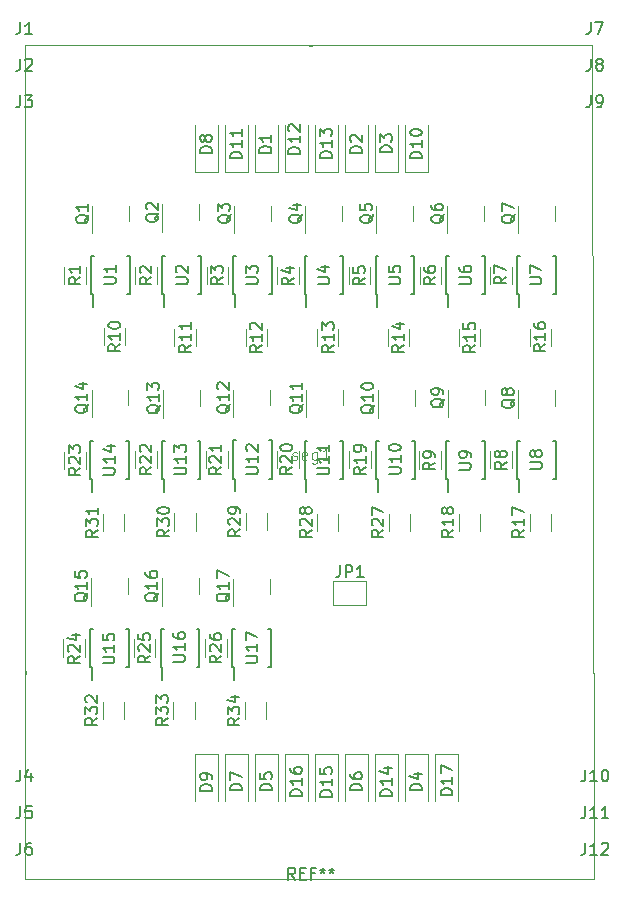
<source format=gto>
%TF.GenerationSoftware,KiCad,Pcbnew,7.0.2*%
%TF.CreationDate,2023-05-22T00:30:27+09:00*%
%TF.ProjectId,16seg,31367365-672e-46b6-9963-61645f706362,rev?*%
%TF.SameCoordinates,Original*%
%TF.FileFunction,Legend,Top*%
%TF.FilePolarity,Positive*%
%FSLAX46Y46*%
G04 Gerber Fmt 4.6, Leading zero omitted, Abs format (unit mm)*
G04 Created by KiCad (PCBNEW 7.0.2) date 2023-05-22 00:30:27*
%MOMM*%
%LPD*%
G01*
G04 APERTURE LIST*
%ADD10C,0.150000*%
%ADD11C,0.100000*%
%ADD12C,0.120000*%
G04 APERTURE END LIST*
D10*
%TO.C,*%
%TO.C,REF\u002A\u002A*%
X157666666Y-107062619D02*
X157333333Y-106586428D01*
X157095238Y-107062619D02*
X157095238Y-106062619D01*
X157095238Y-106062619D02*
X157476190Y-106062619D01*
X157476190Y-106062619D02*
X157571428Y-106110238D01*
X157571428Y-106110238D02*
X157619047Y-106157857D01*
X157619047Y-106157857D02*
X157666666Y-106253095D01*
X157666666Y-106253095D02*
X157666666Y-106395952D01*
X157666666Y-106395952D02*
X157619047Y-106491190D01*
X157619047Y-106491190D02*
X157571428Y-106538809D01*
X157571428Y-106538809D02*
X157476190Y-106586428D01*
X157476190Y-106586428D02*
X157095238Y-106586428D01*
X158095238Y-106538809D02*
X158428571Y-106538809D01*
X158571428Y-107062619D02*
X158095238Y-107062619D01*
X158095238Y-107062619D02*
X158095238Y-106062619D01*
X158095238Y-106062619D02*
X158571428Y-106062619D01*
X159333333Y-106538809D02*
X159000000Y-106538809D01*
X159000000Y-107062619D02*
X159000000Y-106062619D01*
X159000000Y-106062619D02*
X159476190Y-106062619D01*
X160000000Y-106062619D02*
X160000000Y-106300714D01*
X159761905Y-106205476D02*
X160000000Y-106300714D01*
X160000000Y-106300714D02*
X160238095Y-106205476D01*
X159857143Y-106491190D02*
X160000000Y-106300714D01*
X160000000Y-106300714D02*
X160142857Y-106491190D01*
X160761905Y-106062619D02*
X160761905Y-106300714D01*
X160523810Y-106205476D02*
X160761905Y-106300714D01*
X160761905Y-106300714D02*
X161000000Y-106205476D01*
X160619048Y-106491190D02*
X160761905Y-106300714D01*
X160761905Y-106300714D02*
X160904762Y-106491190D01*
%TO.C,J9*%
X182716666Y-40662619D02*
X182716666Y-41376904D01*
X182716666Y-41376904D02*
X182669047Y-41519761D01*
X182669047Y-41519761D02*
X182573809Y-41615000D01*
X182573809Y-41615000D02*
X182430952Y-41662619D01*
X182430952Y-41662619D02*
X182335714Y-41662619D01*
X183240476Y-41662619D02*
X183430952Y-41662619D01*
X183430952Y-41662619D02*
X183526190Y-41615000D01*
X183526190Y-41615000D02*
X183573809Y-41567380D01*
X183573809Y-41567380D02*
X183669047Y-41424523D01*
X183669047Y-41424523D02*
X183716666Y-41234047D01*
X183716666Y-41234047D02*
X183716666Y-40853095D01*
X183716666Y-40853095D02*
X183669047Y-40757857D01*
X183669047Y-40757857D02*
X183621428Y-40710238D01*
X183621428Y-40710238D02*
X183526190Y-40662619D01*
X183526190Y-40662619D02*
X183335714Y-40662619D01*
X183335714Y-40662619D02*
X183240476Y-40710238D01*
X183240476Y-40710238D02*
X183192857Y-40757857D01*
X183192857Y-40757857D02*
X183145238Y-40853095D01*
X183145238Y-40853095D02*
X183145238Y-41091190D01*
X183145238Y-41091190D02*
X183192857Y-41186428D01*
X183192857Y-41186428D02*
X183240476Y-41234047D01*
X183240476Y-41234047D02*
X183335714Y-41281666D01*
X183335714Y-41281666D02*
X183526190Y-41281666D01*
X183526190Y-41281666D02*
X183621428Y-41234047D01*
X183621428Y-41234047D02*
X183669047Y-41186428D01*
X183669047Y-41186428D02*
X183716666Y-41091190D01*
%TO.C,J12*%
X182240476Y-103952619D02*
X182240476Y-104666904D01*
X182240476Y-104666904D02*
X182192857Y-104809761D01*
X182192857Y-104809761D02*
X182097619Y-104905000D01*
X182097619Y-104905000D02*
X181954762Y-104952619D01*
X181954762Y-104952619D02*
X181859524Y-104952619D01*
X183240476Y-104952619D02*
X182669048Y-104952619D01*
X182954762Y-104952619D02*
X182954762Y-103952619D01*
X182954762Y-103952619D02*
X182859524Y-104095476D01*
X182859524Y-104095476D02*
X182764286Y-104190714D01*
X182764286Y-104190714D02*
X182669048Y-104238333D01*
X183621429Y-104047857D02*
X183669048Y-104000238D01*
X183669048Y-104000238D02*
X183764286Y-103952619D01*
X183764286Y-103952619D02*
X184002381Y-103952619D01*
X184002381Y-103952619D02*
X184097619Y-104000238D01*
X184097619Y-104000238D02*
X184145238Y-104047857D01*
X184145238Y-104047857D02*
X184192857Y-104143095D01*
X184192857Y-104143095D02*
X184192857Y-104238333D01*
X184192857Y-104238333D02*
X184145238Y-104381190D01*
X184145238Y-104381190D02*
X183573810Y-104952619D01*
X183573810Y-104952619D02*
X184192857Y-104952619D01*
%TO.C,J11*%
X182240476Y-100852619D02*
X182240476Y-101566904D01*
X182240476Y-101566904D02*
X182192857Y-101709761D01*
X182192857Y-101709761D02*
X182097619Y-101805000D01*
X182097619Y-101805000D02*
X181954762Y-101852619D01*
X181954762Y-101852619D02*
X181859524Y-101852619D01*
X183240476Y-101852619D02*
X182669048Y-101852619D01*
X182954762Y-101852619D02*
X182954762Y-100852619D01*
X182954762Y-100852619D02*
X182859524Y-100995476D01*
X182859524Y-100995476D02*
X182764286Y-101090714D01*
X182764286Y-101090714D02*
X182669048Y-101138333D01*
X184192857Y-101852619D02*
X183621429Y-101852619D01*
X183907143Y-101852619D02*
X183907143Y-100852619D01*
X183907143Y-100852619D02*
X183811905Y-100995476D01*
X183811905Y-100995476D02*
X183716667Y-101090714D01*
X183716667Y-101090714D02*
X183621429Y-101138333D01*
%TO.C,J10*%
X182240476Y-97752619D02*
X182240476Y-98466904D01*
X182240476Y-98466904D02*
X182192857Y-98609761D01*
X182192857Y-98609761D02*
X182097619Y-98705000D01*
X182097619Y-98705000D02*
X181954762Y-98752619D01*
X181954762Y-98752619D02*
X181859524Y-98752619D01*
X183240476Y-98752619D02*
X182669048Y-98752619D01*
X182954762Y-98752619D02*
X182954762Y-97752619D01*
X182954762Y-97752619D02*
X182859524Y-97895476D01*
X182859524Y-97895476D02*
X182764286Y-97990714D01*
X182764286Y-97990714D02*
X182669048Y-98038333D01*
X183859524Y-97752619D02*
X183954762Y-97752619D01*
X183954762Y-97752619D02*
X184050000Y-97800238D01*
X184050000Y-97800238D02*
X184097619Y-97847857D01*
X184097619Y-97847857D02*
X184145238Y-97943095D01*
X184145238Y-97943095D02*
X184192857Y-98133571D01*
X184192857Y-98133571D02*
X184192857Y-98371666D01*
X184192857Y-98371666D02*
X184145238Y-98562142D01*
X184145238Y-98562142D02*
X184097619Y-98657380D01*
X184097619Y-98657380D02*
X184050000Y-98705000D01*
X184050000Y-98705000D02*
X183954762Y-98752619D01*
X183954762Y-98752619D02*
X183859524Y-98752619D01*
X183859524Y-98752619D02*
X183764286Y-98705000D01*
X183764286Y-98705000D02*
X183716667Y-98657380D01*
X183716667Y-98657380D02*
X183669048Y-98562142D01*
X183669048Y-98562142D02*
X183621429Y-98371666D01*
X183621429Y-98371666D02*
X183621429Y-98133571D01*
X183621429Y-98133571D02*
X183669048Y-97943095D01*
X183669048Y-97943095D02*
X183716667Y-97847857D01*
X183716667Y-97847857D02*
X183764286Y-97800238D01*
X183764286Y-97800238D02*
X183859524Y-97752619D01*
%TO.C,J8*%
X182716666Y-37562619D02*
X182716666Y-38276904D01*
X182716666Y-38276904D02*
X182669047Y-38419761D01*
X182669047Y-38419761D02*
X182573809Y-38515000D01*
X182573809Y-38515000D02*
X182430952Y-38562619D01*
X182430952Y-38562619D02*
X182335714Y-38562619D01*
X183335714Y-37991190D02*
X183240476Y-37943571D01*
X183240476Y-37943571D02*
X183192857Y-37895952D01*
X183192857Y-37895952D02*
X183145238Y-37800714D01*
X183145238Y-37800714D02*
X183145238Y-37753095D01*
X183145238Y-37753095D02*
X183192857Y-37657857D01*
X183192857Y-37657857D02*
X183240476Y-37610238D01*
X183240476Y-37610238D02*
X183335714Y-37562619D01*
X183335714Y-37562619D02*
X183526190Y-37562619D01*
X183526190Y-37562619D02*
X183621428Y-37610238D01*
X183621428Y-37610238D02*
X183669047Y-37657857D01*
X183669047Y-37657857D02*
X183716666Y-37753095D01*
X183716666Y-37753095D02*
X183716666Y-37800714D01*
X183716666Y-37800714D02*
X183669047Y-37895952D01*
X183669047Y-37895952D02*
X183621428Y-37943571D01*
X183621428Y-37943571D02*
X183526190Y-37991190D01*
X183526190Y-37991190D02*
X183335714Y-37991190D01*
X183335714Y-37991190D02*
X183240476Y-38038809D01*
X183240476Y-38038809D02*
X183192857Y-38086428D01*
X183192857Y-38086428D02*
X183145238Y-38181666D01*
X183145238Y-38181666D02*
X183145238Y-38372142D01*
X183145238Y-38372142D02*
X183192857Y-38467380D01*
X183192857Y-38467380D02*
X183240476Y-38515000D01*
X183240476Y-38515000D02*
X183335714Y-38562619D01*
X183335714Y-38562619D02*
X183526190Y-38562619D01*
X183526190Y-38562619D02*
X183621428Y-38515000D01*
X183621428Y-38515000D02*
X183669047Y-38467380D01*
X183669047Y-38467380D02*
X183716666Y-38372142D01*
X183716666Y-38372142D02*
X183716666Y-38181666D01*
X183716666Y-38181666D02*
X183669047Y-38086428D01*
X183669047Y-38086428D02*
X183621428Y-38038809D01*
X183621428Y-38038809D02*
X183526190Y-37991190D01*
%TO.C,J7*%
X182716666Y-34462619D02*
X182716666Y-35176904D01*
X182716666Y-35176904D02*
X182669047Y-35319761D01*
X182669047Y-35319761D02*
X182573809Y-35415000D01*
X182573809Y-35415000D02*
X182430952Y-35462619D01*
X182430952Y-35462619D02*
X182335714Y-35462619D01*
X183097619Y-34462619D02*
X183764285Y-34462619D01*
X183764285Y-34462619D02*
X183335714Y-35462619D01*
%TO.C,J6*%
X134396666Y-103952619D02*
X134396666Y-104666904D01*
X134396666Y-104666904D02*
X134349047Y-104809761D01*
X134349047Y-104809761D02*
X134253809Y-104905000D01*
X134253809Y-104905000D02*
X134110952Y-104952619D01*
X134110952Y-104952619D02*
X134015714Y-104952619D01*
X135301428Y-103952619D02*
X135110952Y-103952619D01*
X135110952Y-103952619D02*
X135015714Y-104000238D01*
X135015714Y-104000238D02*
X134968095Y-104047857D01*
X134968095Y-104047857D02*
X134872857Y-104190714D01*
X134872857Y-104190714D02*
X134825238Y-104381190D01*
X134825238Y-104381190D02*
X134825238Y-104762142D01*
X134825238Y-104762142D02*
X134872857Y-104857380D01*
X134872857Y-104857380D02*
X134920476Y-104905000D01*
X134920476Y-104905000D02*
X135015714Y-104952619D01*
X135015714Y-104952619D02*
X135206190Y-104952619D01*
X135206190Y-104952619D02*
X135301428Y-104905000D01*
X135301428Y-104905000D02*
X135349047Y-104857380D01*
X135349047Y-104857380D02*
X135396666Y-104762142D01*
X135396666Y-104762142D02*
X135396666Y-104524047D01*
X135396666Y-104524047D02*
X135349047Y-104428809D01*
X135349047Y-104428809D02*
X135301428Y-104381190D01*
X135301428Y-104381190D02*
X135206190Y-104333571D01*
X135206190Y-104333571D02*
X135015714Y-104333571D01*
X135015714Y-104333571D02*
X134920476Y-104381190D01*
X134920476Y-104381190D02*
X134872857Y-104428809D01*
X134872857Y-104428809D02*
X134825238Y-104524047D01*
%TO.C,J5*%
X134396666Y-100852619D02*
X134396666Y-101566904D01*
X134396666Y-101566904D02*
X134349047Y-101709761D01*
X134349047Y-101709761D02*
X134253809Y-101805000D01*
X134253809Y-101805000D02*
X134110952Y-101852619D01*
X134110952Y-101852619D02*
X134015714Y-101852619D01*
X135349047Y-100852619D02*
X134872857Y-100852619D01*
X134872857Y-100852619D02*
X134825238Y-101328809D01*
X134825238Y-101328809D02*
X134872857Y-101281190D01*
X134872857Y-101281190D02*
X134968095Y-101233571D01*
X134968095Y-101233571D02*
X135206190Y-101233571D01*
X135206190Y-101233571D02*
X135301428Y-101281190D01*
X135301428Y-101281190D02*
X135349047Y-101328809D01*
X135349047Y-101328809D02*
X135396666Y-101424047D01*
X135396666Y-101424047D02*
X135396666Y-101662142D01*
X135396666Y-101662142D02*
X135349047Y-101757380D01*
X135349047Y-101757380D02*
X135301428Y-101805000D01*
X135301428Y-101805000D02*
X135206190Y-101852619D01*
X135206190Y-101852619D02*
X134968095Y-101852619D01*
X134968095Y-101852619D02*
X134872857Y-101805000D01*
X134872857Y-101805000D02*
X134825238Y-101757380D01*
%TO.C,J4*%
X134396666Y-97742619D02*
X134396666Y-98456904D01*
X134396666Y-98456904D02*
X134349047Y-98599761D01*
X134349047Y-98599761D02*
X134253809Y-98695000D01*
X134253809Y-98695000D02*
X134110952Y-98742619D01*
X134110952Y-98742619D02*
X134015714Y-98742619D01*
X135301428Y-98075952D02*
X135301428Y-98742619D01*
X135063333Y-97695000D02*
X134825238Y-98409285D01*
X134825238Y-98409285D02*
X135444285Y-98409285D01*
%TO.C,J3*%
X134396666Y-40662619D02*
X134396666Y-41376904D01*
X134396666Y-41376904D02*
X134349047Y-41519761D01*
X134349047Y-41519761D02*
X134253809Y-41615000D01*
X134253809Y-41615000D02*
X134110952Y-41662619D01*
X134110952Y-41662619D02*
X134015714Y-41662619D01*
X134777619Y-40662619D02*
X135396666Y-40662619D01*
X135396666Y-40662619D02*
X135063333Y-41043571D01*
X135063333Y-41043571D02*
X135206190Y-41043571D01*
X135206190Y-41043571D02*
X135301428Y-41091190D01*
X135301428Y-41091190D02*
X135349047Y-41138809D01*
X135349047Y-41138809D02*
X135396666Y-41234047D01*
X135396666Y-41234047D02*
X135396666Y-41472142D01*
X135396666Y-41472142D02*
X135349047Y-41567380D01*
X135349047Y-41567380D02*
X135301428Y-41615000D01*
X135301428Y-41615000D02*
X135206190Y-41662619D01*
X135206190Y-41662619D02*
X134920476Y-41662619D01*
X134920476Y-41662619D02*
X134825238Y-41615000D01*
X134825238Y-41615000D02*
X134777619Y-41567380D01*
%TO.C,J2*%
X134396666Y-37562619D02*
X134396666Y-38276904D01*
X134396666Y-38276904D02*
X134349047Y-38419761D01*
X134349047Y-38419761D02*
X134253809Y-38515000D01*
X134253809Y-38515000D02*
X134110952Y-38562619D01*
X134110952Y-38562619D02*
X134015714Y-38562619D01*
X134825238Y-37657857D02*
X134872857Y-37610238D01*
X134872857Y-37610238D02*
X134968095Y-37562619D01*
X134968095Y-37562619D02*
X135206190Y-37562619D01*
X135206190Y-37562619D02*
X135301428Y-37610238D01*
X135301428Y-37610238D02*
X135349047Y-37657857D01*
X135349047Y-37657857D02*
X135396666Y-37753095D01*
X135396666Y-37753095D02*
X135396666Y-37848333D01*
X135396666Y-37848333D02*
X135349047Y-37991190D01*
X135349047Y-37991190D02*
X134777619Y-38562619D01*
X134777619Y-38562619D02*
X135396666Y-38562619D01*
%TO.C,J1*%
X134396666Y-34462619D02*
X134396666Y-35176904D01*
X134396666Y-35176904D02*
X134349047Y-35319761D01*
X134349047Y-35319761D02*
X134253809Y-35415000D01*
X134253809Y-35415000D02*
X134110952Y-35462619D01*
X134110952Y-35462619D02*
X134015714Y-35462619D01*
X135396666Y-35462619D02*
X134825238Y-35462619D01*
X135110952Y-35462619D02*
X135110952Y-34462619D01*
X135110952Y-34462619D02*
X135015714Y-34605476D01*
X135015714Y-34605476D02*
X134920476Y-34700714D01*
X134920476Y-34700714D02*
X134825238Y-34748333D01*
%TO.C,D4*%
X168392619Y-99506494D02*
X167392619Y-99506494D01*
X167392619Y-99506494D02*
X167392619Y-99268399D01*
X167392619Y-99268399D02*
X167440238Y-99125542D01*
X167440238Y-99125542D02*
X167535476Y-99030304D01*
X167535476Y-99030304D02*
X167630714Y-98982685D01*
X167630714Y-98982685D02*
X167821190Y-98935066D01*
X167821190Y-98935066D02*
X167964047Y-98935066D01*
X167964047Y-98935066D02*
X168154523Y-98982685D01*
X168154523Y-98982685D02*
X168249761Y-99030304D01*
X168249761Y-99030304D02*
X168345000Y-99125542D01*
X168345000Y-99125542D02*
X168392619Y-99268399D01*
X168392619Y-99268399D02*
X168392619Y-99506494D01*
X167725952Y-98077923D02*
X168392619Y-98077923D01*
X167345000Y-98316018D02*
X168059285Y-98554113D01*
X168059285Y-98554113D02*
X168059285Y-97935066D01*
%TO.C,D16*%
X158232619Y-99982685D02*
X157232619Y-99982685D01*
X157232619Y-99982685D02*
X157232619Y-99744590D01*
X157232619Y-99744590D02*
X157280238Y-99601733D01*
X157280238Y-99601733D02*
X157375476Y-99506495D01*
X157375476Y-99506495D02*
X157470714Y-99458876D01*
X157470714Y-99458876D02*
X157661190Y-99411257D01*
X157661190Y-99411257D02*
X157804047Y-99411257D01*
X157804047Y-99411257D02*
X157994523Y-99458876D01*
X157994523Y-99458876D02*
X158089761Y-99506495D01*
X158089761Y-99506495D02*
X158185000Y-99601733D01*
X158185000Y-99601733D02*
X158232619Y-99744590D01*
X158232619Y-99744590D02*
X158232619Y-99982685D01*
X158232619Y-98458876D02*
X158232619Y-99030304D01*
X158232619Y-98744590D02*
X157232619Y-98744590D01*
X157232619Y-98744590D02*
X157375476Y-98839828D01*
X157375476Y-98839828D02*
X157470714Y-98935066D01*
X157470714Y-98935066D02*
X157518333Y-99030304D01*
X157232619Y-97601733D02*
X157232619Y-97792209D01*
X157232619Y-97792209D02*
X157280238Y-97887447D01*
X157280238Y-97887447D02*
X157327857Y-97935066D01*
X157327857Y-97935066D02*
X157470714Y-98030304D01*
X157470714Y-98030304D02*
X157661190Y-98077923D01*
X157661190Y-98077923D02*
X158042142Y-98077923D01*
X158042142Y-98077923D02*
X158137380Y-98030304D01*
X158137380Y-98030304D02*
X158185000Y-97982685D01*
X158185000Y-97982685D02*
X158232619Y-97887447D01*
X158232619Y-97887447D02*
X158232619Y-97696971D01*
X158232619Y-97696971D02*
X158185000Y-97601733D01*
X158185000Y-97601733D02*
X158137380Y-97554114D01*
X158137380Y-97554114D02*
X158042142Y-97506495D01*
X158042142Y-97506495D02*
X157804047Y-97506495D01*
X157804047Y-97506495D02*
X157708809Y-97554114D01*
X157708809Y-97554114D02*
X157661190Y-97601733D01*
X157661190Y-97601733D02*
X157613571Y-97696971D01*
X157613571Y-97696971D02*
X157613571Y-97887447D01*
X157613571Y-97887447D02*
X157661190Y-97982685D01*
X157661190Y-97982685D02*
X157708809Y-98030304D01*
X157708809Y-98030304D02*
X157804047Y-98077923D01*
%TO.C,D2*%
X163312619Y-45528094D02*
X162312619Y-45528094D01*
X162312619Y-45528094D02*
X162312619Y-45289999D01*
X162312619Y-45289999D02*
X162360238Y-45147142D01*
X162360238Y-45147142D02*
X162455476Y-45051904D01*
X162455476Y-45051904D02*
X162550714Y-45004285D01*
X162550714Y-45004285D02*
X162741190Y-44956666D01*
X162741190Y-44956666D02*
X162884047Y-44956666D01*
X162884047Y-44956666D02*
X163074523Y-45004285D01*
X163074523Y-45004285D02*
X163169761Y-45051904D01*
X163169761Y-45051904D02*
X163265000Y-45147142D01*
X163265000Y-45147142D02*
X163312619Y-45289999D01*
X163312619Y-45289999D02*
X163312619Y-45528094D01*
X162407857Y-44575713D02*
X162360238Y-44528094D01*
X162360238Y-44528094D02*
X162312619Y-44432856D01*
X162312619Y-44432856D02*
X162312619Y-44194761D01*
X162312619Y-44194761D02*
X162360238Y-44099523D01*
X162360238Y-44099523D02*
X162407857Y-44051904D01*
X162407857Y-44051904D02*
X162503095Y-44004285D01*
X162503095Y-44004285D02*
X162598333Y-44004285D01*
X162598333Y-44004285D02*
X162741190Y-44051904D01*
X162741190Y-44051904D02*
X163312619Y-44623332D01*
X163312619Y-44623332D02*
X163312619Y-44004285D01*
%TO.C,D8*%
X150612619Y-45528094D02*
X149612619Y-45528094D01*
X149612619Y-45528094D02*
X149612619Y-45289999D01*
X149612619Y-45289999D02*
X149660238Y-45147142D01*
X149660238Y-45147142D02*
X149755476Y-45051904D01*
X149755476Y-45051904D02*
X149850714Y-45004285D01*
X149850714Y-45004285D02*
X150041190Y-44956666D01*
X150041190Y-44956666D02*
X150184047Y-44956666D01*
X150184047Y-44956666D02*
X150374523Y-45004285D01*
X150374523Y-45004285D02*
X150469761Y-45051904D01*
X150469761Y-45051904D02*
X150565000Y-45147142D01*
X150565000Y-45147142D02*
X150612619Y-45289999D01*
X150612619Y-45289999D02*
X150612619Y-45528094D01*
X150041190Y-44385237D02*
X149993571Y-44480475D01*
X149993571Y-44480475D02*
X149945952Y-44528094D01*
X149945952Y-44528094D02*
X149850714Y-44575713D01*
X149850714Y-44575713D02*
X149803095Y-44575713D01*
X149803095Y-44575713D02*
X149707857Y-44528094D01*
X149707857Y-44528094D02*
X149660238Y-44480475D01*
X149660238Y-44480475D02*
X149612619Y-44385237D01*
X149612619Y-44385237D02*
X149612619Y-44194761D01*
X149612619Y-44194761D02*
X149660238Y-44099523D01*
X149660238Y-44099523D02*
X149707857Y-44051904D01*
X149707857Y-44051904D02*
X149803095Y-44004285D01*
X149803095Y-44004285D02*
X149850714Y-44004285D01*
X149850714Y-44004285D02*
X149945952Y-44051904D01*
X149945952Y-44051904D02*
X149993571Y-44099523D01*
X149993571Y-44099523D02*
X150041190Y-44194761D01*
X150041190Y-44194761D02*
X150041190Y-44385237D01*
X150041190Y-44385237D02*
X150088809Y-44480475D01*
X150088809Y-44480475D02*
X150136428Y-44528094D01*
X150136428Y-44528094D02*
X150231666Y-44575713D01*
X150231666Y-44575713D02*
X150422142Y-44575713D01*
X150422142Y-44575713D02*
X150517380Y-44528094D01*
X150517380Y-44528094D02*
X150565000Y-44480475D01*
X150565000Y-44480475D02*
X150612619Y-44385237D01*
X150612619Y-44385237D02*
X150612619Y-44194761D01*
X150612619Y-44194761D02*
X150565000Y-44099523D01*
X150565000Y-44099523D02*
X150517380Y-44051904D01*
X150517380Y-44051904D02*
X150422142Y-44004285D01*
X150422142Y-44004285D02*
X150231666Y-44004285D01*
X150231666Y-44004285D02*
X150136428Y-44051904D01*
X150136428Y-44051904D02*
X150088809Y-44099523D01*
X150088809Y-44099523D02*
X150041190Y-44194761D01*
%TO.C,D9*%
X150612619Y-99556494D02*
X149612619Y-99556494D01*
X149612619Y-99556494D02*
X149612619Y-99318399D01*
X149612619Y-99318399D02*
X149660238Y-99175542D01*
X149660238Y-99175542D02*
X149755476Y-99080304D01*
X149755476Y-99080304D02*
X149850714Y-99032685D01*
X149850714Y-99032685D02*
X150041190Y-98985066D01*
X150041190Y-98985066D02*
X150184047Y-98985066D01*
X150184047Y-98985066D02*
X150374523Y-99032685D01*
X150374523Y-99032685D02*
X150469761Y-99080304D01*
X150469761Y-99080304D02*
X150565000Y-99175542D01*
X150565000Y-99175542D02*
X150612619Y-99318399D01*
X150612619Y-99318399D02*
X150612619Y-99556494D01*
X150612619Y-98508875D02*
X150612619Y-98318399D01*
X150612619Y-98318399D02*
X150565000Y-98223161D01*
X150565000Y-98223161D02*
X150517380Y-98175542D01*
X150517380Y-98175542D02*
X150374523Y-98080304D01*
X150374523Y-98080304D02*
X150184047Y-98032685D01*
X150184047Y-98032685D02*
X149803095Y-98032685D01*
X149803095Y-98032685D02*
X149707857Y-98080304D01*
X149707857Y-98080304D02*
X149660238Y-98127923D01*
X149660238Y-98127923D02*
X149612619Y-98223161D01*
X149612619Y-98223161D02*
X149612619Y-98413637D01*
X149612619Y-98413637D02*
X149660238Y-98508875D01*
X149660238Y-98508875D02*
X149707857Y-98556494D01*
X149707857Y-98556494D02*
X149803095Y-98604113D01*
X149803095Y-98604113D02*
X150041190Y-98604113D01*
X150041190Y-98604113D02*
X150136428Y-98556494D01*
X150136428Y-98556494D02*
X150184047Y-98508875D01*
X150184047Y-98508875D02*
X150231666Y-98413637D01*
X150231666Y-98413637D02*
X150231666Y-98223161D01*
X150231666Y-98223161D02*
X150184047Y-98127923D01*
X150184047Y-98127923D02*
X150136428Y-98080304D01*
X150136428Y-98080304D02*
X150041190Y-98032685D01*
%TO.C,D12*%
X158082619Y-45604285D02*
X157082619Y-45604285D01*
X157082619Y-45604285D02*
X157082619Y-45366190D01*
X157082619Y-45366190D02*
X157130238Y-45223333D01*
X157130238Y-45223333D02*
X157225476Y-45128095D01*
X157225476Y-45128095D02*
X157320714Y-45080476D01*
X157320714Y-45080476D02*
X157511190Y-45032857D01*
X157511190Y-45032857D02*
X157654047Y-45032857D01*
X157654047Y-45032857D02*
X157844523Y-45080476D01*
X157844523Y-45080476D02*
X157939761Y-45128095D01*
X157939761Y-45128095D02*
X158035000Y-45223333D01*
X158035000Y-45223333D02*
X158082619Y-45366190D01*
X158082619Y-45366190D02*
X158082619Y-45604285D01*
X158082619Y-44080476D02*
X158082619Y-44651904D01*
X158082619Y-44366190D02*
X157082619Y-44366190D01*
X157082619Y-44366190D02*
X157225476Y-44461428D01*
X157225476Y-44461428D02*
X157320714Y-44556666D01*
X157320714Y-44556666D02*
X157368333Y-44651904D01*
X157177857Y-43699523D02*
X157130238Y-43651904D01*
X157130238Y-43651904D02*
X157082619Y-43556666D01*
X157082619Y-43556666D02*
X157082619Y-43318571D01*
X157082619Y-43318571D02*
X157130238Y-43223333D01*
X157130238Y-43223333D02*
X157177857Y-43175714D01*
X157177857Y-43175714D02*
X157273095Y-43128095D01*
X157273095Y-43128095D02*
X157368333Y-43128095D01*
X157368333Y-43128095D02*
X157511190Y-43175714D01*
X157511190Y-43175714D02*
X158082619Y-43747142D01*
X158082619Y-43747142D02*
X158082619Y-43128095D01*
%TO.C,D14*%
X165852619Y-99982685D02*
X164852619Y-99982685D01*
X164852619Y-99982685D02*
X164852619Y-99744590D01*
X164852619Y-99744590D02*
X164900238Y-99601733D01*
X164900238Y-99601733D02*
X164995476Y-99506495D01*
X164995476Y-99506495D02*
X165090714Y-99458876D01*
X165090714Y-99458876D02*
X165281190Y-99411257D01*
X165281190Y-99411257D02*
X165424047Y-99411257D01*
X165424047Y-99411257D02*
X165614523Y-99458876D01*
X165614523Y-99458876D02*
X165709761Y-99506495D01*
X165709761Y-99506495D02*
X165805000Y-99601733D01*
X165805000Y-99601733D02*
X165852619Y-99744590D01*
X165852619Y-99744590D02*
X165852619Y-99982685D01*
X165852619Y-98458876D02*
X165852619Y-99030304D01*
X165852619Y-98744590D02*
X164852619Y-98744590D01*
X164852619Y-98744590D02*
X164995476Y-98839828D01*
X164995476Y-98839828D02*
X165090714Y-98935066D01*
X165090714Y-98935066D02*
X165138333Y-99030304D01*
X165185952Y-97601733D02*
X165852619Y-97601733D01*
X164805000Y-97839828D02*
X165519285Y-98077923D01*
X165519285Y-98077923D02*
X165519285Y-97458876D01*
%TO.C,D7*%
X153152619Y-99506494D02*
X152152619Y-99506494D01*
X152152619Y-99506494D02*
X152152619Y-99268399D01*
X152152619Y-99268399D02*
X152200238Y-99125542D01*
X152200238Y-99125542D02*
X152295476Y-99030304D01*
X152295476Y-99030304D02*
X152390714Y-98982685D01*
X152390714Y-98982685D02*
X152581190Y-98935066D01*
X152581190Y-98935066D02*
X152724047Y-98935066D01*
X152724047Y-98935066D02*
X152914523Y-98982685D01*
X152914523Y-98982685D02*
X153009761Y-99030304D01*
X153009761Y-99030304D02*
X153105000Y-99125542D01*
X153105000Y-99125542D02*
X153152619Y-99268399D01*
X153152619Y-99268399D02*
X153152619Y-99506494D01*
X152152619Y-98601732D02*
X152152619Y-97935066D01*
X152152619Y-97935066D02*
X153152619Y-98363637D01*
%TO.C,D15*%
X160772619Y-100032685D02*
X159772619Y-100032685D01*
X159772619Y-100032685D02*
X159772619Y-99794590D01*
X159772619Y-99794590D02*
X159820238Y-99651733D01*
X159820238Y-99651733D02*
X159915476Y-99556495D01*
X159915476Y-99556495D02*
X160010714Y-99508876D01*
X160010714Y-99508876D02*
X160201190Y-99461257D01*
X160201190Y-99461257D02*
X160344047Y-99461257D01*
X160344047Y-99461257D02*
X160534523Y-99508876D01*
X160534523Y-99508876D02*
X160629761Y-99556495D01*
X160629761Y-99556495D02*
X160725000Y-99651733D01*
X160725000Y-99651733D02*
X160772619Y-99794590D01*
X160772619Y-99794590D02*
X160772619Y-100032685D01*
X160772619Y-98508876D02*
X160772619Y-99080304D01*
X160772619Y-98794590D02*
X159772619Y-98794590D01*
X159772619Y-98794590D02*
X159915476Y-98889828D01*
X159915476Y-98889828D02*
X160010714Y-98985066D01*
X160010714Y-98985066D02*
X160058333Y-99080304D01*
X159772619Y-97604114D02*
X159772619Y-98080304D01*
X159772619Y-98080304D02*
X160248809Y-98127923D01*
X160248809Y-98127923D02*
X160201190Y-98080304D01*
X160201190Y-98080304D02*
X160153571Y-97985066D01*
X160153571Y-97985066D02*
X160153571Y-97746971D01*
X160153571Y-97746971D02*
X160201190Y-97651733D01*
X160201190Y-97651733D02*
X160248809Y-97604114D01*
X160248809Y-97604114D02*
X160344047Y-97556495D01*
X160344047Y-97556495D02*
X160582142Y-97556495D01*
X160582142Y-97556495D02*
X160677380Y-97604114D01*
X160677380Y-97604114D02*
X160725000Y-97651733D01*
X160725000Y-97651733D02*
X160772619Y-97746971D01*
X160772619Y-97746971D02*
X160772619Y-97985066D01*
X160772619Y-97985066D02*
X160725000Y-98080304D01*
X160725000Y-98080304D02*
X160677380Y-98127923D01*
D11*
%TO.C,seg1*%
X157418571Y-71475000D02*
X157513809Y-71522619D01*
X157513809Y-71522619D02*
X157704285Y-71522619D01*
X157704285Y-71522619D02*
X157799523Y-71475000D01*
X157799523Y-71475000D02*
X157847142Y-71379761D01*
X157847142Y-71379761D02*
X157847142Y-71332142D01*
X157847142Y-71332142D02*
X157799523Y-71236904D01*
X157799523Y-71236904D02*
X157704285Y-71189285D01*
X157704285Y-71189285D02*
X157561428Y-71189285D01*
X157561428Y-71189285D02*
X157466190Y-71141666D01*
X157466190Y-71141666D02*
X157418571Y-71046428D01*
X157418571Y-71046428D02*
X157418571Y-70998809D01*
X157418571Y-70998809D02*
X157466190Y-70903571D01*
X157466190Y-70903571D02*
X157561428Y-70855952D01*
X157561428Y-70855952D02*
X157704285Y-70855952D01*
X157704285Y-70855952D02*
X157799523Y-70903571D01*
X158656666Y-71475000D02*
X158561428Y-71522619D01*
X158561428Y-71522619D02*
X158370952Y-71522619D01*
X158370952Y-71522619D02*
X158275714Y-71475000D01*
X158275714Y-71475000D02*
X158228095Y-71379761D01*
X158228095Y-71379761D02*
X158228095Y-70998809D01*
X158228095Y-70998809D02*
X158275714Y-70903571D01*
X158275714Y-70903571D02*
X158370952Y-70855952D01*
X158370952Y-70855952D02*
X158561428Y-70855952D01*
X158561428Y-70855952D02*
X158656666Y-70903571D01*
X158656666Y-70903571D02*
X158704285Y-70998809D01*
X158704285Y-70998809D02*
X158704285Y-71094047D01*
X158704285Y-71094047D02*
X158228095Y-71189285D01*
X159561428Y-70855952D02*
X159561428Y-71665476D01*
X159561428Y-71665476D02*
X159513809Y-71760714D01*
X159513809Y-71760714D02*
X159466190Y-71808333D01*
X159466190Y-71808333D02*
X159370952Y-71855952D01*
X159370952Y-71855952D02*
X159228095Y-71855952D01*
X159228095Y-71855952D02*
X159132857Y-71808333D01*
X159561428Y-71475000D02*
X159466190Y-71522619D01*
X159466190Y-71522619D02*
X159275714Y-71522619D01*
X159275714Y-71522619D02*
X159180476Y-71475000D01*
X159180476Y-71475000D02*
X159132857Y-71427380D01*
X159132857Y-71427380D02*
X159085238Y-71332142D01*
X159085238Y-71332142D02*
X159085238Y-71046428D01*
X159085238Y-71046428D02*
X159132857Y-70951190D01*
X159132857Y-70951190D02*
X159180476Y-70903571D01*
X159180476Y-70903571D02*
X159275714Y-70855952D01*
X159275714Y-70855952D02*
X159466190Y-70855952D01*
X159466190Y-70855952D02*
X159561428Y-70903571D01*
X160561428Y-71522619D02*
X159990000Y-71522619D01*
X160275714Y-71522619D02*
X160275714Y-70522619D01*
X160275714Y-70522619D02*
X160180476Y-70665476D01*
X160180476Y-70665476D02*
X160085238Y-70760714D01*
X160085238Y-70760714D02*
X159990000Y-70808333D01*
D10*
%TO.C,D6*%
X163312619Y-99506494D02*
X162312619Y-99506494D01*
X162312619Y-99506494D02*
X162312619Y-99268399D01*
X162312619Y-99268399D02*
X162360238Y-99125542D01*
X162360238Y-99125542D02*
X162455476Y-99030304D01*
X162455476Y-99030304D02*
X162550714Y-98982685D01*
X162550714Y-98982685D02*
X162741190Y-98935066D01*
X162741190Y-98935066D02*
X162884047Y-98935066D01*
X162884047Y-98935066D02*
X163074523Y-98982685D01*
X163074523Y-98982685D02*
X163169761Y-99030304D01*
X163169761Y-99030304D02*
X163265000Y-99125542D01*
X163265000Y-99125542D02*
X163312619Y-99268399D01*
X163312619Y-99268399D02*
X163312619Y-99506494D01*
X162312619Y-98077923D02*
X162312619Y-98268399D01*
X162312619Y-98268399D02*
X162360238Y-98363637D01*
X162360238Y-98363637D02*
X162407857Y-98411256D01*
X162407857Y-98411256D02*
X162550714Y-98506494D01*
X162550714Y-98506494D02*
X162741190Y-98554113D01*
X162741190Y-98554113D02*
X163122142Y-98554113D01*
X163122142Y-98554113D02*
X163217380Y-98506494D01*
X163217380Y-98506494D02*
X163265000Y-98458875D01*
X163265000Y-98458875D02*
X163312619Y-98363637D01*
X163312619Y-98363637D02*
X163312619Y-98173161D01*
X163312619Y-98173161D02*
X163265000Y-98077923D01*
X163265000Y-98077923D02*
X163217380Y-98030304D01*
X163217380Y-98030304D02*
X163122142Y-97982685D01*
X163122142Y-97982685D02*
X162884047Y-97982685D01*
X162884047Y-97982685D02*
X162788809Y-98030304D01*
X162788809Y-98030304D02*
X162741190Y-98077923D01*
X162741190Y-98077923D02*
X162693571Y-98173161D01*
X162693571Y-98173161D02*
X162693571Y-98363637D01*
X162693571Y-98363637D02*
X162741190Y-98458875D01*
X162741190Y-98458875D02*
X162788809Y-98506494D01*
X162788809Y-98506494D02*
X162884047Y-98554113D01*
%TO.C,D13*%
X160772619Y-45954285D02*
X159772619Y-45954285D01*
X159772619Y-45954285D02*
X159772619Y-45716190D01*
X159772619Y-45716190D02*
X159820238Y-45573333D01*
X159820238Y-45573333D02*
X159915476Y-45478095D01*
X159915476Y-45478095D02*
X160010714Y-45430476D01*
X160010714Y-45430476D02*
X160201190Y-45382857D01*
X160201190Y-45382857D02*
X160344047Y-45382857D01*
X160344047Y-45382857D02*
X160534523Y-45430476D01*
X160534523Y-45430476D02*
X160629761Y-45478095D01*
X160629761Y-45478095D02*
X160725000Y-45573333D01*
X160725000Y-45573333D02*
X160772619Y-45716190D01*
X160772619Y-45716190D02*
X160772619Y-45954285D01*
X160772619Y-44430476D02*
X160772619Y-45001904D01*
X160772619Y-44716190D02*
X159772619Y-44716190D01*
X159772619Y-44716190D02*
X159915476Y-44811428D01*
X159915476Y-44811428D02*
X160010714Y-44906666D01*
X160010714Y-44906666D02*
X160058333Y-45001904D01*
X159772619Y-44097142D02*
X159772619Y-43478095D01*
X159772619Y-43478095D02*
X160153571Y-43811428D01*
X160153571Y-43811428D02*
X160153571Y-43668571D01*
X160153571Y-43668571D02*
X160201190Y-43573333D01*
X160201190Y-43573333D02*
X160248809Y-43525714D01*
X160248809Y-43525714D02*
X160344047Y-43478095D01*
X160344047Y-43478095D02*
X160582142Y-43478095D01*
X160582142Y-43478095D02*
X160677380Y-43525714D01*
X160677380Y-43525714D02*
X160725000Y-43573333D01*
X160725000Y-43573333D02*
X160772619Y-43668571D01*
X160772619Y-43668571D02*
X160772619Y-43954285D01*
X160772619Y-43954285D02*
X160725000Y-44049523D01*
X160725000Y-44049523D02*
X160677380Y-44097142D01*
%TO.C,D1*%
X155652619Y-45528094D02*
X154652619Y-45528094D01*
X154652619Y-45528094D02*
X154652619Y-45289999D01*
X154652619Y-45289999D02*
X154700238Y-45147142D01*
X154700238Y-45147142D02*
X154795476Y-45051904D01*
X154795476Y-45051904D02*
X154890714Y-45004285D01*
X154890714Y-45004285D02*
X155081190Y-44956666D01*
X155081190Y-44956666D02*
X155224047Y-44956666D01*
X155224047Y-44956666D02*
X155414523Y-45004285D01*
X155414523Y-45004285D02*
X155509761Y-45051904D01*
X155509761Y-45051904D02*
X155605000Y-45147142D01*
X155605000Y-45147142D02*
X155652619Y-45289999D01*
X155652619Y-45289999D02*
X155652619Y-45528094D01*
X155652619Y-44004285D02*
X155652619Y-44575713D01*
X155652619Y-44289999D02*
X154652619Y-44289999D01*
X154652619Y-44289999D02*
X154795476Y-44385237D01*
X154795476Y-44385237D02*
X154890714Y-44480475D01*
X154890714Y-44480475D02*
X154938333Y-44575713D01*
%TO.C,D11*%
X153152619Y-46004285D02*
X152152619Y-46004285D01*
X152152619Y-46004285D02*
X152152619Y-45766190D01*
X152152619Y-45766190D02*
X152200238Y-45623333D01*
X152200238Y-45623333D02*
X152295476Y-45528095D01*
X152295476Y-45528095D02*
X152390714Y-45480476D01*
X152390714Y-45480476D02*
X152581190Y-45432857D01*
X152581190Y-45432857D02*
X152724047Y-45432857D01*
X152724047Y-45432857D02*
X152914523Y-45480476D01*
X152914523Y-45480476D02*
X153009761Y-45528095D01*
X153009761Y-45528095D02*
X153105000Y-45623333D01*
X153105000Y-45623333D02*
X153152619Y-45766190D01*
X153152619Y-45766190D02*
X153152619Y-46004285D01*
X153152619Y-44480476D02*
X153152619Y-45051904D01*
X153152619Y-44766190D02*
X152152619Y-44766190D01*
X152152619Y-44766190D02*
X152295476Y-44861428D01*
X152295476Y-44861428D02*
X152390714Y-44956666D01*
X152390714Y-44956666D02*
X152438333Y-45051904D01*
X153152619Y-43528095D02*
X153152619Y-44099523D01*
X153152619Y-43813809D02*
X152152619Y-43813809D01*
X152152619Y-43813809D02*
X152295476Y-43909047D01*
X152295476Y-43909047D02*
X152390714Y-44004285D01*
X152390714Y-44004285D02*
X152438333Y-44099523D01*
%TO.C,D17*%
X170982619Y-99911485D02*
X169982619Y-99911485D01*
X169982619Y-99911485D02*
X169982619Y-99673390D01*
X169982619Y-99673390D02*
X170030238Y-99530533D01*
X170030238Y-99530533D02*
X170125476Y-99435295D01*
X170125476Y-99435295D02*
X170220714Y-99387676D01*
X170220714Y-99387676D02*
X170411190Y-99340057D01*
X170411190Y-99340057D02*
X170554047Y-99340057D01*
X170554047Y-99340057D02*
X170744523Y-99387676D01*
X170744523Y-99387676D02*
X170839761Y-99435295D01*
X170839761Y-99435295D02*
X170935000Y-99530533D01*
X170935000Y-99530533D02*
X170982619Y-99673390D01*
X170982619Y-99673390D02*
X170982619Y-99911485D01*
X170982619Y-98387676D02*
X170982619Y-98959104D01*
X170982619Y-98673390D02*
X169982619Y-98673390D01*
X169982619Y-98673390D02*
X170125476Y-98768628D01*
X170125476Y-98768628D02*
X170220714Y-98863866D01*
X170220714Y-98863866D02*
X170268333Y-98959104D01*
X169982619Y-98054342D02*
X169982619Y-97387676D01*
X169982619Y-97387676D02*
X170982619Y-97816247D01*
%TO.C,D10*%
X168392619Y-46004285D02*
X167392619Y-46004285D01*
X167392619Y-46004285D02*
X167392619Y-45766190D01*
X167392619Y-45766190D02*
X167440238Y-45623333D01*
X167440238Y-45623333D02*
X167535476Y-45528095D01*
X167535476Y-45528095D02*
X167630714Y-45480476D01*
X167630714Y-45480476D02*
X167821190Y-45432857D01*
X167821190Y-45432857D02*
X167964047Y-45432857D01*
X167964047Y-45432857D02*
X168154523Y-45480476D01*
X168154523Y-45480476D02*
X168249761Y-45528095D01*
X168249761Y-45528095D02*
X168345000Y-45623333D01*
X168345000Y-45623333D02*
X168392619Y-45766190D01*
X168392619Y-45766190D02*
X168392619Y-46004285D01*
X168392619Y-44480476D02*
X168392619Y-45051904D01*
X168392619Y-44766190D02*
X167392619Y-44766190D01*
X167392619Y-44766190D02*
X167535476Y-44861428D01*
X167535476Y-44861428D02*
X167630714Y-44956666D01*
X167630714Y-44956666D02*
X167678333Y-45051904D01*
X167392619Y-43861428D02*
X167392619Y-43766190D01*
X167392619Y-43766190D02*
X167440238Y-43670952D01*
X167440238Y-43670952D02*
X167487857Y-43623333D01*
X167487857Y-43623333D02*
X167583095Y-43575714D01*
X167583095Y-43575714D02*
X167773571Y-43528095D01*
X167773571Y-43528095D02*
X168011666Y-43528095D01*
X168011666Y-43528095D02*
X168202142Y-43575714D01*
X168202142Y-43575714D02*
X168297380Y-43623333D01*
X168297380Y-43623333D02*
X168345000Y-43670952D01*
X168345000Y-43670952D02*
X168392619Y-43766190D01*
X168392619Y-43766190D02*
X168392619Y-43861428D01*
X168392619Y-43861428D02*
X168345000Y-43956666D01*
X168345000Y-43956666D02*
X168297380Y-44004285D01*
X168297380Y-44004285D02*
X168202142Y-44051904D01*
X168202142Y-44051904D02*
X168011666Y-44099523D01*
X168011666Y-44099523D02*
X167773571Y-44099523D01*
X167773571Y-44099523D02*
X167583095Y-44051904D01*
X167583095Y-44051904D02*
X167487857Y-44004285D01*
X167487857Y-44004285D02*
X167440238Y-43956666D01*
X167440238Y-43956666D02*
X167392619Y-43861428D01*
%TO.C,D5*%
X155692619Y-99506494D02*
X154692619Y-99506494D01*
X154692619Y-99506494D02*
X154692619Y-99268399D01*
X154692619Y-99268399D02*
X154740238Y-99125542D01*
X154740238Y-99125542D02*
X154835476Y-99030304D01*
X154835476Y-99030304D02*
X154930714Y-98982685D01*
X154930714Y-98982685D02*
X155121190Y-98935066D01*
X155121190Y-98935066D02*
X155264047Y-98935066D01*
X155264047Y-98935066D02*
X155454523Y-98982685D01*
X155454523Y-98982685D02*
X155549761Y-99030304D01*
X155549761Y-99030304D02*
X155645000Y-99125542D01*
X155645000Y-99125542D02*
X155692619Y-99268399D01*
X155692619Y-99268399D02*
X155692619Y-99506494D01*
X154692619Y-98030304D02*
X154692619Y-98506494D01*
X154692619Y-98506494D02*
X155168809Y-98554113D01*
X155168809Y-98554113D02*
X155121190Y-98506494D01*
X155121190Y-98506494D02*
X155073571Y-98411256D01*
X155073571Y-98411256D02*
X155073571Y-98173161D01*
X155073571Y-98173161D02*
X155121190Y-98077923D01*
X155121190Y-98077923D02*
X155168809Y-98030304D01*
X155168809Y-98030304D02*
X155264047Y-97982685D01*
X155264047Y-97982685D02*
X155502142Y-97982685D01*
X155502142Y-97982685D02*
X155597380Y-98030304D01*
X155597380Y-98030304D02*
X155645000Y-98077923D01*
X155645000Y-98077923D02*
X155692619Y-98173161D01*
X155692619Y-98173161D02*
X155692619Y-98411256D01*
X155692619Y-98411256D02*
X155645000Y-98506494D01*
X155645000Y-98506494D02*
X155597380Y-98554113D01*
%TO.C,D3*%
X165852619Y-45478094D02*
X164852619Y-45478094D01*
X164852619Y-45478094D02*
X164852619Y-45239999D01*
X164852619Y-45239999D02*
X164900238Y-45097142D01*
X164900238Y-45097142D02*
X164995476Y-45001904D01*
X164995476Y-45001904D02*
X165090714Y-44954285D01*
X165090714Y-44954285D02*
X165281190Y-44906666D01*
X165281190Y-44906666D02*
X165424047Y-44906666D01*
X165424047Y-44906666D02*
X165614523Y-44954285D01*
X165614523Y-44954285D02*
X165709761Y-45001904D01*
X165709761Y-45001904D02*
X165805000Y-45097142D01*
X165805000Y-45097142D02*
X165852619Y-45239999D01*
X165852619Y-45239999D02*
X165852619Y-45478094D01*
X164852619Y-44573332D02*
X164852619Y-43954285D01*
X164852619Y-43954285D02*
X165233571Y-44287618D01*
X165233571Y-44287618D02*
X165233571Y-44144761D01*
X165233571Y-44144761D02*
X165281190Y-44049523D01*
X165281190Y-44049523D02*
X165328809Y-44001904D01*
X165328809Y-44001904D02*
X165424047Y-43954285D01*
X165424047Y-43954285D02*
X165662142Y-43954285D01*
X165662142Y-43954285D02*
X165757380Y-44001904D01*
X165757380Y-44001904D02*
X165805000Y-44049523D01*
X165805000Y-44049523D02*
X165852619Y-44144761D01*
X165852619Y-44144761D02*
X165852619Y-44430475D01*
X165852619Y-44430475D02*
X165805000Y-44525713D01*
X165805000Y-44525713D02*
X165757380Y-44573332D01*
%TO.C,JP1*%
X161472666Y-80466619D02*
X161472666Y-81180904D01*
X161472666Y-81180904D02*
X161425047Y-81323761D01*
X161425047Y-81323761D02*
X161329809Y-81419000D01*
X161329809Y-81419000D02*
X161186952Y-81466619D01*
X161186952Y-81466619D02*
X161091714Y-81466619D01*
X161948857Y-81466619D02*
X161948857Y-80466619D01*
X161948857Y-80466619D02*
X162329809Y-80466619D01*
X162329809Y-80466619D02*
X162425047Y-80514238D01*
X162425047Y-80514238D02*
X162472666Y-80561857D01*
X162472666Y-80561857D02*
X162520285Y-80657095D01*
X162520285Y-80657095D02*
X162520285Y-80799952D01*
X162520285Y-80799952D02*
X162472666Y-80895190D01*
X162472666Y-80895190D02*
X162425047Y-80942809D01*
X162425047Y-80942809D02*
X162329809Y-80990428D01*
X162329809Y-80990428D02*
X161948857Y-80990428D01*
X163472666Y-81466619D02*
X162901238Y-81466619D01*
X163186952Y-81466619D02*
X163186952Y-80466619D01*
X163186952Y-80466619D02*
X163091714Y-80609476D01*
X163091714Y-80609476D02*
X162996476Y-80704714D01*
X162996476Y-80704714D02*
X162901238Y-80752333D01*
%TO.C,R16*%
X178857419Y-61753557D02*
X178381228Y-62086890D01*
X178857419Y-62324985D02*
X177857419Y-62324985D01*
X177857419Y-62324985D02*
X177857419Y-61944033D01*
X177857419Y-61944033D02*
X177905038Y-61848795D01*
X177905038Y-61848795D02*
X177952657Y-61801176D01*
X177952657Y-61801176D02*
X178047895Y-61753557D01*
X178047895Y-61753557D02*
X178190752Y-61753557D01*
X178190752Y-61753557D02*
X178285990Y-61801176D01*
X178285990Y-61801176D02*
X178333609Y-61848795D01*
X178333609Y-61848795D02*
X178381228Y-61944033D01*
X178381228Y-61944033D02*
X178381228Y-62324985D01*
X178857419Y-60801176D02*
X178857419Y-61372604D01*
X178857419Y-61086890D02*
X177857419Y-61086890D01*
X177857419Y-61086890D02*
X178000276Y-61182128D01*
X178000276Y-61182128D02*
X178095514Y-61277366D01*
X178095514Y-61277366D02*
X178143133Y-61372604D01*
X177857419Y-59944033D02*
X177857419Y-60134509D01*
X177857419Y-60134509D02*
X177905038Y-60229747D01*
X177905038Y-60229747D02*
X177952657Y-60277366D01*
X177952657Y-60277366D02*
X178095514Y-60372604D01*
X178095514Y-60372604D02*
X178285990Y-60420223D01*
X178285990Y-60420223D02*
X178666942Y-60420223D01*
X178666942Y-60420223D02*
X178762180Y-60372604D01*
X178762180Y-60372604D02*
X178809800Y-60324985D01*
X178809800Y-60324985D02*
X178857419Y-60229747D01*
X178857419Y-60229747D02*
X178857419Y-60039271D01*
X178857419Y-60039271D02*
X178809800Y-59944033D01*
X178809800Y-59944033D02*
X178762180Y-59896414D01*
X178762180Y-59896414D02*
X178666942Y-59848795D01*
X178666942Y-59848795D02*
X178428847Y-59848795D01*
X178428847Y-59848795D02*
X178333609Y-59896414D01*
X178333609Y-59896414D02*
X178285990Y-59944033D01*
X178285990Y-59944033D02*
X178238371Y-60039271D01*
X178238371Y-60039271D02*
X178238371Y-60229747D01*
X178238371Y-60229747D02*
X178285990Y-60324985D01*
X178285990Y-60324985D02*
X178333609Y-60372604D01*
X178333609Y-60372604D02*
X178428847Y-60420223D01*
%TO.C,R4*%
X157536219Y-56097466D02*
X157060028Y-56430799D01*
X157536219Y-56668894D02*
X156536219Y-56668894D01*
X156536219Y-56668894D02*
X156536219Y-56287942D01*
X156536219Y-56287942D02*
X156583838Y-56192704D01*
X156583838Y-56192704D02*
X156631457Y-56145085D01*
X156631457Y-56145085D02*
X156726695Y-56097466D01*
X156726695Y-56097466D02*
X156869552Y-56097466D01*
X156869552Y-56097466D02*
X156964790Y-56145085D01*
X156964790Y-56145085D02*
X157012409Y-56192704D01*
X157012409Y-56192704D02*
X157060028Y-56287942D01*
X157060028Y-56287942D02*
X157060028Y-56668894D01*
X156869552Y-55240323D02*
X157536219Y-55240323D01*
X156488600Y-55478418D02*
X157202885Y-55716513D01*
X157202885Y-55716513D02*
X157202885Y-55097466D01*
%TO.C,R7*%
X175535019Y-56004866D02*
X175058828Y-56338199D01*
X175535019Y-56576294D02*
X174535019Y-56576294D01*
X174535019Y-56576294D02*
X174535019Y-56195342D01*
X174535019Y-56195342D02*
X174582638Y-56100104D01*
X174582638Y-56100104D02*
X174630257Y-56052485D01*
X174630257Y-56052485D02*
X174725495Y-56004866D01*
X174725495Y-56004866D02*
X174868352Y-56004866D01*
X174868352Y-56004866D02*
X174963590Y-56052485D01*
X174963590Y-56052485D02*
X175011209Y-56100104D01*
X175011209Y-56100104D02*
X175058828Y-56195342D01*
X175058828Y-56195342D02*
X175058828Y-56576294D01*
X174535019Y-55671532D02*
X174535019Y-55004866D01*
X174535019Y-55004866D02*
X175535019Y-55433437D01*
%TO.C,R15*%
X172924419Y-61802457D02*
X172448228Y-62135790D01*
X172924419Y-62373885D02*
X171924419Y-62373885D01*
X171924419Y-62373885D02*
X171924419Y-61992933D01*
X171924419Y-61992933D02*
X171972038Y-61897695D01*
X171972038Y-61897695D02*
X172019657Y-61850076D01*
X172019657Y-61850076D02*
X172114895Y-61802457D01*
X172114895Y-61802457D02*
X172257752Y-61802457D01*
X172257752Y-61802457D02*
X172352990Y-61850076D01*
X172352990Y-61850076D02*
X172400609Y-61897695D01*
X172400609Y-61897695D02*
X172448228Y-61992933D01*
X172448228Y-61992933D02*
X172448228Y-62373885D01*
X172924419Y-60850076D02*
X172924419Y-61421504D01*
X172924419Y-61135790D02*
X171924419Y-61135790D01*
X171924419Y-61135790D02*
X172067276Y-61231028D01*
X172067276Y-61231028D02*
X172162514Y-61326266D01*
X172162514Y-61326266D02*
X172210133Y-61421504D01*
X171924419Y-59945314D02*
X171924419Y-60421504D01*
X171924419Y-60421504D02*
X172400609Y-60469123D01*
X172400609Y-60469123D02*
X172352990Y-60421504D01*
X172352990Y-60421504D02*
X172305371Y-60326266D01*
X172305371Y-60326266D02*
X172305371Y-60088171D01*
X172305371Y-60088171D02*
X172352990Y-59992933D01*
X172352990Y-59992933D02*
X172400609Y-59945314D01*
X172400609Y-59945314D02*
X172495847Y-59897695D01*
X172495847Y-59897695D02*
X172733942Y-59897695D01*
X172733942Y-59897695D02*
X172829180Y-59945314D01*
X172829180Y-59945314D02*
X172876800Y-59992933D01*
X172876800Y-59992933D02*
X172924419Y-60088171D01*
X172924419Y-60088171D02*
X172924419Y-60326266D01*
X172924419Y-60326266D02*
X172876800Y-60421504D01*
X172876800Y-60421504D02*
X172829180Y-60469123D01*
%TO.C,Q3*%
X152234257Y-50742838D02*
X152186638Y-50838076D01*
X152186638Y-50838076D02*
X152091400Y-50933314D01*
X152091400Y-50933314D02*
X151948542Y-51076171D01*
X151948542Y-51076171D02*
X151900923Y-51171409D01*
X151900923Y-51171409D02*
X151900923Y-51266647D01*
X152139019Y-51219028D02*
X152091400Y-51314266D01*
X152091400Y-51314266D02*
X151996161Y-51409504D01*
X151996161Y-51409504D02*
X151805685Y-51457123D01*
X151805685Y-51457123D02*
X151472352Y-51457123D01*
X151472352Y-51457123D02*
X151281876Y-51409504D01*
X151281876Y-51409504D02*
X151186638Y-51314266D01*
X151186638Y-51314266D02*
X151139019Y-51219028D01*
X151139019Y-51219028D02*
X151139019Y-51028552D01*
X151139019Y-51028552D02*
X151186638Y-50933314D01*
X151186638Y-50933314D02*
X151281876Y-50838076D01*
X151281876Y-50838076D02*
X151472352Y-50790457D01*
X151472352Y-50790457D02*
X151805685Y-50790457D01*
X151805685Y-50790457D02*
X151996161Y-50838076D01*
X151996161Y-50838076D02*
X152091400Y-50933314D01*
X152091400Y-50933314D02*
X152139019Y-51028552D01*
X152139019Y-51028552D02*
X152139019Y-51219028D01*
X151139019Y-50457123D02*
X151139019Y-49838076D01*
X151139019Y-49838076D02*
X151519971Y-50171409D01*
X151519971Y-50171409D02*
X151519971Y-50028552D01*
X151519971Y-50028552D02*
X151567590Y-49933314D01*
X151567590Y-49933314D02*
X151615209Y-49885695D01*
X151615209Y-49885695D02*
X151710447Y-49838076D01*
X151710447Y-49838076D02*
X151948542Y-49838076D01*
X151948542Y-49838076D02*
X152043780Y-49885695D01*
X152043780Y-49885695D02*
X152091400Y-49933314D01*
X152091400Y-49933314D02*
X152139019Y-50028552D01*
X152139019Y-50028552D02*
X152139019Y-50314266D01*
X152139019Y-50314266D02*
X152091400Y-50409504D01*
X152091400Y-50409504D02*
X152043780Y-50457123D01*
%TO.C,R31*%
X140947819Y-77465357D02*
X140471628Y-77798690D01*
X140947819Y-78036785D02*
X139947819Y-78036785D01*
X139947819Y-78036785D02*
X139947819Y-77655833D01*
X139947819Y-77655833D02*
X139995438Y-77560595D01*
X139995438Y-77560595D02*
X140043057Y-77512976D01*
X140043057Y-77512976D02*
X140138295Y-77465357D01*
X140138295Y-77465357D02*
X140281152Y-77465357D01*
X140281152Y-77465357D02*
X140376390Y-77512976D01*
X140376390Y-77512976D02*
X140424009Y-77560595D01*
X140424009Y-77560595D02*
X140471628Y-77655833D01*
X140471628Y-77655833D02*
X140471628Y-78036785D01*
X139947819Y-77132023D02*
X139947819Y-76512976D01*
X139947819Y-76512976D02*
X140328771Y-76846309D01*
X140328771Y-76846309D02*
X140328771Y-76703452D01*
X140328771Y-76703452D02*
X140376390Y-76608214D01*
X140376390Y-76608214D02*
X140424009Y-76560595D01*
X140424009Y-76560595D02*
X140519247Y-76512976D01*
X140519247Y-76512976D02*
X140757342Y-76512976D01*
X140757342Y-76512976D02*
X140852580Y-76560595D01*
X140852580Y-76560595D02*
X140900200Y-76608214D01*
X140900200Y-76608214D02*
X140947819Y-76703452D01*
X140947819Y-76703452D02*
X140947819Y-76989166D01*
X140947819Y-76989166D02*
X140900200Y-77084404D01*
X140900200Y-77084404D02*
X140852580Y-77132023D01*
X140947819Y-75560595D02*
X140947819Y-76132023D01*
X140947819Y-75846309D02*
X139947819Y-75846309D01*
X139947819Y-75846309D02*
X140090676Y-75941547D01*
X140090676Y-75941547D02*
X140185914Y-76036785D01*
X140185914Y-76036785D02*
X140233533Y-76132023D01*
%TO.C,R20*%
X157413019Y-72112057D02*
X156936828Y-72445390D01*
X157413019Y-72683485D02*
X156413019Y-72683485D01*
X156413019Y-72683485D02*
X156413019Y-72302533D01*
X156413019Y-72302533D02*
X156460638Y-72207295D01*
X156460638Y-72207295D02*
X156508257Y-72159676D01*
X156508257Y-72159676D02*
X156603495Y-72112057D01*
X156603495Y-72112057D02*
X156746352Y-72112057D01*
X156746352Y-72112057D02*
X156841590Y-72159676D01*
X156841590Y-72159676D02*
X156889209Y-72207295D01*
X156889209Y-72207295D02*
X156936828Y-72302533D01*
X156936828Y-72302533D02*
X156936828Y-72683485D01*
X156508257Y-71731104D02*
X156460638Y-71683485D01*
X156460638Y-71683485D02*
X156413019Y-71588247D01*
X156413019Y-71588247D02*
X156413019Y-71350152D01*
X156413019Y-71350152D02*
X156460638Y-71254914D01*
X156460638Y-71254914D02*
X156508257Y-71207295D01*
X156508257Y-71207295D02*
X156603495Y-71159676D01*
X156603495Y-71159676D02*
X156698733Y-71159676D01*
X156698733Y-71159676D02*
X156841590Y-71207295D01*
X156841590Y-71207295D02*
X157413019Y-71778723D01*
X157413019Y-71778723D02*
X157413019Y-71159676D01*
X156413019Y-70540628D02*
X156413019Y-70445390D01*
X156413019Y-70445390D02*
X156460638Y-70350152D01*
X156460638Y-70350152D02*
X156508257Y-70302533D01*
X156508257Y-70302533D02*
X156603495Y-70254914D01*
X156603495Y-70254914D02*
X156793971Y-70207295D01*
X156793971Y-70207295D02*
X157032066Y-70207295D01*
X157032066Y-70207295D02*
X157222542Y-70254914D01*
X157222542Y-70254914D02*
X157317780Y-70302533D01*
X157317780Y-70302533D02*
X157365400Y-70350152D01*
X157365400Y-70350152D02*
X157413019Y-70445390D01*
X157413019Y-70445390D02*
X157413019Y-70540628D01*
X157413019Y-70540628D02*
X157365400Y-70635866D01*
X157365400Y-70635866D02*
X157317780Y-70683485D01*
X157317780Y-70683485D02*
X157222542Y-70731104D01*
X157222542Y-70731104D02*
X157032066Y-70778723D01*
X157032066Y-70778723D02*
X156793971Y-70778723D01*
X156793971Y-70778723D02*
X156603495Y-70731104D01*
X156603495Y-70731104D02*
X156508257Y-70683485D01*
X156508257Y-70683485D02*
X156460638Y-70635866D01*
X156460638Y-70635866D02*
X156413019Y-70540628D01*
%TO.C,U14*%
X141417619Y-72771994D02*
X142227142Y-72771994D01*
X142227142Y-72771994D02*
X142322380Y-72724375D01*
X142322380Y-72724375D02*
X142370000Y-72676756D01*
X142370000Y-72676756D02*
X142417619Y-72581518D01*
X142417619Y-72581518D02*
X142417619Y-72391042D01*
X142417619Y-72391042D02*
X142370000Y-72295804D01*
X142370000Y-72295804D02*
X142322380Y-72248185D01*
X142322380Y-72248185D02*
X142227142Y-72200566D01*
X142227142Y-72200566D02*
X141417619Y-72200566D01*
X142417619Y-71200566D02*
X142417619Y-71771994D01*
X142417619Y-71486280D02*
X141417619Y-71486280D01*
X141417619Y-71486280D02*
X141560476Y-71581518D01*
X141560476Y-71581518D02*
X141655714Y-71676756D01*
X141655714Y-71676756D02*
X141703333Y-71771994D01*
X141750952Y-70343423D02*
X142417619Y-70343423D01*
X141370000Y-70581518D02*
X142084285Y-70819613D01*
X142084285Y-70819613D02*
X142084285Y-70200566D01*
%TO.C,Q8*%
X176265057Y-66382838D02*
X176217438Y-66478076D01*
X176217438Y-66478076D02*
X176122200Y-66573314D01*
X176122200Y-66573314D02*
X175979342Y-66716171D01*
X175979342Y-66716171D02*
X175931723Y-66811409D01*
X175931723Y-66811409D02*
X175931723Y-66906647D01*
X176169819Y-66859028D02*
X176122200Y-66954266D01*
X176122200Y-66954266D02*
X176026961Y-67049504D01*
X176026961Y-67049504D02*
X175836485Y-67097123D01*
X175836485Y-67097123D02*
X175503152Y-67097123D01*
X175503152Y-67097123D02*
X175312676Y-67049504D01*
X175312676Y-67049504D02*
X175217438Y-66954266D01*
X175217438Y-66954266D02*
X175169819Y-66859028D01*
X175169819Y-66859028D02*
X175169819Y-66668552D01*
X175169819Y-66668552D02*
X175217438Y-66573314D01*
X175217438Y-66573314D02*
X175312676Y-66478076D01*
X175312676Y-66478076D02*
X175503152Y-66430457D01*
X175503152Y-66430457D02*
X175836485Y-66430457D01*
X175836485Y-66430457D02*
X176026961Y-66478076D01*
X176026961Y-66478076D02*
X176122200Y-66573314D01*
X176122200Y-66573314D02*
X176169819Y-66668552D01*
X176169819Y-66668552D02*
X176169819Y-66859028D01*
X175598390Y-65859028D02*
X175550771Y-65954266D01*
X175550771Y-65954266D02*
X175503152Y-66001885D01*
X175503152Y-66001885D02*
X175407914Y-66049504D01*
X175407914Y-66049504D02*
X175360295Y-66049504D01*
X175360295Y-66049504D02*
X175265057Y-66001885D01*
X175265057Y-66001885D02*
X175217438Y-65954266D01*
X175217438Y-65954266D02*
X175169819Y-65859028D01*
X175169819Y-65859028D02*
X175169819Y-65668552D01*
X175169819Y-65668552D02*
X175217438Y-65573314D01*
X175217438Y-65573314D02*
X175265057Y-65525695D01*
X175265057Y-65525695D02*
X175360295Y-65478076D01*
X175360295Y-65478076D02*
X175407914Y-65478076D01*
X175407914Y-65478076D02*
X175503152Y-65525695D01*
X175503152Y-65525695D02*
X175550771Y-65573314D01*
X175550771Y-65573314D02*
X175598390Y-65668552D01*
X175598390Y-65668552D02*
X175598390Y-65859028D01*
X175598390Y-65859028D02*
X175646009Y-65954266D01*
X175646009Y-65954266D02*
X175693628Y-66001885D01*
X175693628Y-66001885D02*
X175788866Y-66049504D01*
X175788866Y-66049504D02*
X175979342Y-66049504D01*
X175979342Y-66049504D02*
X176074580Y-66001885D01*
X176074580Y-66001885D02*
X176122200Y-65954266D01*
X176122200Y-65954266D02*
X176169819Y-65859028D01*
X176169819Y-65859028D02*
X176169819Y-65668552D01*
X176169819Y-65668552D02*
X176122200Y-65573314D01*
X176122200Y-65573314D02*
X176074580Y-65525695D01*
X176074580Y-65525695D02*
X175979342Y-65478076D01*
X175979342Y-65478076D02*
X175788866Y-65478076D01*
X175788866Y-65478076D02*
X175693628Y-65525695D01*
X175693628Y-65525695D02*
X175646009Y-65573314D01*
X175646009Y-65573314D02*
X175598390Y-65668552D01*
%TO.C,U2*%
X147571619Y-56645104D02*
X148381142Y-56645104D01*
X148381142Y-56645104D02*
X148476380Y-56597485D01*
X148476380Y-56597485D02*
X148524000Y-56549866D01*
X148524000Y-56549866D02*
X148571619Y-56454628D01*
X148571619Y-56454628D02*
X148571619Y-56264152D01*
X148571619Y-56264152D02*
X148524000Y-56168914D01*
X148524000Y-56168914D02*
X148476380Y-56121295D01*
X148476380Y-56121295D02*
X148381142Y-56073676D01*
X148381142Y-56073676D02*
X147571619Y-56073676D01*
X147666857Y-55645104D02*
X147619238Y-55597485D01*
X147619238Y-55597485D02*
X147571619Y-55502247D01*
X147571619Y-55502247D02*
X147571619Y-55264152D01*
X147571619Y-55264152D02*
X147619238Y-55168914D01*
X147619238Y-55168914D02*
X147666857Y-55121295D01*
X147666857Y-55121295D02*
X147762095Y-55073676D01*
X147762095Y-55073676D02*
X147857333Y-55073676D01*
X147857333Y-55073676D02*
X148000190Y-55121295D01*
X148000190Y-55121295D02*
X148571619Y-55692723D01*
X148571619Y-55692723D02*
X148571619Y-55073676D01*
%TO.C,U6*%
X171573019Y-56641904D02*
X172382542Y-56641904D01*
X172382542Y-56641904D02*
X172477780Y-56594285D01*
X172477780Y-56594285D02*
X172525400Y-56546666D01*
X172525400Y-56546666D02*
X172573019Y-56451428D01*
X172573019Y-56451428D02*
X172573019Y-56260952D01*
X172573019Y-56260952D02*
X172525400Y-56165714D01*
X172525400Y-56165714D02*
X172477780Y-56118095D01*
X172477780Y-56118095D02*
X172382542Y-56070476D01*
X172382542Y-56070476D02*
X171573019Y-56070476D01*
X171573019Y-55165714D02*
X171573019Y-55356190D01*
X171573019Y-55356190D02*
X171620638Y-55451428D01*
X171620638Y-55451428D02*
X171668257Y-55499047D01*
X171668257Y-55499047D02*
X171811114Y-55594285D01*
X171811114Y-55594285D02*
X172001590Y-55641904D01*
X172001590Y-55641904D02*
X172382542Y-55641904D01*
X172382542Y-55641904D02*
X172477780Y-55594285D01*
X172477780Y-55594285D02*
X172525400Y-55546666D01*
X172525400Y-55546666D02*
X172573019Y-55451428D01*
X172573019Y-55451428D02*
X172573019Y-55260952D01*
X172573019Y-55260952D02*
X172525400Y-55165714D01*
X172525400Y-55165714D02*
X172477780Y-55118095D01*
X172477780Y-55118095D02*
X172382542Y-55070476D01*
X172382542Y-55070476D02*
X172144447Y-55070476D01*
X172144447Y-55070476D02*
X172049209Y-55118095D01*
X172049209Y-55118095D02*
X172001590Y-55165714D01*
X172001590Y-55165714D02*
X171953971Y-55260952D01*
X171953971Y-55260952D02*
X171953971Y-55451428D01*
X171953971Y-55451428D02*
X172001590Y-55546666D01*
X172001590Y-55546666D02*
X172049209Y-55594285D01*
X172049209Y-55594285D02*
X172144447Y-55641904D01*
%TO.C,R22*%
X145495419Y-72152857D02*
X145019228Y-72486190D01*
X145495419Y-72724285D02*
X144495419Y-72724285D01*
X144495419Y-72724285D02*
X144495419Y-72343333D01*
X144495419Y-72343333D02*
X144543038Y-72248095D01*
X144543038Y-72248095D02*
X144590657Y-72200476D01*
X144590657Y-72200476D02*
X144685895Y-72152857D01*
X144685895Y-72152857D02*
X144828752Y-72152857D01*
X144828752Y-72152857D02*
X144923990Y-72200476D01*
X144923990Y-72200476D02*
X144971609Y-72248095D01*
X144971609Y-72248095D02*
X145019228Y-72343333D01*
X145019228Y-72343333D02*
X145019228Y-72724285D01*
X144590657Y-71771904D02*
X144543038Y-71724285D01*
X144543038Y-71724285D02*
X144495419Y-71629047D01*
X144495419Y-71629047D02*
X144495419Y-71390952D01*
X144495419Y-71390952D02*
X144543038Y-71295714D01*
X144543038Y-71295714D02*
X144590657Y-71248095D01*
X144590657Y-71248095D02*
X144685895Y-71200476D01*
X144685895Y-71200476D02*
X144781133Y-71200476D01*
X144781133Y-71200476D02*
X144923990Y-71248095D01*
X144923990Y-71248095D02*
X145495419Y-71819523D01*
X145495419Y-71819523D02*
X145495419Y-71200476D01*
X144590657Y-70819523D02*
X144543038Y-70771904D01*
X144543038Y-70771904D02*
X144495419Y-70676666D01*
X144495419Y-70676666D02*
X144495419Y-70438571D01*
X144495419Y-70438571D02*
X144543038Y-70343333D01*
X144543038Y-70343333D02*
X144590657Y-70295714D01*
X144590657Y-70295714D02*
X144685895Y-70248095D01*
X144685895Y-70248095D02*
X144781133Y-70248095D01*
X144781133Y-70248095D02*
X144923990Y-70295714D01*
X144923990Y-70295714D02*
X145495419Y-70867142D01*
X145495419Y-70867142D02*
X145495419Y-70248095D01*
%TO.C,Q14*%
X140157857Y-66821428D02*
X140110238Y-66916666D01*
X140110238Y-66916666D02*
X140015000Y-67011904D01*
X140015000Y-67011904D02*
X139872142Y-67154761D01*
X139872142Y-67154761D02*
X139824523Y-67249999D01*
X139824523Y-67249999D02*
X139824523Y-67345237D01*
X140062619Y-67297618D02*
X140015000Y-67392856D01*
X140015000Y-67392856D02*
X139919761Y-67488094D01*
X139919761Y-67488094D02*
X139729285Y-67535713D01*
X139729285Y-67535713D02*
X139395952Y-67535713D01*
X139395952Y-67535713D02*
X139205476Y-67488094D01*
X139205476Y-67488094D02*
X139110238Y-67392856D01*
X139110238Y-67392856D02*
X139062619Y-67297618D01*
X139062619Y-67297618D02*
X139062619Y-67107142D01*
X139062619Y-67107142D02*
X139110238Y-67011904D01*
X139110238Y-67011904D02*
X139205476Y-66916666D01*
X139205476Y-66916666D02*
X139395952Y-66869047D01*
X139395952Y-66869047D02*
X139729285Y-66869047D01*
X139729285Y-66869047D02*
X139919761Y-66916666D01*
X139919761Y-66916666D02*
X140015000Y-67011904D01*
X140015000Y-67011904D02*
X140062619Y-67107142D01*
X140062619Y-67107142D02*
X140062619Y-67297618D01*
X140062619Y-65916666D02*
X140062619Y-66488094D01*
X140062619Y-66202380D02*
X139062619Y-66202380D01*
X139062619Y-66202380D02*
X139205476Y-66297618D01*
X139205476Y-66297618D02*
X139300714Y-66392856D01*
X139300714Y-66392856D02*
X139348333Y-66488094D01*
X139395952Y-65059523D02*
X140062619Y-65059523D01*
X139015000Y-65297618D02*
X139729285Y-65535713D01*
X139729285Y-65535713D02*
X139729285Y-64916666D01*
%TO.C,R5*%
X163581419Y-56097466D02*
X163105228Y-56430799D01*
X163581419Y-56668894D02*
X162581419Y-56668894D01*
X162581419Y-56668894D02*
X162581419Y-56287942D01*
X162581419Y-56287942D02*
X162629038Y-56192704D01*
X162629038Y-56192704D02*
X162676657Y-56145085D01*
X162676657Y-56145085D02*
X162771895Y-56097466D01*
X162771895Y-56097466D02*
X162914752Y-56097466D01*
X162914752Y-56097466D02*
X163009990Y-56145085D01*
X163009990Y-56145085D02*
X163057609Y-56192704D01*
X163057609Y-56192704D02*
X163105228Y-56287942D01*
X163105228Y-56287942D02*
X163105228Y-56668894D01*
X162581419Y-55192704D02*
X162581419Y-55668894D01*
X162581419Y-55668894D02*
X163057609Y-55716513D01*
X163057609Y-55716513D02*
X163009990Y-55668894D01*
X163009990Y-55668894D02*
X162962371Y-55573656D01*
X162962371Y-55573656D02*
X162962371Y-55335561D01*
X162962371Y-55335561D02*
X163009990Y-55240323D01*
X163009990Y-55240323D02*
X163057609Y-55192704D01*
X163057609Y-55192704D02*
X163152847Y-55145085D01*
X163152847Y-55145085D02*
X163390942Y-55145085D01*
X163390942Y-55145085D02*
X163486180Y-55192704D01*
X163486180Y-55192704D02*
X163533800Y-55240323D01*
X163533800Y-55240323D02*
X163581419Y-55335561D01*
X163581419Y-55335561D02*
X163581419Y-55573656D01*
X163581419Y-55573656D02*
X163533800Y-55668894D01*
X163533800Y-55668894D02*
X163486180Y-55716513D01*
%TO.C,R8*%
X175572619Y-71686666D02*
X175096428Y-72019999D01*
X175572619Y-72258094D02*
X174572619Y-72258094D01*
X174572619Y-72258094D02*
X174572619Y-71877142D01*
X174572619Y-71877142D02*
X174620238Y-71781904D01*
X174620238Y-71781904D02*
X174667857Y-71734285D01*
X174667857Y-71734285D02*
X174763095Y-71686666D01*
X174763095Y-71686666D02*
X174905952Y-71686666D01*
X174905952Y-71686666D02*
X175001190Y-71734285D01*
X175001190Y-71734285D02*
X175048809Y-71781904D01*
X175048809Y-71781904D02*
X175096428Y-71877142D01*
X175096428Y-71877142D02*
X175096428Y-72258094D01*
X175001190Y-71115237D02*
X174953571Y-71210475D01*
X174953571Y-71210475D02*
X174905952Y-71258094D01*
X174905952Y-71258094D02*
X174810714Y-71305713D01*
X174810714Y-71305713D02*
X174763095Y-71305713D01*
X174763095Y-71305713D02*
X174667857Y-71258094D01*
X174667857Y-71258094D02*
X174620238Y-71210475D01*
X174620238Y-71210475D02*
X174572619Y-71115237D01*
X174572619Y-71115237D02*
X174572619Y-70924761D01*
X174572619Y-70924761D02*
X174620238Y-70829523D01*
X174620238Y-70829523D02*
X174667857Y-70781904D01*
X174667857Y-70781904D02*
X174763095Y-70734285D01*
X174763095Y-70734285D02*
X174810714Y-70734285D01*
X174810714Y-70734285D02*
X174905952Y-70781904D01*
X174905952Y-70781904D02*
X174953571Y-70829523D01*
X174953571Y-70829523D02*
X175001190Y-70924761D01*
X175001190Y-70924761D02*
X175001190Y-71115237D01*
X175001190Y-71115237D02*
X175048809Y-71210475D01*
X175048809Y-71210475D02*
X175096428Y-71258094D01*
X175096428Y-71258094D02*
X175191666Y-71305713D01*
X175191666Y-71305713D02*
X175382142Y-71305713D01*
X175382142Y-71305713D02*
X175477380Y-71258094D01*
X175477380Y-71258094D02*
X175525000Y-71210475D01*
X175525000Y-71210475D02*
X175572619Y-71115237D01*
X175572619Y-71115237D02*
X175572619Y-70924761D01*
X175572619Y-70924761D02*
X175525000Y-70829523D01*
X175525000Y-70829523D02*
X175477380Y-70781904D01*
X175477380Y-70781904D02*
X175382142Y-70734285D01*
X175382142Y-70734285D02*
X175191666Y-70734285D01*
X175191666Y-70734285D02*
X175096428Y-70781904D01*
X175096428Y-70781904D02*
X175048809Y-70829523D01*
X175048809Y-70829523D02*
X175001190Y-70924761D01*
%TO.C,U8*%
X177569819Y-72281904D02*
X178379342Y-72281904D01*
X178379342Y-72281904D02*
X178474580Y-72234285D01*
X178474580Y-72234285D02*
X178522200Y-72186666D01*
X178522200Y-72186666D02*
X178569819Y-72091428D01*
X178569819Y-72091428D02*
X178569819Y-71900952D01*
X178569819Y-71900952D02*
X178522200Y-71805714D01*
X178522200Y-71805714D02*
X178474580Y-71758095D01*
X178474580Y-71758095D02*
X178379342Y-71710476D01*
X178379342Y-71710476D02*
X177569819Y-71710476D01*
X177998390Y-71091428D02*
X177950771Y-71186666D01*
X177950771Y-71186666D02*
X177903152Y-71234285D01*
X177903152Y-71234285D02*
X177807914Y-71281904D01*
X177807914Y-71281904D02*
X177760295Y-71281904D01*
X177760295Y-71281904D02*
X177665057Y-71234285D01*
X177665057Y-71234285D02*
X177617438Y-71186666D01*
X177617438Y-71186666D02*
X177569819Y-71091428D01*
X177569819Y-71091428D02*
X177569819Y-70900952D01*
X177569819Y-70900952D02*
X177617438Y-70805714D01*
X177617438Y-70805714D02*
X177665057Y-70758095D01*
X177665057Y-70758095D02*
X177760295Y-70710476D01*
X177760295Y-70710476D02*
X177807914Y-70710476D01*
X177807914Y-70710476D02*
X177903152Y-70758095D01*
X177903152Y-70758095D02*
X177950771Y-70805714D01*
X177950771Y-70805714D02*
X177998390Y-70900952D01*
X177998390Y-70900952D02*
X177998390Y-71091428D01*
X177998390Y-71091428D02*
X178046009Y-71186666D01*
X178046009Y-71186666D02*
X178093628Y-71234285D01*
X178093628Y-71234285D02*
X178188866Y-71281904D01*
X178188866Y-71281904D02*
X178379342Y-71281904D01*
X178379342Y-71281904D02*
X178474580Y-71234285D01*
X178474580Y-71234285D02*
X178522200Y-71186666D01*
X178522200Y-71186666D02*
X178569819Y-71091428D01*
X178569819Y-71091428D02*
X178569819Y-70900952D01*
X178569819Y-70900952D02*
X178522200Y-70805714D01*
X178522200Y-70805714D02*
X178474580Y-70758095D01*
X178474580Y-70758095D02*
X178379342Y-70710476D01*
X178379342Y-70710476D02*
X178188866Y-70710476D01*
X178188866Y-70710476D02*
X178093628Y-70758095D01*
X178093628Y-70758095D02*
X178046009Y-70805714D01*
X178046009Y-70805714D02*
X177998390Y-70900952D01*
%TO.C,Q13*%
X146238657Y-66849028D02*
X146191038Y-66944266D01*
X146191038Y-66944266D02*
X146095800Y-67039504D01*
X146095800Y-67039504D02*
X145952942Y-67182361D01*
X145952942Y-67182361D02*
X145905323Y-67277599D01*
X145905323Y-67277599D02*
X145905323Y-67372837D01*
X146143419Y-67325218D02*
X146095800Y-67420456D01*
X146095800Y-67420456D02*
X146000561Y-67515694D01*
X146000561Y-67515694D02*
X145810085Y-67563313D01*
X145810085Y-67563313D02*
X145476752Y-67563313D01*
X145476752Y-67563313D02*
X145286276Y-67515694D01*
X145286276Y-67515694D02*
X145191038Y-67420456D01*
X145191038Y-67420456D02*
X145143419Y-67325218D01*
X145143419Y-67325218D02*
X145143419Y-67134742D01*
X145143419Y-67134742D02*
X145191038Y-67039504D01*
X145191038Y-67039504D02*
X145286276Y-66944266D01*
X145286276Y-66944266D02*
X145476752Y-66896647D01*
X145476752Y-66896647D02*
X145810085Y-66896647D01*
X145810085Y-66896647D02*
X146000561Y-66944266D01*
X146000561Y-66944266D02*
X146095800Y-67039504D01*
X146095800Y-67039504D02*
X146143419Y-67134742D01*
X146143419Y-67134742D02*
X146143419Y-67325218D01*
X146143419Y-65944266D02*
X146143419Y-66515694D01*
X146143419Y-66229980D02*
X145143419Y-66229980D01*
X145143419Y-66229980D02*
X145286276Y-66325218D01*
X145286276Y-66325218D02*
X145381514Y-66420456D01*
X145381514Y-66420456D02*
X145429133Y-66515694D01*
X145143419Y-65610932D02*
X145143419Y-64991885D01*
X145143419Y-64991885D02*
X145524371Y-65325218D01*
X145524371Y-65325218D02*
X145524371Y-65182361D01*
X145524371Y-65182361D02*
X145571990Y-65087123D01*
X145571990Y-65087123D02*
X145619609Y-65039504D01*
X145619609Y-65039504D02*
X145714847Y-64991885D01*
X145714847Y-64991885D02*
X145952942Y-64991885D01*
X145952942Y-64991885D02*
X146048180Y-65039504D01*
X146048180Y-65039504D02*
X146095800Y-65087123D01*
X146095800Y-65087123D02*
X146143419Y-65182361D01*
X146143419Y-65182361D02*
X146143419Y-65468075D01*
X146143419Y-65468075D02*
X146095800Y-65563313D01*
X146095800Y-65563313D02*
X146048180Y-65610932D01*
%TO.C,R27*%
X165137019Y-77442957D02*
X164660828Y-77776290D01*
X165137019Y-78014385D02*
X164137019Y-78014385D01*
X164137019Y-78014385D02*
X164137019Y-77633433D01*
X164137019Y-77633433D02*
X164184638Y-77538195D01*
X164184638Y-77538195D02*
X164232257Y-77490576D01*
X164232257Y-77490576D02*
X164327495Y-77442957D01*
X164327495Y-77442957D02*
X164470352Y-77442957D01*
X164470352Y-77442957D02*
X164565590Y-77490576D01*
X164565590Y-77490576D02*
X164613209Y-77538195D01*
X164613209Y-77538195D02*
X164660828Y-77633433D01*
X164660828Y-77633433D02*
X164660828Y-78014385D01*
X164232257Y-77062004D02*
X164184638Y-77014385D01*
X164184638Y-77014385D02*
X164137019Y-76919147D01*
X164137019Y-76919147D02*
X164137019Y-76681052D01*
X164137019Y-76681052D02*
X164184638Y-76585814D01*
X164184638Y-76585814D02*
X164232257Y-76538195D01*
X164232257Y-76538195D02*
X164327495Y-76490576D01*
X164327495Y-76490576D02*
X164422733Y-76490576D01*
X164422733Y-76490576D02*
X164565590Y-76538195D01*
X164565590Y-76538195D02*
X165137019Y-77109623D01*
X165137019Y-77109623D02*
X165137019Y-76490576D01*
X164137019Y-76157242D02*
X164137019Y-75490576D01*
X164137019Y-75490576D02*
X165137019Y-75919147D01*
%TO.C,U17*%
X153483419Y-88692994D02*
X154292942Y-88692994D01*
X154292942Y-88692994D02*
X154388180Y-88645375D01*
X154388180Y-88645375D02*
X154435800Y-88597756D01*
X154435800Y-88597756D02*
X154483419Y-88502518D01*
X154483419Y-88502518D02*
X154483419Y-88312042D01*
X154483419Y-88312042D02*
X154435800Y-88216804D01*
X154435800Y-88216804D02*
X154388180Y-88169185D01*
X154388180Y-88169185D02*
X154292942Y-88121566D01*
X154292942Y-88121566D02*
X153483419Y-88121566D01*
X154483419Y-87121566D02*
X154483419Y-87692994D01*
X154483419Y-87407280D02*
X153483419Y-87407280D01*
X153483419Y-87407280D02*
X153626276Y-87502518D01*
X153626276Y-87502518D02*
X153721514Y-87597756D01*
X153721514Y-87597756D02*
X153769133Y-87692994D01*
X153483419Y-86788232D02*
X153483419Y-86121566D01*
X153483419Y-86121566D02*
X154483419Y-86550137D01*
%TO.C,R10*%
X142857619Y-61743557D02*
X142381428Y-62076890D01*
X142857619Y-62314985D02*
X141857619Y-62314985D01*
X141857619Y-62314985D02*
X141857619Y-61934033D01*
X141857619Y-61934033D02*
X141905238Y-61838795D01*
X141905238Y-61838795D02*
X141952857Y-61791176D01*
X141952857Y-61791176D02*
X142048095Y-61743557D01*
X142048095Y-61743557D02*
X142190952Y-61743557D01*
X142190952Y-61743557D02*
X142286190Y-61791176D01*
X142286190Y-61791176D02*
X142333809Y-61838795D01*
X142333809Y-61838795D02*
X142381428Y-61934033D01*
X142381428Y-61934033D02*
X142381428Y-62314985D01*
X142857619Y-60791176D02*
X142857619Y-61362604D01*
X142857619Y-61076890D02*
X141857619Y-61076890D01*
X141857619Y-61076890D02*
X142000476Y-61172128D01*
X142000476Y-61172128D02*
X142095714Y-61267366D01*
X142095714Y-61267366D02*
X142143333Y-61362604D01*
X141857619Y-60172128D02*
X141857619Y-60076890D01*
X141857619Y-60076890D02*
X141905238Y-59981652D01*
X141905238Y-59981652D02*
X141952857Y-59934033D01*
X141952857Y-59934033D02*
X142048095Y-59886414D01*
X142048095Y-59886414D02*
X142238571Y-59838795D01*
X142238571Y-59838795D02*
X142476666Y-59838795D01*
X142476666Y-59838795D02*
X142667142Y-59886414D01*
X142667142Y-59886414D02*
X142762380Y-59934033D01*
X142762380Y-59934033D02*
X142810000Y-59981652D01*
X142810000Y-59981652D02*
X142857619Y-60076890D01*
X142857619Y-60076890D02*
X142857619Y-60172128D01*
X142857619Y-60172128D02*
X142810000Y-60267366D01*
X142810000Y-60267366D02*
X142762380Y-60314985D01*
X142762380Y-60314985D02*
X142667142Y-60362604D01*
X142667142Y-60362604D02*
X142476666Y-60410223D01*
X142476666Y-60410223D02*
X142238571Y-60410223D01*
X142238571Y-60410223D02*
X142048095Y-60362604D01*
X142048095Y-60362604D02*
X141952857Y-60314985D01*
X141952857Y-60314985D02*
X141905238Y-60267366D01*
X141905238Y-60267366D02*
X141857619Y-60172128D01*
%TO.C,U10*%
X165607219Y-72707294D02*
X166416742Y-72707294D01*
X166416742Y-72707294D02*
X166511980Y-72659675D01*
X166511980Y-72659675D02*
X166559600Y-72612056D01*
X166559600Y-72612056D02*
X166607219Y-72516818D01*
X166607219Y-72516818D02*
X166607219Y-72326342D01*
X166607219Y-72326342D02*
X166559600Y-72231104D01*
X166559600Y-72231104D02*
X166511980Y-72183485D01*
X166511980Y-72183485D02*
X166416742Y-72135866D01*
X166416742Y-72135866D02*
X165607219Y-72135866D01*
X166607219Y-71135866D02*
X166607219Y-71707294D01*
X166607219Y-71421580D02*
X165607219Y-71421580D01*
X165607219Y-71421580D02*
X165750076Y-71516818D01*
X165750076Y-71516818D02*
X165845314Y-71612056D01*
X165845314Y-71612056D02*
X165892933Y-71707294D01*
X165607219Y-70516818D02*
X165607219Y-70421580D01*
X165607219Y-70421580D02*
X165654838Y-70326342D01*
X165654838Y-70326342D02*
X165702457Y-70278723D01*
X165702457Y-70278723D02*
X165797695Y-70231104D01*
X165797695Y-70231104D02*
X165988171Y-70183485D01*
X165988171Y-70183485D02*
X166226266Y-70183485D01*
X166226266Y-70183485D02*
X166416742Y-70231104D01*
X166416742Y-70231104D02*
X166511980Y-70278723D01*
X166511980Y-70278723D02*
X166559600Y-70326342D01*
X166559600Y-70326342D02*
X166607219Y-70421580D01*
X166607219Y-70421580D02*
X166607219Y-70516818D01*
X166607219Y-70516818D02*
X166559600Y-70612056D01*
X166559600Y-70612056D02*
X166511980Y-70659675D01*
X166511980Y-70659675D02*
X166416742Y-70707294D01*
X166416742Y-70707294D02*
X166226266Y-70754913D01*
X166226266Y-70754913D02*
X165988171Y-70754913D01*
X165988171Y-70754913D02*
X165797695Y-70707294D01*
X165797695Y-70707294D02*
X165702457Y-70659675D01*
X165702457Y-70659675D02*
X165654838Y-70612056D01*
X165654838Y-70612056D02*
X165607219Y-70516818D01*
%TO.C,U3*%
X153496219Y-56641904D02*
X154305742Y-56641904D01*
X154305742Y-56641904D02*
X154400980Y-56594285D01*
X154400980Y-56594285D02*
X154448600Y-56546666D01*
X154448600Y-56546666D02*
X154496219Y-56451428D01*
X154496219Y-56451428D02*
X154496219Y-56260952D01*
X154496219Y-56260952D02*
X154448600Y-56165714D01*
X154448600Y-56165714D02*
X154400980Y-56118095D01*
X154400980Y-56118095D02*
X154305742Y-56070476D01*
X154305742Y-56070476D02*
X153496219Y-56070476D01*
X153496219Y-55689523D02*
X153496219Y-55070476D01*
X153496219Y-55070476D02*
X153877171Y-55403809D01*
X153877171Y-55403809D02*
X153877171Y-55260952D01*
X153877171Y-55260952D02*
X153924790Y-55165714D01*
X153924790Y-55165714D02*
X153972409Y-55118095D01*
X153972409Y-55118095D02*
X154067647Y-55070476D01*
X154067647Y-55070476D02*
X154305742Y-55070476D01*
X154305742Y-55070476D02*
X154400980Y-55118095D01*
X154400980Y-55118095D02*
X154448600Y-55165714D01*
X154448600Y-55165714D02*
X154496219Y-55260952D01*
X154496219Y-55260952D02*
X154496219Y-55546666D01*
X154496219Y-55546666D02*
X154448600Y-55641904D01*
X154448600Y-55641904D02*
X154400980Y-55689523D01*
%TO.C,R14*%
X166883419Y-61795357D02*
X166407228Y-62128690D01*
X166883419Y-62366785D02*
X165883419Y-62366785D01*
X165883419Y-62366785D02*
X165883419Y-61985833D01*
X165883419Y-61985833D02*
X165931038Y-61890595D01*
X165931038Y-61890595D02*
X165978657Y-61842976D01*
X165978657Y-61842976D02*
X166073895Y-61795357D01*
X166073895Y-61795357D02*
X166216752Y-61795357D01*
X166216752Y-61795357D02*
X166311990Y-61842976D01*
X166311990Y-61842976D02*
X166359609Y-61890595D01*
X166359609Y-61890595D02*
X166407228Y-61985833D01*
X166407228Y-61985833D02*
X166407228Y-62366785D01*
X166883419Y-60842976D02*
X166883419Y-61414404D01*
X166883419Y-61128690D02*
X165883419Y-61128690D01*
X165883419Y-61128690D02*
X166026276Y-61223928D01*
X166026276Y-61223928D02*
X166121514Y-61319166D01*
X166121514Y-61319166D02*
X166169133Y-61414404D01*
X166216752Y-59985833D02*
X166883419Y-59985833D01*
X165835800Y-60223928D02*
X166550085Y-60462023D01*
X166550085Y-60462023D02*
X166550085Y-59842976D01*
%TO.C,Q17*%
X152127857Y-82793928D02*
X152080238Y-82889166D01*
X152080238Y-82889166D02*
X151985000Y-82984404D01*
X151985000Y-82984404D02*
X151842142Y-83127261D01*
X151842142Y-83127261D02*
X151794523Y-83222499D01*
X151794523Y-83222499D02*
X151794523Y-83317737D01*
X152032619Y-83270118D02*
X151985000Y-83365356D01*
X151985000Y-83365356D02*
X151889761Y-83460594D01*
X151889761Y-83460594D02*
X151699285Y-83508213D01*
X151699285Y-83508213D02*
X151365952Y-83508213D01*
X151365952Y-83508213D02*
X151175476Y-83460594D01*
X151175476Y-83460594D02*
X151080238Y-83365356D01*
X151080238Y-83365356D02*
X151032619Y-83270118D01*
X151032619Y-83270118D02*
X151032619Y-83079642D01*
X151032619Y-83079642D02*
X151080238Y-82984404D01*
X151080238Y-82984404D02*
X151175476Y-82889166D01*
X151175476Y-82889166D02*
X151365952Y-82841547D01*
X151365952Y-82841547D02*
X151699285Y-82841547D01*
X151699285Y-82841547D02*
X151889761Y-82889166D01*
X151889761Y-82889166D02*
X151985000Y-82984404D01*
X151985000Y-82984404D02*
X152032619Y-83079642D01*
X152032619Y-83079642D02*
X152032619Y-83270118D01*
X152032619Y-81889166D02*
X152032619Y-82460594D01*
X152032619Y-82174880D02*
X151032619Y-82174880D01*
X151032619Y-82174880D02*
X151175476Y-82270118D01*
X151175476Y-82270118D02*
X151270714Y-82365356D01*
X151270714Y-82365356D02*
X151318333Y-82460594D01*
X151032619Y-81555832D02*
X151032619Y-80889166D01*
X151032619Y-80889166D02*
X152032619Y-81317737D01*
%TO.C,U13*%
X147441819Y-72748094D02*
X148251342Y-72748094D01*
X148251342Y-72748094D02*
X148346580Y-72700475D01*
X148346580Y-72700475D02*
X148394200Y-72652856D01*
X148394200Y-72652856D02*
X148441819Y-72557618D01*
X148441819Y-72557618D02*
X148441819Y-72367142D01*
X148441819Y-72367142D02*
X148394200Y-72271904D01*
X148394200Y-72271904D02*
X148346580Y-72224285D01*
X148346580Y-72224285D02*
X148251342Y-72176666D01*
X148251342Y-72176666D02*
X147441819Y-72176666D01*
X148441819Y-71176666D02*
X148441819Y-71748094D01*
X148441819Y-71462380D02*
X147441819Y-71462380D01*
X147441819Y-71462380D02*
X147584676Y-71557618D01*
X147584676Y-71557618D02*
X147679914Y-71652856D01*
X147679914Y-71652856D02*
X147727533Y-71748094D01*
X147441819Y-70843332D02*
X147441819Y-70224285D01*
X147441819Y-70224285D02*
X147822771Y-70557618D01*
X147822771Y-70557618D02*
X147822771Y-70414761D01*
X147822771Y-70414761D02*
X147870390Y-70319523D01*
X147870390Y-70319523D02*
X147918009Y-70271904D01*
X147918009Y-70271904D02*
X148013247Y-70224285D01*
X148013247Y-70224285D02*
X148251342Y-70224285D01*
X148251342Y-70224285D02*
X148346580Y-70271904D01*
X148346580Y-70271904D02*
X148394200Y-70319523D01*
X148394200Y-70319523D02*
X148441819Y-70414761D01*
X148441819Y-70414761D02*
X148441819Y-70700475D01*
X148441819Y-70700475D02*
X148394200Y-70795713D01*
X148394200Y-70795713D02*
X148346580Y-70843332D01*
%TO.C,R13*%
X160944019Y-61795357D02*
X160467828Y-62128690D01*
X160944019Y-62366785D02*
X159944019Y-62366785D01*
X159944019Y-62366785D02*
X159944019Y-61985833D01*
X159944019Y-61985833D02*
X159991638Y-61890595D01*
X159991638Y-61890595D02*
X160039257Y-61842976D01*
X160039257Y-61842976D02*
X160134495Y-61795357D01*
X160134495Y-61795357D02*
X160277352Y-61795357D01*
X160277352Y-61795357D02*
X160372590Y-61842976D01*
X160372590Y-61842976D02*
X160420209Y-61890595D01*
X160420209Y-61890595D02*
X160467828Y-61985833D01*
X160467828Y-61985833D02*
X160467828Y-62366785D01*
X160944019Y-60842976D02*
X160944019Y-61414404D01*
X160944019Y-61128690D02*
X159944019Y-61128690D01*
X159944019Y-61128690D02*
X160086876Y-61223928D01*
X160086876Y-61223928D02*
X160182114Y-61319166D01*
X160182114Y-61319166D02*
X160229733Y-61414404D01*
X159944019Y-60509642D02*
X159944019Y-59890595D01*
X159944019Y-59890595D02*
X160324971Y-60223928D01*
X160324971Y-60223928D02*
X160324971Y-60081071D01*
X160324971Y-60081071D02*
X160372590Y-59985833D01*
X160372590Y-59985833D02*
X160420209Y-59938214D01*
X160420209Y-59938214D02*
X160515447Y-59890595D01*
X160515447Y-59890595D02*
X160753542Y-59890595D01*
X160753542Y-59890595D02*
X160848780Y-59938214D01*
X160848780Y-59938214D02*
X160896400Y-59985833D01*
X160896400Y-59985833D02*
X160944019Y-60081071D01*
X160944019Y-60081071D02*
X160944019Y-60366785D01*
X160944019Y-60366785D02*
X160896400Y-60462023D01*
X160896400Y-60462023D02*
X160848780Y-60509642D01*
%TO.C,Q7*%
X176262657Y-50742838D02*
X176215038Y-50838076D01*
X176215038Y-50838076D02*
X176119800Y-50933314D01*
X176119800Y-50933314D02*
X175976942Y-51076171D01*
X175976942Y-51076171D02*
X175929323Y-51171409D01*
X175929323Y-51171409D02*
X175929323Y-51266647D01*
X176167419Y-51219028D02*
X176119800Y-51314266D01*
X176119800Y-51314266D02*
X176024561Y-51409504D01*
X176024561Y-51409504D02*
X175834085Y-51457123D01*
X175834085Y-51457123D02*
X175500752Y-51457123D01*
X175500752Y-51457123D02*
X175310276Y-51409504D01*
X175310276Y-51409504D02*
X175215038Y-51314266D01*
X175215038Y-51314266D02*
X175167419Y-51219028D01*
X175167419Y-51219028D02*
X175167419Y-51028552D01*
X175167419Y-51028552D02*
X175215038Y-50933314D01*
X175215038Y-50933314D02*
X175310276Y-50838076D01*
X175310276Y-50838076D02*
X175500752Y-50790457D01*
X175500752Y-50790457D02*
X175834085Y-50790457D01*
X175834085Y-50790457D02*
X176024561Y-50838076D01*
X176024561Y-50838076D02*
X176119800Y-50933314D01*
X176119800Y-50933314D02*
X176167419Y-51028552D01*
X176167419Y-51028552D02*
X176167419Y-51219028D01*
X175167419Y-50457123D02*
X175167419Y-49790457D01*
X175167419Y-49790457D02*
X176167419Y-50219028D01*
%TO.C,Q5*%
X164273857Y-50742838D02*
X164226238Y-50838076D01*
X164226238Y-50838076D02*
X164131000Y-50933314D01*
X164131000Y-50933314D02*
X163988142Y-51076171D01*
X163988142Y-51076171D02*
X163940523Y-51171409D01*
X163940523Y-51171409D02*
X163940523Y-51266647D01*
X164178619Y-51219028D02*
X164131000Y-51314266D01*
X164131000Y-51314266D02*
X164035761Y-51409504D01*
X164035761Y-51409504D02*
X163845285Y-51457123D01*
X163845285Y-51457123D02*
X163511952Y-51457123D01*
X163511952Y-51457123D02*
X163321476Y-51409504D01*
X163321476Y-51409504D02*
X163226238Y-51314266D01*
X163226238Y-51314266D02*
X163178619Y-51219028D01*
X163178619Y-51219028D02*
X163178619Y-51028552D01*
X163178619Y-51028552D02*
X163226238Y-50933314D01*
X163226238Y-50933314D02*
X163321476Y-50838076D01*
X163321476Y-50838076D02*
X163511952Y-50790457D01*
X163511952Y-50790457D02*
X163845285Y-50790457D01*
X163845285Y-50790457D02*
X164035761Y-50838076D01*
X164035761Y-50838076D02*
X164131000Y-50933314D01*
X164131000Y-50933314D02*
X164178619Y-51028552D01*
X164178619Y-51028552D02*
X164178619Y-51219028D01*
X163178619Y-49885695D02*
X163178619Y-50361885D01*
X163178619Y-50361885D02*
X163654809Y-50409504D01*
X163654809Y-50409504D02*
X163607190Y-50361885D01*
X163607190Y-50361885D02*
X163559571Y-50266647D01*
X163559571Y-50266647D02*
X163559571Y-50028552D01*
X163559571Y-50028552D02*
X163607190Y-49933314D01*
X163607190Y-49933314D02*
X163654809Y-49885695D01*
X163654809Y-49885695D02*
X163750047Y-49838076D01*
X163750047Y-49838076D02*
X163988142Y-49838076D01*
X163988142Y-49838076D02*
X164083380Y-49885695D01*
X164083380Y-49885695D02*
X164131000Y-49933314D01*
X164131000Y-49933314D02*
X164178619Y-50028552D01*
X164178619Y-50028552D02*
X164178619Y-50266647D01*
X164178619Y-50266647D02*
X164131000Y-50361885D01*
X164131000Y-50361885D02*
X164083380Y-50409504D01*
%TO.C,R33*%
X146891419Y-93365457D02*
X146415228Y-93698790D01*
X146891419Y-93936885D02*
X145891419Y-93936885D01*
X145891419Y-93936885D02*
X145891419Y-93555933D01*
X145891419Y-93555933D02*
X145939038Y-93460695D01*
X145939038Y-93460695D02*
X145986657Y-93413076D01*
X145986657Y-93413076D02*
X146081895Y-93365457D01*
X146081895Y-93365457D02*
X146224752Y-93365457D01*
X146224752Y-93365457D02*
X146319990Y-93413076D01*
X146319990Y-93413076D02*
X146367609Y-93460695D01*
X146367609Y-93460695D02*
X146415228Y-93555933D01*
X146415228Y-93555933D02*
X146415228Y-93936885D01*
X145891419Y-93032123D02*
X145891419Y-92413076D01*
X145891419Y-92413076D02*
X146272371Y-92746409D01*
X146272371Y-92746409D02*
X146272371Y-92603552D01*
X146272371Y-92603552D02*
X146319990Y-92508314D01*
X146319990Y-92508314D02*
X146367609Y-92460695D01*
X146367609Y-92460695D02*
X146462847Y-92413076D01*
X146462847Y-92413076D02*
X146700942Y-92413076D01*
X146700942Y-92413076D02*
X146796180Y-92460695D01*
X146796180Y-92460695D02*
X146843800Y-92508314D01*
X146843800Y-92508314D02*
X146891419Y-92603552D01*
X146891419Y-92603552D02*
X146891419Y-92889266D01*
X146891419Y-92889266D02*
X146843800Y-92984504D01*
X146843800Y-92984504D02*
X146796180Y-93032123D01*
X145891419Y-92079742D02*
X145891419Y-91460695D01*
X145891419Y-91460695D02*
X146272371Y-91794028D01*
X146272371Y-91794028D02*
X146272371Y-91651171D01*
X146272371Y-91651171D02*
X146319990Y-91555933D01*
X146319990Y-91555933D02*
X146367609Y-91508314D01*
X146367609Y-91508314D02*
X146462847Y-91460695D01*
X146462847Y-91460695D02*
X146700942Y-91460695D01*
X146700942Y-91460695D02*
X146796180Y-91508314D01*
X146796180Y-91508314D02*
X146843800Y-91555933D01*
X146843800Y-91555933D02*
X146891419Y-91651171D01*
X146891419Y-91651171D02*
X146891419Y-91936885D01*
X146891419Y-91936885D02*
X146843800Y-92032123D01*
X146843800Y-92032123D02*
X146796180Y-92079742D01*
%TO.C,R23*%
X139486219Y-72194457D02*
X139010028Y-72527790D01*
X139486219Y-72765885D02*
X138486219Y-72765885D01*
X138486219Y-72765885D02*
X138486219Y-72384933D01*
X138486219Y-72384933D02*
X138533838Y-72289695D01*
X138533838Y-72289695D02*
X138581457Y-72242076D01*
X138581457Y-72242076D02*
X138676695Y-72194457D01*
X138676695Y-72194457D02*
X138819552Y-72194457D01*
X138819552Y-72194457D02*
X138914790Y-72242076D01*
X138914790Y-72242076D02*
X138962409Y-72289695D01*
X138962409Y-72289695D02*
X139010028Y-72384933D01*
X139010028Y-72384933D02*
X139010028Y-72765885D01*
X138581457Y-71813504D02*
X138533838Y-71765885D01*
X138533838Y-71765885D02*
X138486219Y-71670647D01*
X138486219Y-71670647D02*
X138486219Y-71432552D01*
X138486219Y-71432552D02*
X138533838Y-71337314D01*
X138533838Y-71337314D02*
X138581457Y-71289695D01*
X138581457Y-71289695D02*
X138676695Y-71242076D01*
X138676695Y-71242076D02*
X138771933Y-71242076D01*
X138771933Y-71242076D02*
X138914790Y-71289695D01*
X138914790Y-71289695D02*
X139486219Y-71861123D01*
X139486219Y-71861123D02*
X139486219Y-71242076D01*
X138486219Y-70908742D02*
X138486219Y-70289695D01*
X138486219Y-70289695D02*
X138867171Y-70623028D01*
X138867171Y-70623028D02*
X138867171Y-70480171D01*
X138867171Y-70480171D02*
X138914790Y-70384933D01*
X138914790Y-70384933D02*
X138962409Y-70337314D01*
X138962409Y-70337314D02*
X139057647Y-70289695D01*
X139057647Y-70289695D02*
X139295742Y-70289695D01*
X139295742Y-70289695D02*
X139390980Y-70337314D01*
X139390980Y-70337314D02*
X139438600Y-70384933D01*
X139438600Y-70384933D02*
X139486219Y-70480171D01*
X139486219Y-70480171D02*
X139486219Y-70765885D01*
X139486219Y-70765885D02*
X139438600Y-70861123D01*
X139438600Y-70861123D02*
X139390980Y-70908742D01*
%TO.C,R11*%
X148821619Y-61795357D02*
X148345428Y-62128690D01*
X148821619Y-62366785D02*
X147821619Y-62366785D01*
X147821619Y-62366785D02*
X147821619Y-61985833D01*
X147821619Y-61985833D02*
X147869238Y-61890595D01*
X147869238Y-61890595D02*
X147916857Y-61842976D01*
X147916857Y-61842976D02*
X148012095Y-61795357D01*
X148012095Y-61795357D02*
X148154952Y-61795357D01*
X148154952Y-61795357D02*
X148250190Y-61842976D01*
X148250190Y-61842976D02*
X148297809Y-61890595D01*
X148297809Y-61890595D02*
X148345428Y-61985833D01*
X148345428Y-61985833D02*
X148345428Y-62366785D01*
X148821619Y-60842976D02*
X148821619Y-61414404D01*
X148821619Y-61128690D02*
X147821619Y-61128690D01*
X147821619Y-61128690D02*
X147964476Y-61223928D01*
X147964476Y-61223928D02*
X148059714Y-61319166D01*
X148059714Y-61319166D02*
X148107333Y-61414404D01*
X148821619Y-59890595D02*
X148821619Y-60462023D01*
X148821619Y-60176309D02*
X147821619Y-60176309D01*
X147821619Y-60176309D02*
X147964476Y-60271547D01*
X147964476Y-60271547D02*
X148059714Y-60366785D01*
X148059714Y-60366785D02*
X148107333Y-60462023D01*
%TO.C,R2*%
X145496619Y-56057366D02*
X145020428Y-56390699D01*
X145496619Y-56628794D02*
X144496619Y-56628794D01*
X144496619Y-56628794D02*
X144496619Y-56247842D01*
X144496619Y-56247842D02*
X144544238Y-56152604D01*
X144544238Y-56152604D02*
X144591857Y-56104985D01*
X144591857Y-56104985D02*
X144687095Y-56057366D01*
X144687095Y-56057366D02*
X144829952Y-56057366D01*
X144829952Y-56057366D02*
X144925190Y-56104985D01*
X144925190Y-56104985D02*
X144972809Y-56152604D01*
X144972809Y-56152604D02*
X145020428Y-56247842D01*
X145020428Y-56247842D02*
X145020428Y-56628794D01*
X144591857Y-55676413D02*
X144544238Y-55628794D01*
X144544238Y-55628794D02*
X144496619Y-55533556D01*
X144496619Y-55533556D02*
X144496619Y-55295461D01*
X144496619Y-55295461D02*
X144544238Y-55200223D01*
X144544238Y-55200223D02*
X144591857Y-55152604D01*
X144591857Y-55152604D02*
X144687095Y-55104985D01*
X144687095Y-55104985D02*
X144782333Y-55104985D01*
X144782333Y-55104985D02*
X144925190Y-55152604D01*
X144925190Y-55152604D02*
X145496619Y-55724032D01*
X145496619Y-55724032D02*
X145496619Y-55104985D01*
%TO.C,R9*%
X169515819Y-71747466D02*
X169039628Y-72080799D01*
X169515819Y-72318894D02*
X168515819Y-72318894D01*
X168515819Y-72318894D02*
X168515819Y-71937942D01*
X168515819Y-71937942D02*
X168563438Y-71842704D01*
X168563438Y-71842704D02*
X168611057Y-71795085D01*
X168611057Y-71795085D02*
X168706295Y-71747466D01*
X168706295Y-71747466D02*
X168849152Y-71747466D01*
X168849152Y-71747466D02*
X168944390Y-71795085D01*
X168944390Y-71795085D02*
X168992009Y-71842704D01*
X168992009Y-71842704D02*
X169039628Y-71937942D01*
X169039628Y-71937942D02*
X169039628Y-72318894D01*
X169515819Y-71271275D02*
X169515819Y-71080799D01*
X169515819Y-71080799D02*
X169468200Y-70985561D01*
X169468200Y-70985561D02*
X169420580Y-70937942D01*
X169420580Y-70937942D02*
X169277723Y-70842704D01*
X169277723Y-70842704D02*
X169087247Y-70795085D01*
X169087247Y-70795085D02*
X168706295Y-70795085D01*
X168706295Y-70795085D02*
X168611057Y-70842704D01*
X168611057Y-70842704D02*
X168563438Y-70890323D01*
X168563438Y-70890323D02*
X168515819Y-70985561D01*
X168515819Y-70985561D02*
X168515819Y-71176037D01*
X168515819Y-71176037D02*
X168563438Y-71271275D01*
X168563438Y-71271275D02*
X168611057Y-71318894D01*
X168611057Y-71318894D02*
X168706295Y-71366513D01*
X168706295Y-71366513D02*
X168944390Y-71366513D01*
X168944390Y-71366513D02*
X169039628Y-71318894D01*
X169039628Y-71318894D02*
X169087247Y-71271275D01*
X169087247Y-71271275D02*
X169134866Y-71176037D01*
X169134866Y-71176037D02*
X169134866Y-70985561D01*
X169134866Y-70985561D02*
X169087247Y-70890323D01*
X169087247Y-70890323D02*
X169039628Y-70842704D01*
X169039628Y-70842704D02*
X168944390Y-70795085D01*
%TO.C,U15*%
X141371619Y-88750194D02*
X142181142Y-88750194D01*
X142181142Y-88750194D02*
X142276380Y-88702575D01*
X142276380Y-88702575D02*
X142324000Y-88654956D01*
X142324000Y-88654956D02*
X142371619Y-88559718D01*
X142371619Y-88559718D02*
X142371619Y-88369242D01*
X142371619Y-88369242D02*
X142324000Y-88274004D01*
X142324000Y-88274004D02*
X142276380Y-88226385D01*
X142276380Y-88226385D02*
X142181142Y-88178766D01*
X142181142Y-88178766D02*
X141371619Y-88178766D01*
X142371619Y-87178766D02*
X142371619Y-87750194D01*
X142371619Y-87464480D02*
X141371619Y-87464480D01*
X141371619Y-87464480D02*
X141514476Y-87559718D01*
X141514476Y-87559718D02*
X141609714Y-87654956D01*
X141609714Y-87654956D02*
X141657333Y-87750194D01*
X141371619Y-86274004D02*
X141371619Y-86750194D01*
X141371619Y-86750194D02*
X141847809Y-86797813D01*
X141847809Y-86797813D02*
X141800190Y-86750194D01*
X141800190Y-86750194D02*
X141752571Y-86654956D01*
X141752571Y-86654956D02*
X141752571Y-86416861D01*
X141752571Y-86416861D02*
X141800190Y-86321623D01*
X141800190Y-86321623D02*
X141847809Y-86274004D01*
X141847809Y-86274004D02*
X141943047Y-86226385D01*
X141943047Y-86226385D02*
X142181142Y-86226385D01*
X142181142Y-86226385D02*
X142276380Y-86274004D01*
X142276380Y-86274004D02*
X142324000Y-86321623D01*
X142324000Y-86321623D02*
X142371619Y-86416861D01*
X142371619Y-86416861D02*
X142371619Y-86654956D01*
X142371619Y-86654956D02*
X142324000Y-86750194D01*
X142324000Y-86750194D02*
X142276380Y-86797813D01*
%TO.C,U7*%
X177516619Y-56641904D02*
X178326142Y-56641904D01*
X178326142Y-56641904D02*
X178421380Y-56594285D01*
X178421380Y-56594285D02*
X178469000Y-56546666D01*
X178469000Y-56546666D02*
X178516619Y-56451428D01*
X178516619Y-56451428D02*
X178516619Y-56260952D01*
X178516619Y-56260952D02*
X178469000Y-56165714D01*
X178469000Y-56165714D02*
X178421380Y-56118095D01*
X178421380Y-56118095D02*
X178326142Y-56070476D01*
X178326142Y-56070476D02*
X177516619Y-56070476D01*
X177516619Y-55689523D02*
X177516619Y-55022857D01*
X177516619Y-55022857D02*
X178516619Y-55451428D01*
%TO.C,R29*%
X153026619Y-77412957D02*
X152550428Y-77746290D01*
X153026619Y-77984385D02*
X152026619Y-77984385D01*
X152026619Y-77984385D02*
X152026619Y-77603433D01*
X152026619Y-77603433D02*
X152074238Y-77508195D01*
X152074238Y-77508195D02*
X152121857Y-77460576D01*
X152121857Y-77460576D02*
X152217095Y-77412957D01*
X152217095Y-77412957D02*
X152359952Y-77412957D01*
X152359952Y-77412957D02*
X152455190Y-77460576D01*
X152455190Y-77460576D02*
X152502809Y-77508195D01*
X152502809Y-77508195D02*
X152550428Y-77603433D01*
X152550428Y-77603433D02*
X152550428Y-77984385D01*
X152121857Y-77032004D02*
X152074238Y-76984385D01*
X152074238Y-76984385D02*
X152026619Y-76889147D01*
X152026619Y-76889147D02*
X152026619Y-76651052D01*
X152026619Y-76651052D02*
X152074238Y-76555814D01*
X152074238Y-76555814D02*
X152121857Y-76508195D01*
X152121857Y-76508195D02*
X152217095Y-76460576D01*
X152217095Y-76460576D02*
X152312333Y-76460576D01*
X152312333Y-76460576D02*
X152455190Y-76508195D01*
X152455190Y-76508195D02*
X153026619Y-77079623D01*
X153026619Y-77079623D02*
X153026619Y-76460576D01*
X153026619Y-75984385D02*
X153026619Y-75793909D01*
X153026619Y-75793909D02*
X152979000Y-75698671D01*
X152979000Y-75698671D02*
X152931380Y-75651052D01*
X152931380Y-75651052D02*
X152788523Y-75555814D01*
X152788523Y-75555814D02*
X152598047Y-75508195D01*
X152598047Y-75508195D02*
X152217095Y-75508195D01*
X152217095Y-75508195D02*
X152121857Y-75555814D01*
X152121857Y-75555814D02*
X152074238Y-75603433D01*
X152074238Y-75603433D02*
X152026619Y-75698671D01*
X152026619Y-75698671D02*
X152026619Y-75889147D01*
X152026619Y-75889147D02*
X152074238Y-75984385D01*
X152074238Y-75984385D02*
X152121857Y-76032004D01*
X152121857Y-76032004D02*
X152217095Y-76079623D01*
X152217095Y-76079623D02*
X152455190Y-76079623D01*
X152455190Y-76079623D02*
X152550428Y-76032004D01*
X152550428Y-76032004D02*
X152598047Y-75984385D01*
X152598047Y-75984385D02*
X152645666Y-75889147D01*
X152645666Y-75889147D02*
X152645666Y-75698671D01*
X152645666Y-75698671D02*
X152598047Y-75603433D01*
X152598047Y-75603433D02*
X152550428Y-75555814D01*
X152550428Y-75555814D02*
X152455190Y-75508195D01*
%TO.C,R17*%
X177073019Y-77442957D02*
X176596828Y-77776290D01*
X177073019Y-78014385D02*
X176073019Y-78014385D01*
X176073019Y-78014385D02*
X176073019Y-77633433D01*
X176073019Y-77633433D02*
X176120638Y-77538195D01*
X176120638Y-77538195D02*
X176168257Y-77490576D01*
X176168257Y-77490576D02*
X176263495Y-77442957D01*
X176263495Y-77442957D02*
X176406352Y-77442957D01*
X176406352Y-77442957D02*
X176501590Y-77490576D01*
X176501590Y-77490576D02*
X176549209Y-77538195D01*
X176549209Y-77538195D02*
X176596828Y-77633433D01*
X176596828Y-77633433D02*
X176596828Y-78014385D01*
X177073019Y-76490576D02*
X177073019Y-77062004D01*
X177073019Y-76776290D02*
X176073019Y-76776290D01*
X176073019Y-76776290D02*
X176215876Y-76871528D01*
X176215876Y-76871528D02*
X176311114Y-76966766D01*
X176311114Y-76966766D02*
X176358733Y-77062004D01*
X176073019Y-76157242D02*
X176073019Y-75490576D01*
X176073019Y-75490576D02*
X177073019Y-75919147D01*
%TO.C,Q11*%
X158308657Y-66831328D02*
X158261038Y-66926566D01*
X158261038Y-66926566D02*
X158165800Y-67021804D01*
X158165800Y-67021804D02*
X158022942Y-67164661D01*
X158022942Y-67164661D02*
X157975323Y-67259899D01*
X157975323Y-67259899D02*
X157975323Y-67355137D01*
X158213419Y-67307518D02*
X158165800Y-67402756D01*
X158165800Y-67402756D02*
X158070561Y-67497994D01*
X158070561Y-67497994D02*
X157880085Y-67545613D01*
X157880085Y-67545613D02*
X157546752Y-67545613D01*
X157546752Y-67545613D02*
X157356276Y-67497994D01*
X157356276Y-67497994D02*
X157261038Y-67402756D01*
X157261038Y-67402756D02*
X157213419Y-67307518D01*
X157213419Y-67307518D02*
X157213419Y-67117042D01*
X157213419Y-67117042D02*
X157261038Y-67021804D01*
X157261038Y-67021804D02*
X157356276Y-66926566D01*
X157356276Y-66926566D02*
X157546752Y-66878947D01*
X157546752Y-66878947D02*
X157880085Y-66878947D01*
X157880085Y-66878947D02*
X158070561Y-66926566D01*
X158070561Y-66926566D02*
X158165800Y-67021804D01*
X158165800Y-67021804D02*
X158213419Y-67117042D01*
X158213419Y-67117042D02*
X158213419Y-67307518D01*
X158213419Y-65926566D02*
X158213419Y-66497994D01*
X158213419Y-66212280D02*
X157213419Y-66212280D01*
X157213419Y-66212280D02*
X157356276Y-66307518D01*
X157356276Y-66307518D02*
X157451514Y-66402756D01*
X157451514Y-66402756D02*
X157499133Y-66497994D01*
X158213419Y-64974185D02*
X158213419Y-65545613D01*
X158213419Y-65259899D02*
X157213419Y-65259899D01*
X157213419Y-65259899D02*
X157356276Y-65355137D01*
X157356276Y-65355137D02*
X157451514Y-65450375D01*
X157451514Y-65450375D02*
X157499133Y-65545613D01*
%TO.C,R12*%
X154842619Y-61805357D02*
X154366428Y-62138690D01*
X154842619Y-62376785D02*
X153842619Y-62376785D01*
X153842619Y-62376785D02*
X153842619Y-61995833D01*
X153842619Y-61995833D02*
X153890238Y-61900595D01*
X153890238Y-61900595D02*
X153937857Y-61852976D01*
X153937857Y-61852976D02*
X154033095Y-61805357D01*
X154033095Y-61805357D02*
X154175952Y-61805357D01*
X154175952Y-61805357D02*
X154271190Y-61852976D01*
X154271190Y-61852976D02*
X154318809Y-61900595D01*
X154318809Y-61900595D02*
X154366428Y-61995833D01*
X154366428Y-61995833D02*
X154366428Y-62376785D01*
X154842619Y-60852976D02*
X154842619Y-61424404D01*
X154842619Y-61138690D02*
X153842619Y-61138690D01*
X153842619Y-61138690D02*
X153985476Y-61233928D01*
X153985476Y-61233928D02*
X154080714Y-61329166D01*
X154080714Y-61329166D02*
X154128333Y-61424404D01*
X153937857Y-60472023D02*
X153890238Y-60424404D01*
X153890238Y-60424404D02*
X153842619Y-60329166D01*
X153842619Y-60329166D02*
X153842619Y-60091071D01*
X153842619Y-60091071D02*
X153890238Y-59995833D01*
X153890238Y-59995833D02*
X153937857Y-59948214D01*
X153937857Y-59948214D02*
X154033095Y-59900595D01*
X154033095Y-59900595D02*
X154128333Y-59900595D01*
X154128333Y-59900595D02*
X154271190Y-59948214D01*
X154271190Y-59948214D02*
X154842619Y-60519642D01*
X154842619Y-60519642D02*
X154842619Y-59900595D01*
%TO.C,Q16*%
X146087857Y-82783928D02*
X146040238Y-82879166D01*
X146040238Y-82879166D02*
X145945000Y-82974404D01*
X145945000Y-82974404D02*
X145802142Y-83117261D01*
X145802142Y-83117261D02*
X145754523Y-83212499D01*
X145754523Y-83212499D02*
X145754523Y-83307737D01*
X145992619Y-83260118D02*
X145945000Y-83355356D01*
X145945000Y-83355356D02*
X145849761Y-83450594D01*
X145849761Y-83450594D02*
X145659285Y-83498213D01*
X145659285Y-83498213D02*
X145325952Y-83498213D01*
X145325952Y-83498213D02*
X145135476Y-83450594D01*
X145135476Y-83450594D02*
X145040238Y-83355356D01*
X145040238Y-83355356D02*
X144992619Y-83260118D01*
X144992619Y-83260118D02*
X144992619Y-83069642D01*
X144992619Y-83069642D02*
X145040238Y-82974404D01*
X145040238Y-82974404D02*
X145135476Y-82879166D01*
X145135476Y-82879166D02*
X145325952Y-82831547D01*
X145325952Y-82831547D02*
X145659285Y-82831547D01*
X145659285Y-82831547D02*
X145849761Y-82879166D01*
X145849761Y-82879166D02*
X145945000Y-82974404D01*
X145945000Y-82974404D02*
X145992619Y-83069642D01*
X145992619Y-83069642D02*
X145992619Y-83260118D01*
X145992619Y-81879166D02*
X145992619Y-82450594D01*
X145992619Y-82164880D02*
X144992619Y-82164880D01*
X144992619Y-82164880D02*
X145135476Y-82260118D01*
X145135476Y-82260118D02*
X145230714Y-82355356D01*
X145230714Y-82355356D02*
X145278333Y-82450594D01*
X144992619Y-81022023D02*
X144992619Y-81212499D01*
X144992619Y-81212499D02*
X145040238Y-81307737D01*
X145040238Y-81307737D02*
X145087857Y-81355356D01*
X145087857Y-81355356D02*
X145230714Y-81450594D01*
X145230714Y-81450594D02*
X145421190Y-81498213D01*
X145421190Y-81498213D02*
X145802142Y-81498213D01*
X145802142Y-81498213D02*
X145897380Y-81450594D01*
X145897380Y-81450594D02*
X145945000Y-81402975D01*
X145945000Y-81402975D02*
X145992619Y-81307737D01*
X145992619Y-81307737D02*
X145992619Y-81117261D01*
X145992619Y-81117261D02*
X145945000Y-81022023D01*
X145945000Y-81022023D02*
X145897380Y-80974404D01*
X145897380Y-80974404D02*
X145802142Y-80926785D01*
X145802142Y-80926785D02*
X145564047Y-80926785D01*
X145564047Y-80926785D02*
X145468809Y-80974404D01*
X145468809Y-80974404D02*
X145421190Y-81022023D01*
X145421190Y-81022023D02*
X145373571Y-81117261D01*
X145373571Y-81117261D02*
X145373571Y-81307737D01*
X145373571Y-81307737D02*
X145421190Y-81402975D01*
X145421190Y-81402975D02*
X145468809Y-81450594D01*
X145468809Y-81450594D02*
X145564047Y-81498213D01*
%TO.C,R18*%
X171072619Y-77442957D02*
X170596428Y-77776290D01*
X171072619Y-78014385D02*
X170072619Y-78014385D01*
X170072619Y-78014385D02*
X170072619Y-77633433D01*
X170072619Y-77633433D02*
X170120238Y-77538195D01*
X170120238Y-77538195D02*
X170167857Y-77490576D01*
X170167857Y-77490576D02*
X170263095Y-77442957D01*
X170263095Y-77442957D02*
X170405952Y-77442957D01*
X170405952Y-77442957D02*
X170501190Y-77490576D01*
X170501190Y-77490576D02*
X170548809Y-77538195D01*
X170548809Y-77538195D02*
X170596428Y-77633433D01*
X170596428Y-77633433D02*
X170596428Y-78014385D01*
X171072619Y-76490576D02*
X171072619Y-77062004D01*
X171072619Y-76776290D02*
X170072619Y-76776290D01*
X170072619Y-76776290D02*
X170215476Y-76871528D01*
X170215476Y-76871528D02*
X170310714Y-76966766D01*
X170310714Y-76966766D02*
X170358333Y-77062004D01*
X170501190Y-75919147D02*
X170453571Y-76014385D01*
X170453571Y-76014385D02*
X170405952Y-76062004D01*
X170405952Y-76062004D02*
X170310714Y-76109623D01*
X170310714Y-76109623D02*
X170263095Y-76109623D01*
X170263095Y-76109623D02*
X170167857Y-76062004D01*
X170167857Y-76062004D02*
X170120238Y-76014385D01*
X170120238Y-76014385D02*
X170072619Y-75919147D01*
X170072619Y-75919147D02*
X170072619Y-75728671D01*
X170072619Y-75728671D02*
X170120238Y-75633433D01*
X170120238Y-75633433D02*
X170167857Y-75585814D01*
X170167857Y-75585814D02*
X170263095Y-75538195D01*
X170263095Y-75538195D02*
X170310714Y-75538195D01*
X170310714Y-75538195D02*
X170405952Y-75585814D01*
X170405952Y-75585814D02*
X170453571Y-75633433D01*
X170453571Y-75633433D02*
X170501190Y-75728671D01*
X170501190Y-75728671D02*
X170501190Y-75919147D01*
X170501190Y-75919147D02*
X170548809Y-76014385D01*
X170548809Y-76014385D02*
X170596428Y-76062004D01*
X170596428Y-76062004D02*
X170691666Y-76109623D01*
X170691666Y-76109623D02*
X170882142Y-76109623D01*
X170882142Y-76109623D02*
X170977380Y-76062004D01*
X170977380Y-76062004D02*
X171025000Y-76014385D01*
X171025000Y-76014385D02*
X171072619Y-75919147D01*
X171072619Y-75919147D02*
X171072619Y-75728671D01*
X171072619Y-75728671D02*
X171025000Y-75633433D01*
X171025000Y-75633433D02*
X170977380Y-75585814D01*
X170977380Y-75585814D02*
X170882142Y-75538195D01*
X170882142Y-75538195D02*
X170691666Y-75538195D01*
X170691666Y-75538195D02*
X170596428Y-75585814D01*
X170596428Y-75585814D02*
X170548809Y-75633433D01*
X170548809Y-75633433D02*
X170501190Y-75728671D01*
%TO.C,R19*%
X163635419Y-72162857D02*
X163159228Y-72496190D01*
X163635419Y-72734285D02*
X162635419Y-72734285D01*
X162635419Y-72734285D02*
X162635419Y-72353333D01*
X162635419Y-72353333D02*
X162683038Y-72258095D01*
X162683038Y-72258095D02*
X162730657Y-72210476D01*
X162730657Y-72210476D02*
X162825895Y-72162857D01*
X162825895Y-72162857D02*
X162968752Y-72162857D01*
X162968752Y-72162857D02*
X163063990Y-72210476D01*
X163063990Y-72210476D02*
X163111609Y-72258095D01*
X163111609Y-72258095D02*
X163159228Y-72353333D01*
X163159228Y-72353333D02*
X163159228Y-72734285D01*
X163635419Y-71210476D02*
X163635419Y-71781904D01*
X163635419Y-71496190D02*
X162635419Y-71496190D01*
X162635419Y-71496190D02*
X162778276Y-71591428D01*
X162778276Y-71591428D02*
X162873514Y-71686666D01*
X162873514Y-71686666D02*
X162921133Y-71781904D01*
X163635419Y-70734285D02*
X163635419Y-70543809D01*
X163635419Y-70543809D02*
X163587800Y-70448571D01*
X163587800Y-70448571D02*
X163540180Y-70400952D01*
X163540180Y-70400952D02*
X163397323Y-70305714D01*
X163397323Y-70305714D02*
X163206847Y-70258095D01*
X163206847Y-70258095D02*
X162825895Y-70258095D01*
X162825895Y-70258095D02*
X162730657Y-70305714D01*
X162730657Y-70305714D02*
X162683038Y-70353333D01*
X162683038Y-70353333D02*
X162635419Y-70448571D01*
X162635419Y-70448571D02*
X162635419Y-70639047D01*
X162635419Y-70639047D02*
X162683038Y-70734285D01*
X162683038Y-70734285D02*
X162730657Y-70781904D01*
X162730657Y-70781904D02*
X162825895Y-70829523D01*
X162825895Y-70829523D02*
X163063990Y-70829523D01*
X163063990Y-70829523D02*
X163159228Y-70781904D01*
X163159228Y-70781904D02*
X163206847Y-70734285D01*
X163206847Y-70734285D02*
X163254466Y-70639047D01*
X163254466Y-70639047D02*
X163254466Y-70448571D01*
X163254466Y-70448571D02*
X163206847Y-70353333D01*
X163206847Y-70353333D02*
X163159228Y-70305714D01*
X163159228Y-70305714D02*
X163063990Y-70258095D01*
%TO.C,U16*%
X147341819Y-88632194D02*
X148151342Y-88632194D01*
X148151342Y-88632194D02*
X148246580Y-88584575D01*
X148246580Y-88584575D02*
X148294200Y-88536956D01*
X148294200Y-88536956D02*
X148341819Y-88441718D01*
X148341819Y-88441718D02*
X148341819Y-88251242D01*
X148341819Y-88251242D02*
X148294200Y-88156004D01*
X148294200Y-88156004D02*
X148246580Y-88108385D01*
X148246580Y-88108385D02*
X148151342Y-88060766D01*
X148151342Y-88060766D02*
X147341819Y-88060766D01*
X148341819Y-87060766D02*
X148341819Y-87632194D01*
X148341819Y-87346480D02*
X147341819Y-87346480D01*
X147341819Y-87346480D02*
X147484676Y-87441718D01*
X147484676Y-87441718D02*
X147579914Y-87536956D01*
X147579914Y-87536956D02*
X147627533Y-87632194D01*
X147341819Y-86203623D02*
X147341819Y-86394099D01*
X147341819Y-86394099D02*
X147389438Y-86489337D01*
X147389438Y-86489337D02*
X147437057Y-86536956D01*
X147437057Y-86536956D02*
X147579914Y-86632194D01*
X147579914Y-86632194D02*
X147770390Y-86679813D01*
X147770390Y-86679813D02*
X148151342Y-86679813D01*
X148151342Y-86679813D02*
X148246580Y-86632194D01*
X148246580Y-86632194D02*
X148294200Y-86584575D01*
X148294200Y-86584575D02*
X148341819Y-86489337D01*
X148341819Y-86489337D02*
X148341819Y-86298861D01*
X148341819Y-86298861D02*
X148294200Y-86203623D01*
X148294200Y-86203623D02*
X148246580Y-86156004D01*
X148246580Y-86156004D02*
X148151342Y-86108385D01*
X148151342Y-86108385D02*
X147913247Y-86108385D01*
X147913247Y-86108385D02*
X147818009Y-86156004D01*
X147818009Y-86156004D02*
X147770390Y-86203623D01*
X147770390Y-86203623D02*
X147722771Y-86298861D01*
X147722771Y-86298861D02*
X147722771Y-86489337D01*
X147722771Y-86489337D02*
X147770390Y-86584575D01*
X147770390Y-86584575D02*
X147818009Y-86632194D01*
X147818009Y-86632194D02*
X147913247Y-86679813D01*
%TO.C,Q6*%
X170268257Y-50742838D02*
X170220638Y-50838076D01*
X170220638Y-50838076D02*
X170125400Y-50933314D01*
X170125400Y-50933314D02*
X169982542Y-51076171D01*
X169982542Y-51076171D02*
X169934923Y-51171409D01*
X169934923Y-51171409D02*
X169934923Y-51266647D01*
X170173019Y-51219028D02*
X170125400Y-51314266D01*
X170125400Y-51314266D02*
X170030161Y-51409504D01*
X170030161Y-51409504D02*
X169839685Y-51457123D01*
X169839685Y-51457123D02*
X169506352Y-51457123D01*
X169506352Y-51457123D02*
X169315876Y-51409504D01*
X169315876Y-51409504D02*
X169220638Y-51314266D01*
X169220638Y-51314266D02*
X169173019Y-51219028D01*
X169173019Y-51219028D02*
X169173019Y-51028552D01*
X169173019Y-51028552D02*
X169220638Y-50933314D01*
X169220638Y-50933314D02*
X169315876Y-50838076D01*
X169315876Y-50838076D02*
X169506352Y-50790457D01*
X169506352Y-50790457D02*
X169839685Y-50790457D01*
X169839685Y-50790457D02*
X170030161Y-50838076D01*
X170030161Y-50838076D02*
X170125400Y-50933314D01*
X170125400Y-50933314D02*
X170173019Y-51028552D01*
X170173019Y-51028552D02*
X170173019Y-51219028D01*
X169173019Y-49933314D02*
X169173019Y-50123790D01*
X169173019Y-50123790D02*
X169220638Y-50219028D01*
X169220638Y-50219028D02*
X169268257Y-50266647D01*
X169268257Y-50266647D02*
X169411114Y-50361885D01*
X169411114Y-50361885D02*
X169601590Y-50409504D01*
X169601590Y-50409504D02*
X169982542Y-50409504D01*
X169982542Y-50409504D02*
X170077780Y-50361885D01*
X170077780Y-50361885D02*
X170125400Y-50314266D01*
X170125400Y-50314266D02*
X170173019Y-50219028D01*
X170173019Y-50219028D02*
X170173019Y-50028552D01*
X170173019Y-50028552D02*
X170125400Y-49933314D01*
X170125400Y-49933314D02*
X170077780Y-49885695D01*
X170077780Y-49885695D02*
X169982542Y-49838076D01*
X169982542Y-49838076D02*
X169744447Y-49838076D01*
X169744447Y-49838076D02*
X169649209Y-49885695D01*
X169649209Y-49885695D02*
X169601590Y-49933314D01*
X169601590Y-49933314D02*
X169553971Y-50028552D01*
X169553971Y-50028552D02*
X169553971Y-50219028D01*
X169553971Y-50219028D02*
X169601590Y-50314266D01*
X169601590Y-50314266D02*
X169649209Y-50361885D01*
X169649209Y-50361885D02*
X169744447Y-50409504D01*
%TO.C,U11*%
X159562619Y-72758094D02*
X160372142Y-72758094D01*
X160372142Y-72758094D02*
X160467380Y-72710475D01*
X160467380Y-72710475D02*
X160515000Y-72662856D01*
X160515000Y-72662856D02*
X160562619Y-72567618D01*
X160562619Y-72567618D02*
X160562619Y-72377142D01*
X160562619Y-72377142D02*
X160515000Y-72281904D01*
X160515000Y-72281904D02*
X160467380Y-72234285D01*
X160467380Y-72234285D02*
X160372142Y-72186666D01*
X160372142Y-72186666D02*
X159562619Y-72186666D01*
X160562619Y-71186666D02*
X160562619Y-71758094D01*
X160562619Y-71472380D02*
X159562619Y-71472380D01*
X159562619Y-71472380D02*
X159705476Y-71567618D01*
X159705476Y-71567618D02*
X159800714Y-71662856D01*
X159800714Y-71662856D02*
X159848333Y-71758094D01*
X160562619Y-70234285D02*
X160562619Y-70805713D01*
X160562619Y-70519999D02*
X159562619Y-70519999D01*
X159562619Y-70519999D02*
X159705476Y-70615237D01*
X159705476Y-70615237D02*
X159800714Y-70710475D01*
X159800714Y-70710475D02*
X159848333Y-70805713D01*
%TO.C,Q12*%
X152157057Y-66829028D02*
X152109438Y-66924266D01*
X152109438Y-66924266D02*
X152014200Y-67019504D01*
X152014200Y-67019504D02*
X151871342Y-67162361D01*
X151871342Y-67162361D02*
X151823723Y-67257599D01*
X151823723Y-67257599D02*
X151823723Y-67352837D01*
X152061819Y-67305218D02*
X152014200Y-67400456D01*
X152014200Y-67400456D02*
X151918961Y-67495694D01*
X151918961Y-67495694D02*
X151728485Y-67543313D01*
X151728485Y-67543313D02*
X151395152Y-67543313D01*
X151395152Y-67543313D02*
X151204676Y-67495694D01*
X151204676Y-67495694D02*
X151109438Y-67400456D01*
X151109438Y-67400456D02*
X151061819Y-67305218D01*
X151061819Y-67305218D02*
X151061819Y-67114742D01*
X151061819Y-67114742D02*
X151109438Y-67019504D01*
X151109438Y-67019504D02*
X151204676Y-66924266D01*
X151204676Y-66924266D02*
X151395152Y-66876647D01*
X151395152Y-66876647D02*
X151728485Y-66876647D01*
X151728485Y-66876647D02*
X151918961Y-66924266D01*
X151918961Y-66924266D02*
X152014200Y-67019504D01*
X152014200Y-67019504D02*
X152061819Y-67114742D01*
X152061819Y-67114742D02*
X152061819Y-67305218D01*
X152061819Y-65924266D02*
X152061819Y-66495694D01*
X152061819Y-66209980D02*
X151061819Y-66209980D01*
X151061819Y-66209980D02*
X151204676Y-66305218D01*
X151204676Y-66305218D02*
X151299914Y-66400456D01*
X151299914Y-66400456D02*
X151347533Y-66495694D01*
X151157057Y-65543313D02*
X151109438Y-65495694D01*
X151109438Y-65495694D02*
X151061819Y-65400456D01*
X151061819Y-65400456D02*
X151061819Y-65162361D01*
X151061819Y-65162361D02*
X151109438Y-65067123D01*
X151109438Y-65067123D02*
X151157057Y-65019504D01*
X151157057Y-65019504D02*
X151252295Y-64971885D01*
X151252295Y-64971885D02*
X151347533Y-64971885D01*
X151347533Y-64971885D02*
X151490390Y-65019504D01*
X151490390Y-65019504D02*
X152061819Y-65590932D01*
X152061819Y-65590932D02*
X152061819Y-64971885D01*
%TO.C,R21*%
X151413819Y-72132857D02*
X150937628Y-72466190D01*
X151413819Y-72704285D02*
X150413819Y-72704285D01*
X150413819Y-72704285D02*
X150413819Y-72323333D01*
X150413819Y-72323333D02*
X150461438Y-72228095D01*
X150461438Y-72228095D02*
X150509057Y-72180476D01*
X150509057Y-72180476D02*
X150604295Y-72132857D01*
X150604295Y-72132857D02*
X150747152Y-72132857D01*
X150747152Y-72132857D02*
X150842390Y-72180476D01*
X150842390Y-72180476D02*
X150890009Y-72228095D01*
X150890009Y-72228095D02*
X150937628Y-72323333D01*
X150937628Y-72323333D02*
X150937628Y-72704285D01*
X150509057Y-71751904D02*
X150461438Y-71704285D01*
X150461438Y-71704285D02*
X150413819Y-71609047D01*
X150413819Y-71609047D02*
X150413819Y-71370952D01*
X150413819Y-71370952D02*
X150461438Y-71275714D01*
X150461438Y-71275714D02*
X150509057Y-71228095D01*
X150509057Y-71228095D02*
X150604295Y-71180476D01*
X150604295Y-71180476D02*
X150699533Y-71180476D01*
X150699533Y-71180476D02*
X150842390Y-71228095D01*
X150842390Y-71228095D02*
X151413819Y-71799523D01*
X151413819Y-71799523D02*
X151413819Y-71180476D01*
X151413819Y-70228095D02*
X151413819Y-70799523D01*
X151413819Y-70513809D02*
X150413819Y-70513809D01*
X150413819Y-70513809D02*
X150556676Y-70609047D01*
X150556676Y-70609047D02*
X150651914Y-70704285D01*
X150651914Y-70704285D02*
X150699533Y-70799523D01*
%TO.C,U4*%
X159566819Y-56641904D02*
X160376342Y-56641904D01*
X160376342Y-56641904D02*
X160471580Y-56594285D01*
X160471580Y-56594285D02*
X160519200Y-56546666D01*
X160519200Y-56546666D02*
X160566819Y-56451428D01*
X160566819Y-56451428D02*
X160566819Y-56260952D01*
X160566819Y-56260952D02*
X160519200Y-56165714D01*
X160519200Y-56165714D02*
X160471580Y-56118095D01*
X160471580Y-56118095D02*
X160376342Y-56070476D01*
X160376342Y-56070476D02*
X159566819Y-56070476D01*
X159900152Y-55165714D02*
X160566819Y-55165714D01*
X159519200Y-55403809D02*
X160233485Y-55641904D01*
X160233485Y-55641904D02*
X160233485Y-55022857D01*
%TO.C,R34*%
X152945019Y-93385457D02*
X152468828Y-93718790D01*
X152945019Y-93956885D02*
X151945019Y-93956885D01*
X151945019Y-93956885D02*
X151945019Y-93575933D01*
X151945019Y-93575933D02*
X151992638Y-93480695D01*
X151992638Y-93480695D02*
X152040257Y-93433076D01*
X152040257Y-93433076D02*
X152135495Y-93385457D01*
X152135495Y-93385457D02*
X152278352Y-93385457D01*
X152278352Y-93385457D02*
X152373590Y-93433076D01*
X152373590Y-93433076D02*
X152421209Y-93480695D01*
X152421209Y-93480695D02*
X152468828Y-93575933D01*
X152468828Y-93575933D02*
X152468828Y-93956885D01*
X151945019Y-93052123D02*
X151945019Y-92433076D01*
X151945019Y-92433076D02*
X152325971Y-92766409D01*
X152325971Y-92766409D02*
X152325971Y-92623552D01*
X152325971Y-92623552D02*
X152373590Y-92528314D01*
X152373590Y-92528314D02*
X152421209Y-92480695D01*
X152421209Y-92480695D02*
X152516447Y-92433076D01*
X152516447Y-92433076D02*
X152754542Y-92433076D01*
X152754542Y-92433076D02*
X152849780Y-92480695D01*
X152849780Y-92480695D02*
X152897400Y-92528314D01*
X152897400Y-92528314D02*
X152945019Y-92623552D01*
X152945019Y-92623552D02*
X152945019Y-92909266D01*
X152945019Y-92909266D02*
X152897400Y-93004504D01*
X152897400Y-93004504D02*
X152849780Y-93052123D01*
X152278352Y-91575933D02*
X152945019Y-91575933D01*
X151897400Y-91814028D02*
X152611685Y-92052123D01*
X152611685Y-92052123D02*
X152611685Y-91433076D01*
%TO.C,R3*%
X151541819Y-56046666D02*
X151065628Y-56379999D01*
X151541819Y-56618094D02*
X150541819Y-56618094D01*
X150541819Y-56618094D02*
X150541819Y-56237142D01*
X150541819Y-56237142D02*
X150589438Y-56141904D01*
X150589438Y-56141904D02*
X150637057Y-56094285D01*
X150637057Y-56094285D02*
X150732295Y-56046666D01*
X150732295Y-56046666D02*
X150875152Y-56046666D01*
X150875152Y-56046666D02*
X150970390Y-56094285D01*
X150970390Y-56094285D02*
X151018009Y-56141904D01*
X151018009Y-56141904D02*
X151065628Y-56237142D01*
X151065628Y-56237142D02*
X151065628Y-56618094D01*
X150541819Y-55713332D02*
X150541819Y-55094285D01*
X150541819Y-55094285D02*
X150922771Y-55427618D01*
X150922771Y-55427618D02*
X150922771Y-55284761D01*
X150922771Y-55284761D02*
X150970390Y-55189523D01*
X150970390Y-55189523D02*
X151018009Y-55141904D01*
X151018009Y-55141904D02*
X151113247Y-55094285D01*
X151113247Y-55094285D02*
X151351342Y-55094285D01*
X151351342Y-55094285D02*
X151446580Y-55141904D01*
X151446580Y-55141904D02*
X151494200Y-55189523D01*
X151494200Y-55189523D02*
X151541819Y-55284761D01*
X151541819Y-55284761D02*
X151541819Y-55570475D01*
X151541819Y-55570475D02*
X151494200Y-55665713D01*
X151494200Y-55665713D02*
X151446580Y-55713332D01*
%TO.C,U9*%
X171563819Y-72342704D02*
X172373342Y-72342704D01*
X172373342Y-72342704D02*
X172468580Y-72295085D01*
X172468580Y-72295085D02*
X172516200Y-72247466D01*
X172516200Y-72247466D02*
X172563819Y-72152228D01*
X172563819Y-72152228D02*
X172563819Y-71961752D01*
X172563819Y-71961752D02*
X172516200Y-71866514D01*
X172516200Y-71866514D02*
X172468580Y-71818895D01*
X172468580Y-71818895D02*
X172373342Y-71771276D01*
X172373342Y-71771276D02*
X171563819Y-71771276D01*
X172563819Y-71247466D02*
X172563819Y-71056990D01*
X172563819Y-71056990D02*
X172516200Y-70961752D01*
X172516200Y-70961752D02*
X172468580Y-70914133D01*
X172468580Y-70914133D02*
X172325723Y-70818895D01*
X172325723Y-70818895D02*
X172135247Y-70771276D01*
X172135247Y-70771276D02*
X171754295Y-70771276D01*
X171754295Y-70771276D02*
X171659057Y-70818895D01*
X171659057Y-70818895D02*
X171611438Y-70866514D01*
X171611438Y-70866514D02*
X171563819Y-70961752D01*
X171563819Y-70961752D02*
X171563819Y-71152228D01*
X171563819Y-71152228D02*
X171611438Y-71247466D01*
X171611438Y-71247466D02*
X171659057Y-71295085D01*
X171659057Y-71295085D02*
X171754295Y-71342704D01*
X171754295Y-71342704D02*
X171992390Y-71342704D01*
X171992390Y-71342704D02*
X172087628Y-71295085D01*
X172087628Y-71295085D02*
X172135247Y-71247466D01*
X172135247Y-71247466D02*
X172182866Y-71152228D01*
X172182866Y-71152228D02*
X172182866Y-70961752D01*
X172182866Y-70961752D02*
X172135247Y-70866514D01*
X172135247Y-70866514D02*
X172087628Y-70818895D01*
X172087628Y-70818895D02*
X171992390Y-70771276D01*
%TO.C,Q9*%
X170309857Y-66342038D02*
X170262238Y-66437276D01*
X170262238Y-66437276D02*
X170167000Y-66532514D01*
X170167000Y-66532514D02*
X170024142Y-66675371D01*
X170024142Y-66675371D02*
X169976523Y-66770609D01*
X169976523Y-66770609D02*
X169976523Y-66865847D01*
X170214619Y-66818228D02*
X170167000Y-66913466D01*
X170167000Y-66913466D02*
X170071761Y-67008704D01*
X170071761Y-67008704D02*
X169881285Y-67056323D01*
X169881285Y-67056323D02*
X169547952Y-67056323D01*
X169547952Y-67056323D02*
X169357476Y-67008704D01*
X169357476Y-67008704D02*
X169262238Y-66913466D01*
X169262238Y-66913466D02*
X169214619Y-66818228D01*
X169214619Y-66818228D02*
X169214619Y-66627752D01*
X169214619Y-66627752D02*
X169262238Y-66532514D01*
X169262238Y-66532514D02*
X169357476Y-66437276D01*
X169357476Y-66437276D02*
X169547952Y-66389657D01*
X169547952Y-66389657D02*
X169881285Y-66389657D01*
X169881285Y-66389657D02*
X170071761Y-66437276D01*
X170071761Y-66437276D02*
X170167000Y-66532514D01*
X170167000Y-66532514D02*
X170214619Y-66627752D01*
X170214619Y-66627752D02*
X170214619Y-66818228D01*
X170214619Y-65913466D02*
X170214619Y-65722990D01*
X170214619Y-65722990D02*
X170167000Y-65627752D01*
X170167000Y-65627752D02*
X170119380Y-65580133D01*
X170119380Y-65580133D02*
X169976523Y-65484895D01*
X169976523Y-65484895D02*
X169786047Y-65437276D01*
X169786047Y-65437276D02*
X169405095Y-65437276D01*
X169405095Y-65437276D02*
X169309857Y-65484895D01*
X169309857Y-65484895D02*
X169262238Y-65532514D01*
X169262238Y-65532514D02*
X169214619Y-65627752D01*
X169214619Y-65627752D02*
X169214619Y-65818228D01*
X169214619Y-65818228D02*
X169262238Y-65913466D01*
X169262238Y-65913466D02*
X169309857Y-65961085D01*
X169309857Y-65961085D02*
X169405095Y-66008704D01*
X169405095Y-66008704D02*
X169643190Y-66008704D01*
X169643190Y-66008704D02*
X169738428Y-65961085D01*
X169738428Y-65961085D02*
X169786047Y-65913466D01*
X169786047Y-65913466D02*
X169833666Y-65818228D01*
X169833666Y-65818228D02*
X169833666Y-65627752D01*
X169833666Y-65627752D02*
X169786047Y-65532514D01*
X169786047Y-65532514D02*
X169738428Y-65484895D01*
X169738428Y-65484895D02*
X169643190Y-65437276D01*
%TO.C,R32*%
X140917019Y-93365457D02*
X140440828Y-93698790D01*
X140917019Y-93936885D02*
X139917019Y-93936885D01*
X139917019Y-93936885D02*
X139917019Y-93555933D01*
X139917019Y-93555933D02*
X139964638Y-93460695D01*
X139964638Y-93460695D02*
X140012257Y-93413076D01*
X140012257Y-93413076D02*
X140107495Y-93365457D01*
X140107495Y-93365457D02*
X140250352Y-93365457D01*
X140250352Y-93365457D02*
X140345590Y-93413076D01*
X140345590Y-93413076D02*
X140393209Y-93460695D01*
X140393209Y-93460695D02*
X140440828Y-93555933D01*
X140440828Y-93555933D02*
X140440828Y-93936885D01*
X139917019Y-93032123D02*
X139917019Y-92413076D01*
X139917019Y-92413076D02*
X140297971Y-92746409D01*
X140297971Y-92746409D02*
X140297971Y-92603552D01*
X140297971Y-92603552D02*
X140345590Y-92508314D01*
X140345590Y-92508314D02*
X140393209Y-92460695D01*
X140393209Y-92460695D02*
X140488447Y-92413076D01*
X140488447Y-92413076D02*
X140726542Y-92413076D01*
X140726542Y-92413076D02*
X140821780Y-92460695D01*
X140821780Y-92460695D02*
X140869400Y-92508314D01*
X140869400Y-92508314D02*
X140917019Y-92603552D01*
X140917019Y-92603552D02*
X140917019Y-92889266D01*
X140917019Y-92889266D02*
X140869400Y-92984504D01*
X140869400Y-92984504D02*
X140821780Y-93032123D01*
X140012257Y-92032123D02*
X139964638Y-91984504D01*
X139964638Y-91984504D02*
X139917019Y-91889266D01*
X139917019Y-91889266D02*
X139917019Y-91651171D01*
X139917019Y-91651171D02*
X139964638Y-91555933D01*
X139964638Y-91555933D02*
X140012257Y-91508314D01*
X140012257Y-91508314D02*
X140107495Y-91460695D01*
X140107495Y-91460695D02*
X140202733Y-91460695D01*
X140202733Y-91460695D02*
X140345590Y-91508314D01*
X140345590Y-91508314D02*
X140917019Y-92079742D01*
X140917019Y-92079742D02*
X140917019Y-91460695D01*
%TO.C,U1*%
X141471619Y-56625504D02*
X142281142Y-56625504D01*
X142281142Y-56625504D02*
X142376380Y-56577885D01*
X142376380Y-56577885D02*
X142424000Y-56530266D01*
X142424000Y-56530266D02*
X142471619Y-56435028D01*
X142471619Y-56435028D02*
X142471619Y-56244552D01*
X142471619Y-56244552D02*
X142424000Y-56149314D01*
X142424000Y-56149314D02*
X142376380Y-56101695D01*
X142376380Y-56101695D02*
X142281142Y-56054076D01*
X142281142Y-56054076D02*
X141471619Y-56054076D01*
X142471619Y-55054076D02*
X142471619Y-55625504D01*
X142471619Y-55339790D02*
X141471619Y-55339790D01*
X141471619Y-55339790D02*
X141614476Y-55435028D01*
X141614476Y-55435028D02*
X141709714Y-55530266D01*
X141709714Y-55530266D02*
X141757333Y-55625504D01*
%TO.C,R1*%
X139496619Y-56057366D02*
X139020428Y-56390699D01*
X139496619Y-56628794D02*
X138496619Y-56628794D01*
X138496619Y-56628794D02*
X138496619Y-56247842D01*
X138496619Y-56247842D02*
X138544238Y-56152604D01*
X138544238Y-56152604D02*
X138591857Y-56104985D01*
X138591857Y-56104985D02*
X138687095Y-56057366D01*
X138687095Y-56057366D02*
X138829952Y-56057366D01*
X138829952Y-56057366D02*
X138925190Y-56104985D01*
X138925190Y-56104985D02*
X138972809Y-56152604D01*
X138972809Y-56152604D02*
X139020428Y-56247842D01*
X139020428Y-56247842D02*
X139020428Y-56628794D01*
X139496619Y-55104985D02*
X139496619Y-55676413D01*
X139496619Y-55390699D02*
X138496619Y-55390699D01*
X138496619Y-55390699D02*
X138639476Y-55485937D01*
X138639476Y-55485937D02*
X138734714Y-55581175D01*
X138734714Y-55581175D02*
X138782333Y-55676413D01*
%TO.C,Q1*%
X140209857Y-50770538D02*
X140162238Y-50865776D01*
X140162238Y-50865776D02*
X140067000Y-50961014D01*
X140067000Y-50961014D02*
X139924142Y-51103871D01*
X139924142Y-51103871D02*
X139876523Y-51199109D01*
X139876523Y-51199109D02*
X139876523Y-51294347D01*
X140114619Y-51246728D02*
X140067000Y-51341966D01*
X140067000Y-51341966D02*
X139971761Y-51437204D01*
X139971761Y-51437204D02*
X139781285Y-51484823D01*
X139781285Y-51484823D02*
X139447952Y-51484823D01*
X139447952Y-51484823D02*
X139257476Y-51437204D01*
X139257476Y-51437204D02*
X139162238Y-51341966D01*
X139162238Y-51341966D02*
X139114619Y-51246728D01*
X139114619Y-51246728D02*
X139114619Y-51056252D01*
X139114619Y-51056252D02*
X139162238Y-50961014D01*
X139162238Y-50961014D02*
X139257476Y-50865776D01*
X139257476Y-50865776D02*
X139447952Y-50818157D01*
X139447952Y-50818157D02*
X139781285Y-50818157D01*
X139781285Y-50818157D02*
X139971761Y-50865776D01*
X139971761Y-50865776D02*
X140067000Y-50961014D01*
X140067000Y-50961014D02*
X140114619Y-51056252D01*
X140114619Y-51056252D02*
X140114619Y-51246728D01*
X140114619Y-49865776D02*
X140114619Y-50437204D01*
X140114619Y-50151490D02*
X139114619Y-50151490D01*
X139114619Y-50151490D02*
X139257476Y-50246728D01*
X139257476Y-50246728D02*
X139352714Y-50341966D01*
X139352714Y-50341966D02*
X139400333Y-50437204D01*
%TO.C,U12*%
X153512619Y-72728094D02*
X154322142Y-72728094D01*
X154322142Y-72728094D02*
X154417380Y-72680475D01*
X154417380Y-72680475D02*
X154465000Y-72632856D01*
X154465000Y-72632856D02*
X154512619Y-72537618D01*
X154512619Y-72537618D02*
X154512619Y-72347142D01*
X154512619Y-72347142D02*
X154465000Y-72251904D01*
X154465000Y-72251904D02*
X154417380Y-72204285D01*
X154417380Y-72204285D02*
X154322142Y-72156666D01*
X154322142Y-72156666D02*
X153512619Y-72156666D01*
X154512619Y-71156666D02*
X154512619Y-71728094D01*
X154512619Y-71442380D02*
X153512619Y-71442380D01*
X153512619Y-71442380D02*
X153655476Y-71537618D01*
X153655476Y-71537618D02*
X153750714Y-71632856D01*
X153750714Y-71632856D02*
X153798333Y-71728094D01*
X153607857Y-70775713D02*
X153560238Y-70728094D01*
X153560238Y-70728094D02*
X153512619Y-70632856D01*
X153512619Y-70632856D02*
X153512619Y-70394761D01*
X153512619Y-70394761D02*
X153560238Y-70299523D01*
X153560238Y-70299523D02*
X153607857Y-70251904D01*
X153607857Y-70251904D02*
X153703095Y-70204285D01*
X153703095Y-70204285D02*
X153798333Y-70204285D01*
X153798333Y-70204285D02*
X153941190Y-70251904D01*
X153941190Y-70251904D02*
X154512619Y-70823332D01*
X154512619Y-70823332D02*
X154512619Y-70204285D01*
%TO.C,R26*%
X151435419Y-88097757D02*
X150959228Y-88431090D01*
X151435419Y-88669185D02*
X150435419Y-88669185D01*
X150435419Y-88669185D02*
X150435419Y-88288233D01*
X150435419Y-88288233D02*
X150483038Y-88192995D01*
X150483038Y-88192995D02*
X150530657Y-88145376D01*
X150530657Y-88145376D02*
X150625895Y-88097757D01*
X150625895Y-88097757D02*
X150768752Y-88097757D01*
X150768752Y-88097757D02*
X150863990Y-88145376D01*
X150863990Y-88145376D02*
X150911609Y-88192995D01*
X150911609Y-88192995D02*
X150959228Y-88288233D01*
X150959228Y-88288233D02*
X150959228Y-88669185D01*
X150530657Y-87716804D02*
X150483038Y-87669185D01*
X150483038Y-87669185D02*
X150435419Y-87573947D01*
X150435419Y-87573947D02*
X150435419Y-87335852D01*
X150435419Y-87335852D02*
X150483038Y-87240614D01*
X150483038Y-87240614D02*
X150530657Y-87192995D01*
X150530657Y-87192995D02*
X150625895Y-87145376D01*
X150625895Y-87145376D02*
X150721133Y-87145376D01*
X150721133Y-87145376D02*
X150863990Y-87192995D01*
X150863990Y-87192995D02*
X151435419Y-87764423D01*
X151435419Y-87764423D02*
X151435419Y-87145376D01*
X150435419Y-86288233D02*
X150435419Y-86478709D01*
X150435419Y-86478709D02*
X150483038Y-86573947D01*
X150483038Y-86573947D02*
X150530657Y-86621566D01*
X150530657Y-86621566D02*
X150673514Y-86716804D01*
X150673514Y-86716804D02*
X150863990Y-86764423D01*
X150863990Y-86764423D02*
X151244942Y-86764423D01*
X151244942Y-86764423D02*
X151340180Y-86716804D01*
X151340180Y-86716804D02*
X151387800Y-86669185D01*
X151387800Y-86669185D02*
X151435419Y-86573947D01*
X151435419Y-86573947D02*
X151435419Y-86383471D01*
X151435419Y-86383471D02*
X151387800Y-86288233D01*
X151387800Y-86288233D02*
X151340180Y-86240614D01*
X151340180Y-86240614D02*
X151244942Y-86192995D01*
X151244942Y-86192995D02*
X151006847Y-86192995D01*
X151006847Y-86192995D02*
X150911609Y-86240614D01*
X150911609Y-86240614D02*
X150863990Y-86288233D01*
X150863990Y-86288233D02*
X150816371Y-86383471D01*
X150816371Y-86383471D02*
X150816371Y-86573947D01*
X150816371Y-86573947D02*
X150863990Y-86669185D01*
X150863990Y-86669185D02*
X150911609Y-86716804D01*
X150911609Y-86716804D02*
X151006847Y-86764423D01*
%TO.C,Q10*%
X164378657Y-66859028D02*
X164331038Y-66954266D01*
X164331038Y-66954266D02*
X164235800Y-67049504D01*
X164235800Y-67049504D02*
X164092942Y-67192361D01*
X164092942Y-67192361D02*
X164045323Y-67287599D01*
X164045323Y-67287599D02*
X164045323Y-67382837D01*
X164283419Y-67335218D02*
X164235800Y-67430456D01*
X164235800Y-67430456D02*
X164140561Y-67525694D01*
X164140561Y-67525694D02*
X163950085Y-67573313D01*
X163950085Y-67573313D02*
X163616752Y-67573313D01*
X163616752Y-67573313D02*
X163426276Y-67525694D01*
X163426276Y-67525694D02*
X163331038Y-67430456D01*
X163331038Y-67430456D02*
X163283419Y-67335218D01*
X163283419Y-67335218D02*
X163283419Y-67144742D01*
X163283419Y-67144742D02*
X163331038Y-67049504D01*
X163331038Y-67049504D02*
X163426276Y-66954266D01*
X163426276Y-66954266D02*
X163616752Y-66906647D01*
X163616752Y-66906647D02*
X163950085Y-66906647D01*
X163950085Y-66906647D02*
X164140561Y-66954266D01*
X164140561Y-66954266D02*
X164235800Y-67049504D01*
X164235800Y-67049504D02*
X164283419Y-67144742D01*
X164283419Y-67144742D02*
X164283419Y-67335218D01*
X164283419Y-65954266D02*
X164283419Y-66525694D01*
X164283419Y-66239980D02*
X163283419Y-66239980D01*
X163283419Y-66239980D02*
X163426276Y-66335218D01*
X163426276Y-66335218D02*
X163521514Y-66430456D01*
X163521514Y-66430456D02*
X163569133Y-66525694D01*
X163283419Y-65335218D02*
X163283419Y-65239980D01*
X163283419Y-65239980D02*
X163331038Y-65144742D01*
X163331038Y-65144742D02*
X163378657Y-65097123D01*
X163378657Y-65097123D02*
X163473895Y-65049504D01*
X163473895Y-65049504D02*
X163664371Y-65001885D01*
X163664371Y-65001885D02*
X163902466Y-65001885D01*
X163902466Y-65001885D02*
X164092942Y-65049504D01*
X164092942Y-65049504D02*
X164188180Y-65097123D01*
X164188180Y-65097123D02*
X164235800Y-65144742D01*
X164235800Y-65144742D02*
X164283419Y-65239980D01*
X164283419Y-65239980D02*
X164283419Y-65335218D01*
X164283419Y-65335218D02*
X164235800Y-65430456D01*
X164235800Y-65430456D02*
X164188180Y-65478075D01*
X164188180Y-65478075D02*
X164092942Y-65525694D01*
X164092942Y-65525694D02*
X163902466Y-65573313D01*
X163902466Y-65573313D02*
X163664371Y-65573313D01*
X163664371Y-65573313D02*
X163473895Y-65525694D01*
X163473895Y-65525694D02*
X163378657Y-65478075D01*
X163378657Y-65478075D02*
X163331038Y-65430456D01*
X163331038Y-65430456D02*
X163283419Y-65335218D01*
%TO.C,Q4*%
X158257857Y-50735238D02*
X158210238Y-50830476D01*
X158210238Y-50830476D02*
X158115000Y-50925714D01*
X158115000Y-50925714D02*
X157972142Y-51068571D01*
X157972142Y-51068571D02*
X157924523Y-51163809D01*
X157924523Y-51163809D02*
X157924523Y-51259047D01*
X158162619Y-51211428D02*
X158115000Y-51306666D01*
X158115000Y-51306666D02*
X158019761Y-51401904D01*
X158019761Y-51401904D02*
X157829285Y-51449523D01*
X157829285Y-51449523D02*
X157495952Y-51449523D01*
X157495952Y-51449523D02*
X157305476Y-51401904D01*
X157305476Y-51401904D02*
X157210238Y-51306666D01*
X157210238Y-51306666D02*
X157162619Y-51211428D01*
X157162619Y-51211428D02*
X157162619Y-51020952D01*
X157162619Y-51020952D02*
X157210238Y-50925714D01*
X157210238Y-50925714D02*
X157305476Y-50830476D01*
X157305476Y-50830476D02*
X157495952Y-50782857D01*
X157495952Y-50782857D02*
X157829285Y-50782857D01*
X157829285Y-50782857D02*
X158019761Y-50830476D01*
X158019761Y-50830476D02*
X158115000Y-50925714D01*
X158115000Y-50925714D02*
X158162619Y-51020952D01*
X158162619Y-51020952D02*
X158162619Y-51211428D01*
X157495952Y-49925714D02*
X158162619Y-49925714D01*
X157115000Y-50163809D02*
X157829285Y-50401904D01*
X157829285Y-50401904D02*
X157829285Y-49782857D01*
%TO.C,U5*%
X165578619Y-56641904D02*
X166388142Y-56641904D01*
X166388142Y-56641904D02*
X166483380Y-56594285D01*
X166483380Y-56594285D02*
X166531000Y-56546666D01*
X166531000Y-56546666D02*
X166578619Y-56451428D01*
X166578619Y-56451428D02*
X166578619Y-56260952D01*
X166578619Y-56260952D02*
X166531000Y-56165714D01*
X166531000Y-56165714D02*
X166483380Y-56118095D01*
X166483380Y-56118095D02*
X166388142Y-56070476D01*
X166388142Y-56070476D02*
X165578619Y-56070476D01*
X165578619Y-55118095D02*
X165578619Y-55594285D01*
X165578619Y-55594285D02*
X166054809Y-55641904D01*
X166054809Y-55641904D02*
X166007190Y-55594285D01*
X166007190Y-55594285D02*
X165959571Y-55499047D01*
X165959571Y-55499047D02*
X165959571Y-55260952D01*
X165959571Y-55260952D02*
X166007190Y-55165714D01*
X166007190Y-55165714D02*
X166054809Y-55118095D01*
X166054809Y-55118095D02*
X166150047Y-55070476D01*
X166150047Y-55070476D02*
X166388142Y-55070476D01*
X166388142Y-55070476D02*
X166483380Y-55118095D01*
X166483380Y-55118095D02*
X166531000Y-55165714D01*
X166531000Y-55165714D02*
X166578619Y-55260952D01*
X166578619Y-55260952D02*
X166578619Y-55499047D01*
X166578619Y-55499047D02*
X166531000Y-55594285D01*
X166531000Y-55594285D02*
X166483380Y-55641904D01*
%TO.C,R24*%
X139415419Y-88138557D02*
X138939228Y-88471890D01*
X139415419Y-88709985D02*
X138415419Y-88709985D01*
X138415419Y-88709985D02*
X138415419Y-88329033D01*
X138415419Y-88329033D02*
X138463038Y-88233795D01*
X138463038Y-88233795D02*
X138510657Y-88186176D01*
X138510657Y-88186176D02*
X138605895Y-88138557D01*
X138605895Y-88138557D02*
X138748752Y-88138557D01*
X138748752Y-88138557D02*
X138843990Y-88186176D01*
X138843990Y-88186176D02*
X138891609Y-88233795D01*
X138891609Y-88233795D02*
X138939228Y-88329033D01*
X138939228Y-88329033D02*
X138939228Y-88709985D01*
X138510657Y-87757604D02*
X138463038Y-87709985D01*
X138463038Y-87709985D02*
X138415419Y-87614747D01*
X138415419Y-87614747D02*
X138415419Y-87376652D01*
X138415419Y-87376652D02*
X138463038Y-87281414D01*
X138463038Y-87281414D02*
X138510657Y-87233795D01*
X138510657Y-87233795D02*
X138605895Y-87186176D01*
X138605895Y-87186176D02*
X138701133Y-87186176D01*
X138701133Y-87186176D02*
X138843990Y-87233795D01*
X138843990Y-87233795D02*
X139415419Y-87805223D01*
X139415419Y-87805223D02*
X139415419Y-87186176D01*
X138748752Y-86329033D02*
X139415419Y-86329033D01*
X138367800Y-86567128D02*
X139082085Y-86805223D01*
X139082085Y-86805223D02*
X139082085Y-86186176D01*
%TO.C,Q2*%
X146141857Y-50640938D02*
X146094238Y-50736176D01*
X146094238Y-50736176D02*
X145999000Y-50831414D01*
X145999000Y-50831414D02*
X145856142Y-50974271D01*
X145856142Y-50974271D02*
X145808523Y-51069509D01*
X145808523Y-51069509D02*
X145808523Y-51164747D01*
X146046619Y-51117128D02*
X145999000Y-51212366D01*
X145999000Y-51212366D02*
X145903761Y-51307604D01*
X145903761Y-51307604D02*
X145713285Y-51355223D01*
X145713285Y-51355223D02*
X145379952Y-51355223D01*
X145379952Y-51355223D02*
X145189476Y-51307604D01*
X145189476Y-51307604D02*
X145094238Y-51212366D01*
X145094238Y-51212366D02*
X145046619Y-51117128D01*
X145046619Y-51117128D02*
X145046619Y-50926652D01*
X145046619Y-50926652D02*
X145094238Y-50831414D01*
X145094238Y-50831414D02*
X145189476Y-50736176D01*
X145189476Y-50736176D02*
X145379952Y-50688557D01*
X145379952Y-50688557D02*
X145713285Y-50688557D01*
X145713285Y-50688557D02*
X145903761Y-50736176D01*
X145903761Y-50736176D02*
X145999000Y-50831414D01*
X145999000Y-50831414D02*
X146046619Y-50926652D01*
X146046619Y-50926652D02*
X146046619Y-51117128D01*
X145141857Y-50307604D02*
X145094238Y-50259985D01*
X145094238Y-50259985D02*
X145046619Y-50164747D01*
X145046619Y-50164747D02*
X145046619Y-49926652D01*
X145046619Y-49926652D02*
X145094238Y-49831414D01*
X145094238Y-49831414D02*
X145141857Y-49783795D01*
X145141857Y-49783795D02*
X145237095Y-49736176D01*
X145237095Y-49736176D02*
X145332333Y-49736176D01*
X145332333Y-49736176D02*
X145475190Y-49783795D01*
X145475190Y-49783795D02*
X146046619Y-50355223D01*
X146046619Y-50355223D02*
X146046619Y-49736176D01*
%TO.C,R28*%
X159071019Y-77442957D02*
X158594828Y-77776290D01*
X159071019Y-78014385D02*
X158071019Y-78014385D01*
X158071019Y-78014385D02*
X158071019Y-77633433D01*
X158071019Y-77633433D02*
X158118638Y-77538195D01*
X158118638Y-77538195D02*
X158166257Y-77490576D01*
X158166257Y-77490576D02*
X158261495Y-77442957D01*
X158261495Y-77442957D02*
X158404352Y-77442957D01*
X158404352Y-77442957D02*
X158499590Y-77490576D01*
X158499590Y-77490576D02*
X158547209Y-77538195D01*
X158547209Y-77538195D02*
X158594828Y-77633433D01*
X158594828Y-77633433D02*
X158594828Y-78014385D01*
X158166257Y-77062004D02*
X158118638Y-77014385D01*
X158118638Y-77014385D02*
X158071019Y-76919147D01*
X158071019Y-76919147D02*
X158071019Y-76681052D01*
X158071019Y-76681052D02*
X158118638Y-76585814D01*
X158118638Y-76585814D02*
X158166257Y-76538195D01*
X158166257Y-76538195D02*
X158261495Y-76490576D01*
X158261495Y-76490576D02*
X158356733Y-76490576D01*
X158356733Y-76490576D02*
X158499590Y-76538195D01*
X158499590Y-76538195D02*
X159071019Y-77109623D01*
X159071019Y-77109623D02*
X159071019Y-76490576D01*
X158499590Y-75919147D02*
X158451971Y-76014385D01*
X158451971Y-76014385D02*
X158404352Y-76062004D01*
X158404352Y-76062004D02*
X158309114Y-76109623D01*
X158309114Y-76109623D02*
X158261495Y-76109623D01*
X158261495Y-76109623D02*
X158166257Y-76062004D01*
X158166257Y-76062004D02*
X158118638Y-76014385D01*
X158118638Y-76014385D02*
X158071019Y-75919147D01*
X158071019Y-75919147D02*
X158071019Y-75728671D01*
X158071019Y-75728671D02*
X158118638Y-75633433D01*
X158118638Y-75633433D02*
X158166257Y-75585814D01*
X158166257Y-75585814D02*
X158261495Y-75538195D01*
X158261495Y-75538195D02*
X158309114Y-75538195D01*
X158309114Y-75538195D02*
X158404352Y-75585814D01*
X158404352Y-75585814D02*
X158451971Y-75633433D01*
X158451971Y-75633433D02*
X158499590Y-75728671D01*
X158499590Y-75728671D02*
X158499590Y-75919147D01*
X158499590Y-75919147D02*
X158547209Y-76014385D01*
X158547209Y-76014385D02*
X158594828Y-76062004D01*
X158594828Y-76062004D02*
X158690066Y-76109623D01*
X158690066Y-76109623D02*
X158880542Y-76109623D01*
X158880542Y-76109623D02*
X158975780Y-76062004D01*
X158975780Y-76062004D02*
X159023400Y-76014385D01*
X159023400Y-76014385D02*
X159071019Y-75919147D01*
X159071019Y-75919147D02*
X159071019Y-75728671D01*
X159071019Y-75728671D02*
X159023400Y-75633433D01*
X159023400Y-75633433D02*
X158975780Y-75585814D01*
X158975780Y-75585814D02*
X158880542Y-75538195D01*
X158880542Y-75538195D02*
X158690066Y-75538195D01*
X158690066Y-75538195D02*
X158594828Y-75585814D01*
X158594828Y-75585814D02*
X158547209Y-75633433D01*
X158547209Y-75633433D02*
X158499590Y-75728671D01*
%TO.C,R25*%
X145395419Y-88087757D02*
X144919228Y-88421090D01*
X145395419Y-88659185D02*
X144395419Y-88659185D01*
X144395419Y-88659185D02*
X144395419Y-88278233D01*
X144395419Y-88278233D02*
X144443038Y-88182995D01*
X144443038Y-88182995D02*
X144490657Y-88135376D01*
X144490657Y-88135376D02*
X144585895Y-88087757D01*
X144585895Y-88087757D02*
X144728752Y-88087757D01*
X144728752Y-88087757D02*
X144823990Y-88135376D01*
X144823990Y-88135376D02*
X144871609Y-88182995D01*
X144871609Y-88182995D02*
X144919228Y-88278233D01*
X144919228Y-88278233D02*
X144919228Y-88659185D01*
X144490657Y-87706804D02*
X144443038Y-87659185D01*
X144443038Y-87659185D02*
X144395419Y-87563947D01*
X144395419Y-87563947D02*
X144395419Y-87325852D01*
X144395419Y-87325852D02*
X144443038Y-87230614D01*
X144443038Y-87230614D02*
X144490657Y-87182995D01*
X144490657Y-87182995D02*
X144585895Y-87135376D01*
X144585895Y-87135376D02*
X144681133Y-87135376D01*
X144681133Y-87135376D02*
X144823990Y-87182995D01*
X144823990Y-87182995D02*
X145395419Y-87754423D01*
X145395419Y-87754423D02*
X145395419Y-87135376D01*
X144395419Y-86230614D02*
X144395419Y-86706804D01*
X144395419Y-86706804D02*
X144871609Y-86754423D01*
X144871609Y-86754423D02*
X144823990Y-86706804D01*
X144823990Y-86706804D02*
X144776371Y-86611566D01*
X144776371Y-86611566D02*
X144776371Y-86373471D01*
X144776371Y-86373471D02*
X144823990Y-86278233D01*
X144823990Y-86278233D02*
X144871609Y-86230614D01*
X144871609Y-86230614D02*
X144966847Y-86182995D01*
X144966847Y-86182995D02*
X145204942Y-86182995D01*
X145204942Y-86182995D02*
X145300180Y-86230614D01*
X145300180Y-86230614D02*
X145347800Y-86278233D01*
X145347800Y-86278233D02*
X145395419Y-86373471D01*
X145395419Y-86373471D02*
X145395419Y-86611566D01*
X145395419Y-86611566D02*
X145347800Y-86706804D01*
X145347800Y-86706804D02*
X145300180Y-86754423D01*
%TO.C,Q15*%
X140107857Y-82783928D02*
X140060238Y-82879166D01*
X140060238Y-82879166D02*
X139965000Y-82974404D01*
X139965000Y-82974404D02*
X139822142Y-83117261D01*
X139822142Y-83117261D02*
X139774523Y-83212499D01*
X139774523Y-83212499D02*
X139774523Y-83307737D01*
X140012619Y-83260118D02*
X139965000Y-83355356D01*
X139965000Y-83355356D02*
X139869761Y-83450594D01*
X139869761Y-83450594D02*
X139679285Y-83498213D01*
X139679285Y-83498213D02*
X139345952Y-83498213D01*
X139345952Y-83498213D02*
X139155476Y-83450594D01*
X139155476Y-83450594D02*
X139060238Y-83355356D01*
X139060238Y-83355356D02*
X139012619Y-83260118D01*
X139012619Y-83260118D02*
X139012619Y-83069642D01*
X139012619Y-83069642D02*
X139060238Y-82974404D01*
X139060238Y-82974404D02*
X139155476Y-82879166D01*
X139155476Y-82879166D02*
X139345952Y-82831547D01*
X139345952Y-82831547D02*
X139679285Y-82831547D01*
X139679285Y-82831547D02*
X139869761Y-82879166D01*
X139869761Y-82879166D02*
X139965000Y-82974404D01*
X139965000Y-82974404D02*
X140012619Y-83069642D01*
X140012619Y-83069642D02*
X140012619Y-83260118D01*
X140012619Y-81879166D02*
X140012619Y-82450594D01*
X140012619Y-82164880D02*
X139012619Y-82164880D01*
X139012619Y-82164880D02*
X139155476Y-82260118D01*
X139155476Y-82260118D02*
X139250714Y-82355356D01*
X139250714Y-82355356D02*
X139298333Y-82450594D01*
X139012619Y-80974404D02*
X139012619Y-81450594D01*
X139012619Y-81450594D02*
X139488809Y-81498213D01*
X139488809Y-81498213D02*
X139441190Y-81450594D01*
X139441190Y-81450594D02*
X139393571Y-81355356D01*
X139393571Y-81355356D02*
X139393571Y-81117261D01*
X139393571Y-81117261D02*
X139441190Y-81022023D01*
X139441190Y-81022023D02*
X139488809Y-80974404D01*
X139488809Y-80974404D02*
X139584047Y-80926785D01*
X139584047Y-80926785D02*
X139822142Y-80926785D01*
X139822142Y-80926785D02*
X139917380Y-80974404D01*
X139917380Y-80974404D02*
X139965000Y-81022023D01*
X139965000Y-81022023D02*
X140012619Y-81117261D01*
X140012619Y-81117261D02*
X140012619Y-81355356D01*
X140012619Y-81355356D02*
X139965000Y-81450594D01*
X139965000Y-81450594D02*
X139917380Y-81498213D01*
%TO.C,R30*%
X147003019Y-77432957D02*
X146526828Y-77766290D01*
X147003019Y-78004385D02*
X146003019Y-78004385D01*
X146003019Y-78004385D02*
X146003019Y-77623433D01*
X146003019Y-77623433D02*
X146050638Y-77528195D01*
X146050638Y-77528195D02*
X146098257Y-77480576D01*
X146098257Y-77480576D02*
X146193495Y-77432957D01*
X146193495Y-77432957D02*
X146336352Y-77432957D01*
X146336352Y-77432957D02*
X146431590Y-77480576D01*
X146431590Y-77480576D02*
X146479209Y-77528195D01*
X146479209Y-77528195D02*
X146526828Y-77623433D01*
X146526828Y-77623433D02*
X146526828Y-78004385D01*
X146003019Y-77099623D02*
X146003019Y-76480576D01*
X146003019Y-76480576D02*
X146383971Y-76813909D01*
X146383971Y-76813909D02*
X146383971Y-76671052D01*
X146383971Y-76671052D02*
X146431590Y-76575814D01*
X146431590Y-76575814D02*
X146479209Y-76528195D01*
X146479209Y-76528195D02*
X146574447Y-76480576D01*
X146574447Y-76480576D02*
X146812542Y-76480576D01*
X146812542Y-76480576D02*
X146907780Y-76528195D01*
X146907780Y-76528195D02*
X146955400Y-76575814D01*
X146955400Y-76575814D02*
X147003019Y-76671052D01*
X147003019Y-76671052D02*
X147003019Y-76956766D01*
X147003019Y-76956766D02*
X146955400Y-77052004D01*
X146955400Y-77052004D02*
X146907780Y-77099623D01*
X146003019Y-75861528D02*
X146003019Y-75766290D01*
X146003019Y-75766290D02*
X146050638Y-75671052D01*
X146050638Y-75671052D02*
X146098257Y-75623433D01*
X146098257Y-75623433D02*
X146193495Y-75575814D01*
X146193495Y-75575814D02*
X146383971Y-75528195D01*
X146383971Y-75528195D02*
X146622066Y-75528195D01*
X146622066Y-75528195D02*
X146812542Y-75575814D01*
X146812542Y-75575814D02*
X146907780Y-75623433D01*
X146907780Y-75623433D02*
X146955400Y-75671052D01*
X146955400Y-75671052D02*
X147003019Y-75766290D01*
X147003019Y-75766290D02*
X147003019Y-75861528D01*
X147003019Y-75861528D02*
X146955400Y-75956766D01*
X146955400Y-75956766D02*
X146907780Y-76004385D01*
X146907780Y-76004385D02*
X146812542Y-76052004D01*
X146812542Y-76052004D02*
X146622066Y-76099623D01*
X146622066Y-76099623D02*
X146383971Y-76099623D01*
X146383971Y-76099623D02*
X146193495Y-76052004D01*
X146193495Y-76052004D02*
X146098257Y-76004385D01*
X146098257Y-76004385D02*
X146050638Y-75956766D01*
X146050638Y-75956766D02*
X146003019Y-75861528D01*
%TO.C,R6*%
X169546819Y-56043066D02*
X169070628Y-56376399D01*
X169546819Y-56614494D02*
X168546819Y-56614494D01*
X168546819Y-56614494D02*
X168546819Y-56233542D01*
X168546819Y-56233542D02*
X168594438Y-56138304D01*
X168594438Y-56138304D02*
X168642057Y-56090685D01*
X168642057Y-56090685D02*
X168737295Y-56043066D01*
X168737295Y-56043066D02*
X168880152Y-56043066D01*
X168880152Y-56043066D02*
X168975390Y-56090685D01*
X168975390Y-56090685D02*
X169023009Y-56138304D01*
X169023009Y-56138304D02*
X169070628Y-56233542D01*
X169070628Y-56233542D02*
X169070628Y-56614494D01*
X168546819Y-55185923D02*
X168546819Y-55376399D01*
X168546819Y-55376399D02*
X168594438Y-55471637D01*
X168594438Y-55471637D02*
X168642057Y-55519256D01*
X168642057Y-55519256D02*
X168784914Y-55614494D01*
X168784914Y-55614494D02*
X168975390Y-55662113D01*
X168975390Y-55662113D02*
X169356342Y-55662113D01*
X169356342Y-55662113D02*
X169451580Y-55614494D01*
X169451580Y-55614494D02*
X169499200Y-55566875D01*
X169499200Y-55566875D02*
X169546819Y-55471637D01*
X169546819Y-55471637D02*
X169546819Y-55281161D01*
X169546819Y-55281161D02*
X169499200Y-55185923D01*
X169499200Y-55185923D02*
X169451580Y-55138304D01*
X169451580Y-55138304D02*
X169356342Y-55090685D01*
X169356342Y-55090685D02*
X169118247Y-55090685D01*
X169118247Y-55090685D02*
X169023009Y-55138304D01*
X169023009Y-55138304D02*
X168975390Y-55185923D01*
X168975390Y-55185923D02*
X168927771Y-55281161D01*
X168927771Y-55281161D02*
X168927771Y-55471637D01*
X168927771Y-55471637D02*
X168975390Y-55566875D01*
X168975390Y-55566875D02*
X169023009Y-55614494D01*
X169023009Y-55614494D02*
X169118247Y-55662113D01*
D12*
%TO.C,D4*%
X166930000Y-96408400D02*
X166930000Y-100418400D01*
X168930000Y-96408400D02*
X168930000Y-100418400D01*
X168930000Y-96408400D02*
X166930000Y-96408400D01*
%TO.C,D16*%
X156770000Y-96408400D02*
X156770000Y-100418400D01*
X158770000Y-96408400D02*
X158770000Y-100418400D01*
X158770000Y-96408400D02*
X156770000Y-96408400D01*
%TO.C,D2*%
X163850000Y-47150000D02*
X163850000Y-43140000D01*
X161850000Y-47150000D02*
X161850000Y-43140000D01*
X161850000Y-47150000D02*
X163850000Y-47150000D01*
%TO.C,D8*%
X151150000Y-47150000D02*
X151150000Y-43140000D01*
X149150000Y-47150000D02*
X149150000Y-43140000D01*
X149150000Y-47150000D02*
X151150000Y-47150000D01*
%TO.C,D9*%
X149150000Y-96408400D02*
X149150000Y-100418400D01*
X151150000Y-96408400D02*
X151150000Y-100418400D01*
X151150000Y-96408400D02*
X149150000Y-96408400D01*
%TO.C,D12*%
X158770000Y-47150000D02*
X158770000Y-43140000D01*
X156770000Y-47150000D02*
X156770000Y-43140000D01*
X156770000Y-47150000D02*
X158770000Y-47150000D01*
%TO.C,D14*%
X164390000Y-96408400D02*
X164390000Y-100418400D01*
X166390000Y-96408400D02*
X166390000Y-100418400D01*
X166390000Y-96408400D02*
X164390000Y-96408400D01*
%TO.C,D7*%
X151690000Y-96408400D02*
X151690000Y-100418400D01*
X153690000Y-96408400D02*
X153690000Y-100418400D01*
X153690000Y-96408400D02*
X151690000Y-96408400D01*
%TO.C,D15*%
X159310000Y-96408400D02*
X159310000Y-100418400D01*
X161310000Y-96408400D02*
X161310000Y-100418400D01*
X161310000Y-96408400D02*
X159310000Y-96408400D01*
D11*
%TO.C,seg1*%
X182940000Y-107035000D02*
X182840000Y-36435000D01*
X182880000Y-89535000D02*
X182880000Y-89435000D01*
X182840000Y-36435000D02*
X134840000Y-36435000D01*
X158880000Y-107035000D02*
X158780000Y-107035000D01*
X158880000Y-36475000D02*
X159110000Y-36475000D01*
X134880000Y-89435000D02*
X134880000Y-89635000D01*
X134840000Y-107035000D02*
X182940000Y-107035000D01*
X134840000Y-36435000D02*
X134840000Y-107035000D01*
D12*
%TO.C,D6*%
X161850000Y-96408400D02*
X161850000Y-100418400D01*
X163850000Y-96408400D02*
X163850000Y-100418400D01*
X163850000Y-96408400D02*
X161850000Y-96408400D01*
%TO.C,D13*%
X161310000Y-47150000D02*
X161310000Y-43140000D01*
X159310000Y-47150000D02*
X159310000Y-43140000D01*
X159310000Y-47150000D02*
X161310000Y-47150000D01*
%TO.C,D1*%
X156230000Y-47150000D02*
X156230000Y-43140000D01*
X154230000Y-47150000D02*
X154230000Y-43140000D01*
X154230000Y-47150000D02*
X156230000Y-47150000D01*
%TO.C,D11*%
X153690000Y-47150000D02*
X153690000Y-43140000D01*
X151690000Y-47150000D02*
X151690000Y-43140000D01*
X151690000Y-47150000D02*
X153690000Y-47150000D01*
%TO.C,D17*%
X169470000Y-96408400D02*
X169470000Y-100418400D01*
X171470000Y-96408400D02*
X171470000Y-100418400D01*
X171470000Y-96408400D02*
X169470000Y-96408400D01*
%TO.C,D10*%
X168930000Y-47150000D02*
X168930000Y-43140000D01*
X166930000Y-47150000D02*
X166930000Y-43140000D01*
X166930000Y-47150000D02*
X168930000Y-47150000D01*
%TO.C,D5*%
X154230000Y-96408400D02*
X154230000Y-100418400D01*
X156230000Y-96408400D02*
X156230000Y-100418400D01*
X156230000Y-96408400D02*
X154230000Y-96408400D01*
%TO.C,D3*%
X166390000Y-47150000D02*
X166390000Y-43140000D01*
X164390000Y-47150000D02*
X164390000Y-43140000D01*
X164390000Y-47150000D02*
X166390000Y-47150000D01*
%TO.C,JP1*%
X160906000Y-83804000D02*
X160906000Y-81804000D01*
X163706000Y-83804000D02*
X160906000Y-83804000D01*
X163706000Y-81804000D02*
X163706000Y-83804000D01*
X160906000Y-81804000D02*
X163706000Y-81804000D01*
%TO.C,R16*%
X177520000Y-61879564D02*
X177520000Y-60425436D01*
X179340000Y-61879564D02*
X179340000Y-60425436D01*
%TO.C,R4*%
X156163600Y-56607064D02*
X156163600Y-55152936D01*
X157983600Y-56607064D02*
X157983600Y-55152936D01*
%TO.C,R7*%
X174197600Y-56607064D02*
X174197600Y-55152936D01*
X176017600Y-56607064D02*
X176017600Y-55152936D01*
%TO.C,R15*%
X171530000Y-61879564D02*
X171530000Y-60425436D01*
X173350000Y-61879564D02*
X173350000Y-60425436D01*
%TO.C,Q3*%
X152516400Y-50647600D02*
X152516400Y-52322600D01*
X152516400Y-50647600D02*
X152516400Y-49997600D01*
X155636400Y-50647600D02*
X155636400Y-51297600D01*
X155636400Y-50647600D02*
X155636400Y-49997600D01*
%TO.C,R31*%
X141395200Y-77549564D02*
X141395200Y-76095436D01*
X143215200Y-77549564D02*
X143215200Y-76095436D01*
%TO.C,R20*%
X156142000Y-72247064D02*
X156142000Y-70792936D01*
X157962000Y-72247064D02*
X157962000Y-70792936D01*
D10*
%TO.C,U14*%
X140340200Y-73156600D02*
X140465200Y-73156600D01*
X140340200Y-73156600D02*
X140340200Y-69906600D01*
X140465200Y-73156600D02*
X140465200Y-74231600D01*
X143590200Y-73156600D02*
X143365200Y-73156600D01*
X143590200Y-73156600D02*
X143590200Y-69906600D01*
X140340200Y-69906600D02*
X140565200Y-69906600D01*
X143590200Y-69906600D02*
X143365200Y-69906600D01*
D12*
%TO.C,Q8*%
X176547200Y-66287600D02*
X176547200Y-67962600D01*
X176547200Y-66287600D02*
X176547200Y-65637600D01*
X179667200Y-66287600D02*
X179667200Y-66937600D01*
X179667200Y-66287600D02*
X179667200Y-65637600D01*
D10*
%TO.C,U2*%
X146409000Y-57508200D02*
X146534000Y-57508200D01*
X146409000Y-57508200D02*
X146409000Y-54258200D01*
X146534000Y-57508200D02*
X146534000Y-58583200D01*
X149659000Y-57508200D02*
X149434000Y-57508200D01*
X149659000Y-57508200D02*
X149659000Y-54258200D01*
X146409000Y-54258200D02*
X146634000Y-54258200D01*
X149659000Y-54258200D02*
X149434000Y-54258200D01*
%TO.C,U6*%
X170485400Y-57505000D02*
X170610400Y-57505000D01*
X170485400Y-57505000D02*
X170485400Y-54255000D01*
X170610400Y-57505000D02*
X170610400Y-58580000D01*
X173735400Y-57505000D02*
X173510400Y-57505000D01*
X173735400Y-57505000D02*
X173735400Y-54255000D01*
X170485400Y-54255000D02*
X170710400Y-54255000D01*
X173735400Y-54255000D02*
X173510400Y-54255000D01*
D12*
%TO.C,R22*%
X144122800Y-72237064D02*
X144122800Y-70782936D01*
X145942800Y-72237064D02*
X145942800Y-70782936D01*
%TO.C,Q14*%
X140440000Y-66250000D02*
X140440000Y-67925000D01*
X140440000Y-66250000D02*
X140440000Y-65600000D01*
X143560000Y-66250000D02*
X143560000Y-66900000D01*
X143560000Y-66250000D02*
X143560000Y-65600000D01*
%TO.C,R5*%
X162208800Y-56607064D02*
X162208800Y-55152936D01*
X164028800Y-56607064D02*
X164028800Y-55152936D01*
%TO.C,R8*%
X174200000Y-72247064D02*
X174200000Y-70792936D01*
X176020000Y-72247064D02*
X176020000Y-70792936D01*
D10*
%TO.C,U8*%
X176482200Y-73145000D02*
X176607200Y-73145000D01*
X176482200Y-73145000D02*
X176482200Y-69895000D01*
X176607200Y-73145000D02*
X176607200Y-74220000D01*
X179732200Y-73145000D02*
X179507200Y-73145000D01*
X179732200Y-73145000D02*
X179732200Y-69895000D01*
X176482200Y-69895000D02*
X176707200Y-69895000D01*
X179732200Y-69895000D02*
X179507200Y-69895000D01*
D12*
%TO.C,Q13*%
X146520800Y-66277600D02*
X146520800Y-67952600D01*
X146520800Y-66277600D02*
X146520800Y-65627600D01*
X149640800Y-66277600D02*
X149640800Y-66927600D01*
X149640800Y-66277600D02*
X149640800Y-65627600D01*
%TO.C,R27*%
X165584400Y-77527164D02*
X165584400Y-76073036D01*
X167404400Y-77527164D02*
X167404400Y-76073036D01*
D10*
%TO.C,U17*%
X152345000Y-89079900D02*
X152470000Y-89079900D01*
X152345000Y-89079900D02*
X152345000Y-85829900D01*
X152470000Y-89079900D02*
X152470000Y-90154900D01*
X155595000Y-89079900D02*
X155370000Y-89079900D01*
X155595000Y-89079900D02*
X155595000Y-85829900D01*
X152345000Y-85829900D02*
X152570000Y-85829900D01*
X155595000Y-85829900D02*
X155370000Y-85829900D01*
D12*
%TO.C,R10*%
X141449000Y-61828764D02*
X141449000Y-60374636D01*
X143269000Y-61828764D02*
X143269000Y-60374636D01*
D10*
%TO.C,U10*%
X164545000Y-73145000D02*
X164670000Y-73145000D01*
X164545000Y-73145000D02*
X164545000Y-69895000D01*
X164670000Y-73145000D02*
X164670000Y-74220000D01*
X167795000Y-73145000D02*
X167570000Y-73145000D01*
X167795000Y-73145000D02*
X167795000Y-69895000D01*
X164545000Y-69895000D02*
X164770000Y-69895000D01*
X167795000Y-69895000D02*
X167570000Y-69895000D01*
%TO.C,U3*%
X152434000Y-57505000D02*
X152559000Y-57505000D01*
X152434000Y-57505000D02*
X152434000Y-54255000D01*
X152559000Y-57505000D02*
X152559000Y-58580000D01*
X155684000Y-57505000D02*
X155459000Y-57505000D01*
X155684000Y-57505000D02*
X155684000Y-54255000D01*
X152434000Y-54255000D02*
X152659000Y-54255000D01*
X155684000Y-54255000D02*
X155459000Y-54255000D01*
D12*
%TO.C,R14*%
X165510800Y-61879564D02*
X165510800Y-60425436D01*
X167330800Y-61879564D02*
X167330800Y-60425436D01*
%TO.C,Q17*%
X152410000Y-82222500D02*
X152410000Y-83897500D01*
X152410000Y-82222500D02*
X152410000Y-81572500D01*
X155530000Y-82222500D02*
X155530000Y-82872500D01*
X155530000Y-82222500D02*
X155530000Y-81572500D01*
D10*
%TO.C,U13*%
X146405000Y-73135000D02*
X146530000Y-73135000D01*
X146405000Y-73135000D02*
X146405000Y-69885000D01*
X146530000Y-73135000D02*
X146530000Y-74210000D01*
X149655000Y-73135000D02*
X149430000Y-73135000D01*
X149655000Y-73135000D02*
X149655000Y-69885000D01*
X146405000Y-69885000D02*
X146630000Y-69885000D01*
X149655000Y-69885000D02*
X149430000Y-69885000D01*
D12*
%TO.C,R13*%
X159516400Y-61879564D02*
X159516400Y-60425436D01*
X161336400Y-61879564D02*
X161336400Y-60425436D01*
%TO.C,Q7*%
X176544800Y-50647600D02*
X176544800Y-52322600D01*
X176544800Y-50647600D02*
X176544800Y-49997600D01*
X179664800Y-50647600D02*
X179664800Y-51297600D01*
X179664800Y-50647600D02*
X179664800Y-49997600D01*
%TO.C,Q5*%
X164556000Y-50647600D02*
X164556000Y-52322600D01*
X164556000Y-50647600D02*
X164556000Y-49997600D01*
X167676000Y-50647600D02*
X167676000Y-51297600D01*
X167676000Y-50647600D02*
X167676000Y-49997600D01*
%TO.C,R33*%
X147338800Y-93449664D02*
X147338800Y-91995536D01*
X149158800Y-93449664D02*
X149158800Y-91995536D01*
%TO.C,R23*%
X138113600Y-72278664D02*
X138113600Y-70824536D01*
X139933600Y-72278664D02*
X139933600Y-70824536D01*
%TO.C,R11*%
X147449000Y-61879564D02*
X147449000Y-60425436D01*
X149269000Y-61879564D02*
X149269000Y-60425436D01*
%TO.C,R2*%
X144124000Y-56617764D02*
X144124000Y-55163636D01*
X145944000Y-56617764D02*
X145944000Y-55163636D01*
%TO.C,R9*%
X168194000Y-72257064D02*
X168194000Y-70802936D01*
X170014000Y-72257064D02*
X170014000Y-70802936D01*
D10*
%TO.C,U15*%
X140325000Y-89069900D02*
X140450000Y-89069900D01*
X140325000Y-89069900D02*
X140325000Y-85819900D01*
X140450000Y-89069900D02*
X140450000Y-90144900D01*
X143575000Y-89069900D02*
X143350000Y-89069900D01*
X143575000Y-89069900D02*
X143575000Y-85819900D01*
X140325000Y-85819900D02*
X140550000Y-85819900D01*
X143575000Y-85819900D02*
X143350000Y-85819900D01*
%TO.C,U7*%
X176479800Y-57505000D02*
X176604800Y-57505000D01*
X176479800Y-57505000D02*
X176479800Y-54255000D01*
X176604800Y-57505000D02*
X176604800Y-58580000D01*
X179729800Y-57505000D02*
X179504800Y-57505000D01*
X179729800Y-57505000D02*
X179729800Y-54255000D01*
X176479800Y-54255000D02*
X176704800Y-54255000D01*
X179729800Y-54255000D02*
X179504800Y-54255000D01*
D12*
%TO.C,R29*%
X153474000Y-77497164D02*
X153474000Y-76043036D01*
X155294000Y-77497164D02*
X155294000Y-76043036D01*
%TO.C,R17*%
X177520400Y-77527164D02*
X177520400Y-76073036D01*
X179340400Y-77527164D02*
X179340400Y-76073036D01*
%TO.C,Q11*%
X158590800Y-66259900D02*
X158590800Y-67934900D01*
X158590800Y-66259900D02*
X158590800Y-65609900D01*
X161710800Y-66259900D02*
X161710800Y-66909900D01*
X161710800Y-66259900D02*
X161710800Y-65609900D01*
%TO.C,R12*%
X153470000Y-61889564D02*
X153470000Y-60435436D01*
X155290000Y-61889564D02*
X155290000Y-60435436D01*
%TO.C,Q16*%
X146370000Y-82212500D02*
X146370000Y-83887500D01*
X146370000Y-82212500D02*
X146370000Y-81562500D01*
X149490000Y-82212500D02*
X149490000Y-82862500D01*
X149490000Y-82212500D02*
X149490000Y-81562500D01*
%TO.C,R18*%
X171520000Y-77527164D02*
X171520000Y-76073036D01*
X173340000Y-77527164D02*
X173340000Y-76073036D01*
%TO.C,R19*%
X162262800Y-72247064D02*
X162262800Y-70792936D01*
X164082800Y-72247064D02*
X164082800Y-70792936D01*
D10*
%TO.C,U16*%
X146305000Y-89069900D02*
X146430000Y-89069900D01*
X146305000Y-89069900D02*
X146305000Y-85819900D01*
X146430000Y-89069900D02*
X146430000Y-90144900D01*
X149555000Y-89069900D02*
X149330000Y-89069900D01*
X149555000Y-89069900D02*
X149555000Y-85819900D01*
X146305000Y-85819900D02*
X146530000Y-85819900D01*
X149555000Y-85819900D02*
X149330000Y-85819900D01*
D12*
%TO.C,Q6*%
X170550400Y-50647600D02*
X170550400Y-52322600D01*
X170550400Y-50647600D02*
X170550400Y-49997600D01*
X173670400Y-50647600D02*
X173670400Y-51297600D01*
X173670400Y-50647600D02*
X173670400Y-49997600D01*
D10*
%TO.C,U11*%
X158475000Y-73145000D02*
X158600000Y-73145000D01*
X158475000Y-73145000D02*
X158475000Y-69895000D01*
X158600000Y-73145000D02*
X158600000Y-74220000D01*
X161725000Y-73145000D02*
X161500000Y-73145000D01*
X161725000Y-73145000D02*
X161725000Y-69895000D01*
X158475000Y-69895000D02*
X158700000Y-69895000D01*
X161725000Y-69895000D02*
X161500000Y-69895000D01*
D12*
%TO.C,Q12*%
X152439200Y-66257600D02*
X152439200Y-67932600D01*
X152439200Y-66257600D02*
X152439200Y-65607600D01*
X155559200Y-66257600D02*
X155559200Y-66907600D01*
X155559200Y-66257600D02*
X155559200Y-65607600D01*
%TO.C,R21*%
X150142800Y-72217064D02*
X150142800Y-70762936D01*
X151962800Y-72217064D02*
X151962800Y-70762936D01*
D10*
%TO.C,U4*%
X158479200Y-57505000D02*
X158604200Y-57505000D01*
X158479200Y-57505000D02*
X158479200Y-54255000D01*
X158604200Y-57505000D02*
X158604200Y-58580000D01*
X161729200Y-57505000D02*
X161504200Y-57505000D01*
X161729200Y-57505000D02*
X161729200Y-54255000D01*
X158479200Y-54255000D02*
X158704200Y-54255000D01*
X161729200Y-54255000D02*
X161504200Y-54255000D01*
D12*
%TO.C,R34*%
X153392400Y-93469664D02*
X153392400Y-92015536D01*
X155212400Y-93469664D02*
X155212400Y-92015536D01*
%TO.C,R3*%
X150169200Y-56607064D02*
X150169200Y-55152936D01*
X151989200Y-56607064D02*
X151989200Y-55152936D01*
D10*
%TO.C,U9*%
X170476200Y-73155000D02*
X170601200Y-73155000D01*
X170476200Y-73155000D02*
X170476200Y-69905000D01*
X170601200Y-73155000D02*
X170601200Y-74230000D01*
X173726200Y-73155000D02*
X173501200Y-73155000D01*
X173726200Y-73155000D02*
X173726200Y-69905000D01*
X170476200Y-69905000D02*
X170701200Y-69905000D01*
X173726200Y-69905000D02*
X173501200Y-69905000D01*
D12*
%TO.C,Q9*%
X170592000Y-66246800D02*
X170592000Y-67921800D01*
X170592000Y-66246800D02*
X170592000Y-65596800D01*
X173712000Y-66246800D02*
X173712000Y-66896800D01*
X173712000Y-66246800D02*
X173712000Y-65596800D01*
%TO.C,R32*%
X141364400Y-93449664D02*
X141364400Y-91995536D01*
X143184400Y-93449664D02*
X143184400Y-91995536D01*
D10*
%TO.C,U1*%
X140409000Y-57488600D02*
X140534000Y-57488600D01*
X140409000Y-57488600D02*
X140409000Y-54238600D01*
X140534000Y-57488600D02*
X140534000Y-58563600D01*
X143659000Y-57488600D02*
X143434000Y-57488600D01*
X143659000Y-57488600D02*
X143659000Y-54238600D01*
X140409000Y-54238600D02*
X140634000Y-54238600D01*
X143659000Y-54238600D02*
X143434000Y-54238600D01*
D12*
%TO.C,R1*%
X138132000Y-56617764D02*
X138132000Y-55163636D01*
X139952000Y-56617764D02*
X139952000Y-55163636D01*
%TO.C,Q1*%
X140492000Y-50675300D02*
X140492000Y-52350300D01*
X140492000Y-50675300D02*
X140492000Y-50025300D01*
X143612000Y-50675300D02*
X143612000Y-51325300D01*
X143612000Y-50675300D02*
X143612000Y-50025300D01*
D10*
%TO.C,U12*%
X152425000Y-73115000D02*
X152550000Y-73115000D01*
X152425000Y-73115000D02*
X152425000Y-69865000D01*
X152550000Y-73115000D02*
X152550000Y-74190000D01*
X155675000Y-73115000D02*
X155450000Y-73115000D01*
X155675000Y-73115000D02*
X155675000Y-69865000D01*
X152425000Y-69865000D02*
X152650000Y-69865000D01*
X155675000Y-69865000D02*
X155450000Y-69865000D01*
D12*
%TO.C,R26*%
X150062800Y-88181964D02*
X150062800Y-86727836D01*
X151882800Y-88181964D02*
X151882800Y-86727836D01*
%TO.C,Q10*%
X164660800Y-66287600D02*
X164660800Y-67962600D01*
X164660800Y-66287600D02*
X164660800Y-65637600D01*
X167780800Y-66287600D02*
X167780800Y-66937600D01*
X167780800Y-66287600D02*
X167780800Y-65637600D01*
%TO.C,Q4*%
X158540000Y-50640000D02*
X158540000Y-52315000D01*
X158540000Y-50640000D02*
X158540000Y-49990000D01*
X161660000Y-50640000D02*
X161660000Y-51290000D01*
X161660000Y-50640000D02*
X161660000Y-49990000D01*
D10*
%TO.C,U5*%
X164491000Y-57505000D02*
X164616000Y-57505000D01*
X164491000Y-57505000D02*
X164491000Y-54255000D01*
X164616000Y-57505000D02*
X164616000Y-58580000D01*
X167741000Y-57505000D02*
X167516000Y-57505000D01*
X167741000Y-57505000D02*
X167741000Y-54255000D01*
X164491000Y-54255000D02*
X164716000Y-54255000D01*
X167741000Y-54255000D02*
X167516000Y-54255000D01*
D12*
%TO.C,R24*%
X138042800Y-88171964D02*
X138042800Y-86717836D01*
X139862800Y-88171964D02*
X139862800Y-86717836D01*
%TO.C,Q2*%
X146424000Y-50545700D02*
X146424000Y-52220700D01*
X146424000Y-50545700D02*
X146424000Y-49895700D01*
X149544000Y-50545700D02*
X149544000Y-51195700D01*
X149544000Y-50545700D02*
X149544000Y-49895700D01*
%TO.C,R28*%
X159518400Y-77527164D02*
X159518400Y-76073036D01*
X161338400Y-77527164D02*
X161338400Y-76073036D01*
%TO.C,R25*%
X144022800Y-88171964D02*
X144022800Y-86717836D01*
X145842800Y-88171964D02*
X145842800Y-86717836D01*
%TO.C,Q15*%
X140390000Y-82212500D02*
X140390000Y-83887500D01*
X140390000Y-82212500D02*
X140390000Y-81562500D01*
X143510000Y-82212500D02*
X143510000Y-82862500D01*
X143510000Y-82212500D02*
X143510000Y-81562500D01*
%TO.C,R30*%
X147450400Y-77517164D02*
X147450400Y-76063036D01*
X149270400Y-77517164D02*
X149270400Y-76063036D01*
%TO.C,R6*%
X168203200Y-56607064D02*
X168203200Y-55152936D01*
X170023200Y-56607064D02*
X170023200Y-55152936D01*
%TD*%
M02*

</source>
